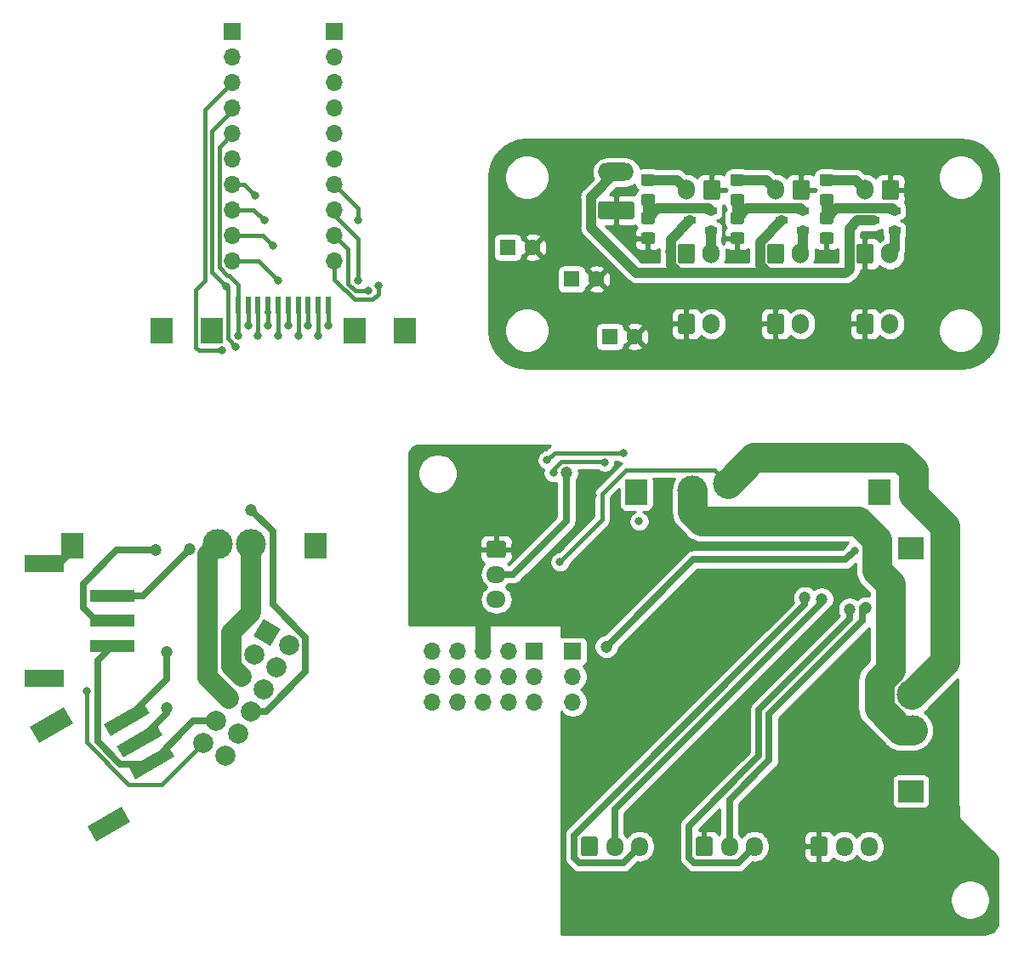
<source format=gbr>
%TF.GenerationSoftware,KiCad,Pcbnew,(5.1.9)-1*%
%TF.CreationDate,2021-02-18T14:59:33+00:00*%
%TF.ProjectId,c-boards_assy_final,632d626f-6172-4647-935f-617373795f66,rev?*%
%TF.SameCoordinates,Original*%
%TF.FileFunction,Copper,L2,Bot*%
%TF.FilePolarity,Positive*%
%FSLAX46Y46*%
G04 Gerber Fmt 4.6, Leading zero omitted, Abs format (unit mm)*
G04 Created by KiCad (PCBNEW (5.1.9)-1) date 2021-02-18 14:59:33*
%MOMM*%
%LPD*%
G01*
G04 APERTURE LIST*
%TA.AperFunction,ComponentPad*%
%ADD10R,2.200000X2.500000*%
%TD*%
%TA.AperFunction,ComponentPad*%
%ADD11R,2.500000X2.200000*%
%TD*%
%TA.AperFunction,SMDPad,CuDef*%
%ADD12C,0.100000*%
%TD*%
%TA.AperFunction,SMDPad,CuDef*%
%ADD13R,4.500000X1.300000*%
%TD*%
%TA.AperFunction,SMDPad,CuDef*%
%ADD14R,3.900000X1.800000*%
%TD*%
%TA.AperFunction,ComponentPad*%
%ADD15C,2.000000*%
%TD*%
%TA.AperFunction,ComponentPad*%
%ADD16C,0.100000*%
%TD*%
%TA.AperFunction,ComponentPad*%
%ADD17O,1.950000X1.700000*%
%TD*%
%TA.AperFunction,ComponentPad*%
%ADD18O,1.700000X1.950000*%
%TD*%
%TA.AperFunction,ComponentPad*%
%ADD19R,1.700000X1.700000*%
%TD*%
%TA.AperFunction,ComponentPad*%
%ADD20O,1.700000X1.700000*%
%TD*%
%TA.AperFunction,ComponentPad*%
%ADD21O,3.600000X1.800000*%
%TD*%
%TA.AperFunction,ComponentPad*%
%ADD22O,1.700000X2.000000*%
%TD*%
%TA.AperFunction,ComponentPad*%
%ADD23C,1.600000*%
%TD*%
%TA.AperFunction,ComponentPad*%
%ADD24R,1.600000X1.600000*%
%TD*%
%TA.AperFunction,SMDPad,CuDef*%
%ADD25R,1.200000X0.650000*%
%TD*%
%TA.AperFunction,SMDPad,CuDef*%
%ADD26R,0.600000X1.800000*%
%TD*%
%TA.AperFunction,ViaPad*%
%ADD27C,0.800000*%
%TD*%
%TA.AperFunction,ViaPad*%
%ADD28C,3.000000*%
%TD*%
%TA.AperFunction,ViaPad*%
%ADD29C,1.200000*%
%TD*%
%TA.AperFunction,Conductor*%
%ADD30C,3.000000*%
%TD*%
%TA.AperFunction,Conductor*%
%ADD31C,0.400000*%
%TD*%
%TA.AperFunction,Conductor*%
%ADD32C,0.700000*%
%TD*%
%TA.AperFunction,Conductor*%
%ADD33C,1.500000*%
%TD*%
%TA.AperFunction,Conductor*%
%ADD34C,2.000000*%
%TD*%
%TA.AperFunction,Conductor*%
%ADD35C,1.000000*%
%TD*%
%TA.AperFunction,Conductor*%
%ADD36C,0.254000*%
%TD*%
%TA.AperFunction,Conductor*%
%ADD37C,0.100000*%
%TD*%
G04 APERTURE END LIST*
D10*
%TO.P,J1,21*%
%TO.N,Net-(J1-Pad21)*%
X174155000Y-71408500D03*
%TO.P,J1,22*%
%TO.N,Net-(J1-Pad22)*%
X149955000Y-71408500D03*
%TD*%
%TO.P,J11,21*%
%TO.N,Net-(J11-Pad21)*%
X117997000Y-76693136D03*
%TO.P,J11,22*%
%TO.N,Net-(J11-Pad22)*%
X93797000Y-76693136D03*
%TD*%
D11*
%TO.P,J0,21*%
%TO.N,Net-(J0-Pad21)*%
X177295000Y-101161500D03*
%TO.P,J0,22*%
%TO.N,Net-(J0-Pad22)*%
X177295000Y-76961500D03*
%TD*%
%TA.AperFunction,SMDPad,CuDef*%
D12*
%TO.P,J13,1*%
%TO.N,/GND_1*%
G36*
X104014053Y-97718567D02*
G01*
X100116939Y-99968567D01*
X99466939Y-98842733D01*
X103364053Y-96592733D01*
X104014053Y-97718567D01*
G37*
%TD.AperFunction*%
%TA.AperFunction,SMDPad,CuDef*%
%TO.P,J13,2*%
%TO.N,/AUX1_1*%
G36*
X102764053Y-95553503D02*
G01*
X98866939Y-97803503D01*
X98216939Y-96677669D01*
X102114053Y-94427669D01*
X102764053Y-95553503D01*
G37*
%TD.AperFunction*%
%TA.AperFunction,SMDPad,CuDef*%
%TO.P,J13,3*%
%TO.N,/V_AUX1_1*%
G36*
X101514053Y-93388439D02*
G01*
X97616939Y-95638439D01*
X96966939Y-94512605D01*
X100864053Y-92262605D01*
X101514053Y-93388439D01*
G37*
%TD.AperFunction*%
%TA.AperFunction,SMDPad,CuDef*%
%TO.P,J13,4*%
%TO.N,N/C*%
G36*
X99590273Y-104256354D02*
G01*
X96212773Y-106206354D01*
X95312773Y-104647508D01*
X98690273Y-102697508D01*
X99590273Y-104256354D01*
G37*
%TD.AperFunction*%
%TA.AperFunction,SMDPad,CuDef*%
%TO.P,J13,5*%
G36*
X93890273Y-94383664D02*
G01*
X90512773Y-96333664D01*
X89612773Y-94774818D01*
X92990273Y-92824818D01*
X93890273Y-94383664D01*
G37*
%TD.AperFunction*%
%TD*%
D13*
%TO.P,J12,1*%
%TO.N,/GND_1*%
X97796999Y-86683136D03*
%TO.P,J12,2*%
%TO.N,/AUX0_1*%
X97796999Y-84183136D03*
%TO.P,J12,3*%
%TO.N,/V_AUX0_1*%
X97796999Y-81683136D03*
D14*
%TO.P,J12,4*%
%TO.N,N/C*%
X90996999Y-89883136D03*
%TO.P,J12,5*%
X90996999Y-78483136D03*
%TD*%
D15*
%TO.P,J14,12*%
%TO.N,/GND1_1*%
X109039058Y-97629771D03*
%TO.P,J14,10*%
%TO.N,/THERM_OUT_1*%
X110309058Y-95430066D03*
%TO.P,J14,8*%
%TO.N,/AUX0_1*%
X111579058Y-93230362D03*
%TO.P,J14,6*%
%TO.N,/V_AUX0_1*%
X112849058Y-91030657D03*
%TO.P,J14,4*%
%TO.N,/1B_1*%
X114119058Y-88830953D03*
%TO.P,J14,11*%
%TO.N,/3V3_1*%
X106839353Y-96359771D03*
%TO.P,J14,9*%
%TO.N,/GND_1*%
X108109353Y-94160066D03*
%TO.P,J14,7*%
%TO.N,/HEATER_OUT_1*%
X109379353Y-91960362D03*
%TO.P,J14,5*%
%TO.N,/24V_1*%
X110649353Y-89760657D03*
%TO.P,J14,3*%
%TO.N,/1A_1*%
X111919353Y-87560953D03*
%TA.AperFunction,ComponentPad*%
D16*
%TO.P,J14,1*%
%TO.N,/2A_1*%
G36*
X112823328Y-83995223D02*
G01*
X114555378Y-84995223D01*
X113555378Y-86727273D01*
X111823328Y-85727273D01*
X112823328Y-83995223D01*
G37*
%TD.AperFunction*%
D15*
%TO.P,J14,2*%
%TO.N,/2B_1*%
X115389058Y-86631248D03*
%TD*%
D17*
%TO.P,J2,3*%
%TO.N,Net-(J2-Pad3)*%
X136020000Y-82060000D03*
%TO.P,J2,2*%
%TO.N,+3V3*%
X136020000Y-79560000D03*
%TO.P,J2,1*%
%TO.N,GND*%
%TA.AperFunction,ComponentPad*%
G36*
G01*
X135295000Y-76210000D02*
X136745000Y-76210000D01*
G75*
G02*
X136995000Y-76460000I0J-250000D01*
G01*
X136995000Y-77660000D01*
G75*
G02*
X136745000Y-77910000I-250000J0D01*
G01*
X135295000Y-77910000D01*
G75*
G02*
X135045000Y-77660000I0J250000D01*
G01*
X135045000Y-76460000D01*
G75*
G02*
X135295000Y-76210000I250000J0D01*
G01*
G37*
%TD.AperFunction*%
%TD*%
D18*
%TO.P,J6,3*%
%TO.N,/V_AUX2*%
X173151000Y-106651000D03*
%TO.P,J6,2*%
%TO.N,/AUX2*%
X170651000Y-106651000D03*
%TO.P,J6,1*%
%TO.N,GND*%
%TA.AperFunction,ComponentPad*%
G36*
G01*
X167301000Y-107376000D02*
X167301000Y-105926000D01*
G75*
G02*
X167551000Y-105676000I250000J0D01*
G01*
X168751000Y-105676000D01*
G75*
G02*
X169001000Y-105926000I0J-250000D01*
G01*
X169001000Y-107376000D01*
G75*
G02*
X168751000Y-107626000I-250000J0D01*
G01*
X167551000Y-107626000D01*
G75*
G02*
X167301000Y-107376000I0J250000D01*
G01*
G37*
%TD.AperFunction*%
%TD*%
%TO.P,J5,3*%
%TO.N,/V_AUX1*%
X161721000Y-106651000D03*
%TO.P,J5,2*%
%TO.N,/AUX1*%
X159221000Y-106651000D03*
%TO.P,J5,1*%
%TO.N,GND*%
%TA.AperFunction,ComponentPad*%
G36*
G01*
X155871000Y-107376000D02*
X155871000Y-105926000D01*
G75*
G02*
X156121000Y-105676000I250000J0D01*
G01*
X157321000Y-105676000D01*
G75*
G02*
X157571000Y-105926000I0J-250000D01*
G01*
X157571000Y-107376000D01*
G75*
G02*
X157321000Y-107626000I-250000J0D01*
G01*
X156121000Y-107626000D01*
G75*
G02*
X155871000Y-107376000I0J250000D01*
G01*
G37*
%TD.AperFunction*%
%TD*%
%TO.P,J4,3*%
%TO.N,/V_AUX0*%
X150291000Y-106651000D03*
%TO.P,J4,2*%
%TO.N,/AUX0*%
X147791000Y-106651000D03*
%TO.P,J4,1*%
%TO.N,GND*%
%TA.AperFunction,ComponentPad*%
G36*
G01*
X144441000Y-107376000D02*
X144441000Y-105926000D01*
G75*
G02*
X144691000Y-105676000I250000J0D01*
G01*
X145891000Y-105676000D01*
G75*
G02*
X146141000Y-105926000I0J-250000D01*
G01*
X146141000Y-107376000D01*
G75*
G02*
X145891000Y-107626000I-250000J0D01*
G01*
X144691000Y-107626000D01*
G75*
G02*
X144441000Y-107376000I0J250000D01*
G01*
G37*
%TD.AperFunction*%
%TD*%
D19*
%TO.P,JP0,1*%
%TO.N,Net-(J2-Pad3)*%
X143640000Y-87220000D03*
D20*
%TO.P,JP0,2*%
%TO.N,/PROBE*%
X143640000Y-89760000D03*
%TO.P,JP0,3*%
%TO.N,Net-(JP0-Pad3)*%
X143640000Y-92300000D03*
%TD*%
%TO.P,PCB0,13*%
%TO.N,GND*%
X134750000Y-92300000D03*
%TO.P,PCB0,14*%
%TO.N,/PZ-*%
X132210000Y-92300000D03*
%TO.P,PCB0,12*%
%TO.N,Net-(JP0-Pad3)*%
X137290000Y-92300000D03*
%TO.P,PCB0,11*%
%TO.N,Net-(PCB0-Pad11)*%
X139830000Y-92300000D03*
%TO.P,PCB0,15*%
%TO.N,/PZ+*%
X129670000Y-92300000D03*
%TO.P,PCB0,10*%
X129670000Y-89760000D03*
%TO.P,PCB0,9*%
%TO.N,/PZ-*%
X132210000Y-89760000D03*
%TO.P,PCB0,8*%
%TO.N,GND*%
X134750000Y-89760000D03*
%TO.P,PCB0,7*%
X137290000Y-89760000D03*
%TO.P,PCB0,6*%
X139830000Y-89760000D03*
%TO.P,PCB0,5*%
%TO.N,/PZ+*%
X129670000Y-87220000D03*
%TO.P,PCB0,4*%
%TO.N,/PZ-*%
X132210000Y-87220000D03*
%TO.P,PCB0,3*%
%TO.N,GND*%
X134750000Y-87220000D03*
%TO.P,PCB0,2*%
%TO.N,+3V3*%
X137290000Y-87220000D03*
D19*
%TO.P,PCB0,1*%
X139830000Y-87220000D03*
%TD*%
D21*
%TO.P,J1,2*%
%TO.N,+12V*%
X147955000Y-39497000D03*
%TO.P,J1,1*%
%TO.N,GND*%
%TA.AperFunction,ComponentPad*%
G36*
G01*
X149505000Y-44207000D02*
X146405000Y-44207000D01*
G75*
G02*
X146155000Y-43957000I0J250000D01*
G01*
X146155000Y-42657000D01*
G75*
G02*
X146405000Y-42407000I250000J0D01*
G01*
X149505000Y-42407000D01*
G75*
G02*
X149755000Y-42657000I0J-250000D01*
G01*
X149755000Y-43957000D01*
G75*
G02*
X149505000Y-44207000I-250000J0D01*
G01*
G37*
%TD.AperFunction*%
%TD*%
%TO.P,R3,1*%
%TO.N,Net-(J5-Pad2)*%
%TA.AperFunction,SMDPad,CuDef*%
G36*
G01*
X159569999Y-39675000D02*
X160470001Y-39675000D01*
G75*
G02*
X160720000Y-39924999I0J-249999D01*
G01*
X160720000Y-40625001D01*
G75*
G02*
X160470001Y-40875000I-249999J0D01*
G01*
X159569999Y-40875000D01*
G75*
G02*
X159320000Y-40625001I0J249999D01*
G01*
X159320000Y-39924999D01*
G75*
G02*
X159569999Y-39675000I249999J0D01*
G01*
G37*
%TD.AperFunction*%
%TO.P,R3,2*%
%TO.N,Net-(Q2-Pad1)*%
%TA.AperFunction,SMDPad,CuDef*%
G36*
G01*
X159569999Y-41675000D02*
X160470001Y-41675000D01*
G75*
G02*
X160720000Y-41924999I0J-249999D01*
G01*
X160720000Y-42625001D01*
G75*
G02*
X160470001Y-42875000I-249999J0D01*
G01*
X159569999Y-42875000D01*
G75*
G02*
X159320000Y-42625001I0J249999D01*
G01*
X159320000Y-41924999D01*
G75*
G02*
X159569999Y-41675000I249999J0D01*
G01*
G37*
%TD.AperFunction*%
%TD*%
D22*
%TO.P,J10,2*%
%TO.N,/FAN2_OUT*%
X175220000Y-47625000D03*
%TO.P,J10,1*%
%TO.N,GND*%
%TA.AperFunction,ComponentPad*%
G36*
G01*
X171870000Y-48375000D02*
X171870000Y-46875000D01*
G75*
G02*
X172120000Y-46625000I250000J0D01*
G01*
X173320000Y-46625000D01*
G75*
G02*
X173570000Y-46875000I0J-250000D01*
G01*
X173570000Y-48375000D01*
G75*
G02*
X173320000Y-48625000I-250000J0D01*
G01*
X172120000Y-48625000D01*
G75*
G02*
X171870000Y-48375000I0J250000D01*
G01*
G37*
%TD.AperFunction*%
%TD*%
%TO.P,J7,2*%
%TO.N,/FAN1_OUT*%
X166330000Y-47625000D03*
%TO.P,J7,1*%
%TO.N,GND*%
%TA.AperFunction,ComponentPad*%
G36*
G01*
X162980000Y-48375000D02*
X162980000Y-46875000D01*
G75*
G02*
X163230000Y-46625000I250000J0D01*
G01*
X164430000Y-46625000D01*
G75*
G02*
X164680000Y-46875000I0J-250000D01*
G01*
X164680000Y-48375000D01*
G75*
G02*
X164430000Y-48625000I-250000J0D01*
G01*
X163230000Y-48625000D01*
G75*
G02*
X162980000Y-48375000I0J250000D01*
G01*
G37*
%TD.AperFunction*%
%TD*%
%TO.P,J4,2*%
%TO.N,/FAN0_OUT*%
X157440000Y-54610000D03*
%TO.P,J4,1*%
%TO.N,GND*%
%TA.AperFunction,ComponentPad*%
G36*
G01*
X154090000Y-55360000D02*
X154090000Y-53860000D01*
G75*
G02*
X154340000Y-53610000I250000J0D01*
G01*
X155540000Y-53610000D01*
G75*
G02*
X155790000Y-53860000I0J-250000D01*
G01*
X155790000Y-55360000D01*
G75*
G02*
X155540000Y-55610000I-250000J0D01*
G01*
X154340000Y-55610000D01*
G75*
G02*
X154090000Y-55360000I0J250000D01*
G01*
G37*
%TD.AperFunction*%
%TD*%
D23*
%TO.P,C3,2*%
%TO.N,GND*%
X149820000Y-55880000D03*
D24*
%TO.P,C3,1*%
%TO.N,/FAN2_OUT*%
X147320000Y-55880000D03*
%TD*%
D23*
%TO.P,C2,2*%
%TO.N,GND*%
X146010000Y-50165000D03*
D24*
%TO.P,C2,1*%
%TO.N,/FAN1_OUT*%
X143510000Y-50165000D03*
%TD*%
D23*
%TO.P,C1,2*%
%TO.N,GND*%
X139660000Y-46990000D03*
D24*
%TO.P,C1,1*%
%TO.N,/FAN0_OUT*%
X137160000Y-46990000D03*
%TD*%
%TO.P,R6,1*%
%TO.N,Net-(Q3-Pad1)*%
%TA.AperFunction,SMDPad,CuDef*%
G36*
G01*
X168459999Y-43485000D02*
X169360001Y-43485000D01*
G75*
G02*
X169610000Y-43734999I0J-249999D01*
G01*
X169610000Y-44435001D01*
G75*
G02*
X169360001Y-44685000I-249999J0D01*
G01*
X168459999Y-44685000D01*
G75*
G02*
X168210000Y-44435001I0J249999D01*
G01*
X168210000Y-43734999D01*
G75*
G02*
X168459999Y-43485000I249999J0D01*
G01*
G37*
%TD.AperFunction*%
%TO.P,R6,2*%
%TO.N,GND*%
%TA.AperFunction,SMDPad,CuDef*%
G36*
G01*
X168459999Y-45485000D02*
X169360001Y-45485000D01*
G75*
G02*
X169610000Y-45734999I0J-249999D01*
G01*
X169610000Y-46435001D01*
G75*
G02*
X169360001Y-46685000I-249999J0D01*
G01*
X168459999Y-46685000D01*
G75*
G02*
X168210000Y-46435001I0J249999D01*
G01*
X168210000Y-45734999D01*
G75*
G02*
X168459999Y-45485000I249999J0D01*
G01*
G37*
%TD.AperFunction*%
%TD*%
%TO.P,R5,1*%
%TO.N,Net-(J8-Pad2)*%
%TA.AperFunction,SMDPad,CuDef*%
G36*
G01*
X168459999Y-39675000D02*
X169360001Y-39675000D01*
G75*
G02*
X169610000Y-39924999I0J-249999D01*
G01*
X169610000Y-40625001D01*
G75*
G02*
X169360001Y-40875000I-249999J0D01*
G01*
X168459999Y-40875000D01*
G75*
G02*
X168210000Y-40625001I0J249999D01*
G01*
X168210000Y-39924999D01*
G75*
G02*
X168459999Y-39675000I249999J0D01*
G01*
G37*
%TD.AperFunction*%
%TO.P,R5,2*%
%TO.N,Net-(Q3-Pad1)*%
%TA.AperFunction,SMDPad,CuDef*%
G36*
G01*
X168459999Y-41675000D02*
X169360001Y-41675000D01*
G75*
G02*
X169610000Y-41924999I0J-249999D01*
G01*
X169610000Y-42625001D01*
G75*
G02*
X169360001Y-42875000I-249999J0D01*
G01*
X168459999Y-42875000D01*
G75*
G02*
X168210000Y-42625001I0J249999D01*
G01*
X168210000Y-41924999D01*
G75*
G02*
X168459999Y-41675000I249999J0D01*
G01*
G37*
%TD.AperFunction*%
%TD*%
%TO.P,R4,1*%
%TO.N,Net-(Q2-Pad1)*%
%TA.AperFunction,SMDPad,CuDef*%
G36*
G01*
X159569999Y-43485000D02*
X160470001Y-43485000D01*
G75*
G02*
X160720000Y-43734999I0J-249999D01*
G01*
X160720000Y-44435001D01*
G75*
G02*
X160470001Y-44685000I-249999J0D01*
G01*
X159569999Y-44685000D01*
G75*
G02*
X159320000Y-44435001I0J249999D01*
G01*
X159320000Y-43734999D01*
G75*
G02*
X159569999Y-43485000I249999J0D01*
G01*
G37*
%TD.AperFunction*%
%TO.P,R4,2*%
%TO.N,GND*%
%TA.AperFunction,SMDPad,CuDef*%
G36*
G01*
X159569999Y-45485000D02*
X160470001Y-45485000D01*
G75*
G02*
X160720000Y-45734999I0J-249999D01*
G01*
X160720000Y-46435001D01*
G75*
G02*
X160470001Y-46685000I-249999J0D01*
G01*
X159569999Y-46685000D01*
G75*
G02*
X159320000Y-46435001I0J249999D01*
G01*
X159320000Y-45734999D01*
G75*
G02*
X159569999Y-45485000I249999J0D01*
G01*
G37*
%TD.AperFunction*%
%TD*%
%TO.P,R2,1*%
%TO.N,Net-(Q1-Pad1)*%
%TA.AperFunction,SMDPad,CuDef*%
G36*
G01*
X150679999Y-43485000D02*
X151580001Y-43485000D01*
G75*
G02*
X151830000Y-43734999I0J-249999D01*
G01*
X151830000Y-44435001D01*
G75*
G02*
X151580001Y-44685000I-249999J0D01*
G01*
X150679999Y-44685000D01*
G75*
G02*
X150430000Y-44435001I0J249999D01*
G01*
X150430000Y-43734999D01*
G75*
G02*
X150679999Y-43485000I249999J0D01*
G01*
G37*
%TD.AperFunction*%
%TO.P,R2,2*%
%TO.N,GND*%
%TA.AperFunction,SMDPad,CuDef*%
G36*
G01*
X150679999Y-45485000D02*
X151580001Y-45485000D01*
G75*
G02*
X151830000Y-45734999I0J-249999D01*
G01*
X151830000Y-46435001D01*
G75*
G02*
X151580001Y-46685000I-249999J0D01*
G01*
X150679999Y-46685000D01*
G75*
G02*
X150430000Y-46435001I0J249999D01*
G01*
X150430000Y-45734999D01*
G75*
G02*
X150679999Y-45485000I249999J0D01*
G01*
G37*
%TD.AperFunction*%
%TD*%
%TO.P,R1,1*%
%TO.N,Net-(J2-Pad2)*%
%TA.AperFunction,SMDPad,CuDef*%
G36*
G01*
X150679999Y-39675000D02*
X151580001Y-39675000D01*
G75*
G02*
X151830000Y-39924999I0J-249999D01*
G01*
X151830000Y-40625001D01*
G75*
G02*
X151580001Y-40875000I-249999J0D01*
G01*
X150679999Y-40875000D01*
G75*
G02*
X150430000Y-40625001I0J249999D01*
G01*
X150430000Y-39924999D01*
G75*
G02*
X150679999Y-39675000I249999J0D01*
G01*
G37*
%TD.AperFunction*%
%TO.P,R1,2*%
%TO.N,Net-(Q1-Pad1)*%
%TA.AperFunction,SMDPad,CuDef*%
G36*
G01*
X150679999Y-41675000D02*
X151580001Y-41675000D01*
G75*
G02*
X151830000Y-41924999I0J-249999D01*
G01*
X151830000Y-42625001D01*
G75*
G02*
X151580001Y-42875000I-249999J0D01*
G01*
X150679999Y-42875000D01*
G75*
G02*
X150430000Y-42625001I0J249999D01*
G01*
X150430000Y-41924999D01*
G75*
G02*
X150679999Y-41675000I249999J0D01*
G01*
G37*
%TD.AperFunction*%
%TD*%
D25*
%TO.P,Q3,3*%
%TO.N,+12V*%
X173575000Y-44323000D03*
%TO.P,Q3,2*%
%TO.N,/FAN2_OUT*%
X175675000Y-45283000D03*
%TO.P,Q3,1*%
%TO.N,Net-(Q3-Pad1)*%
X175675000Y-43363000D03*
%TD*%
%TO.P,Q2,3*%
%TO.N,+12V*%
X164431000Y-44323000D03*
%TO.P,Q2,2*%
%TO.N,/FAN1_OUT*%
X166531000Y-45283000D03*
%TO.P,Q2,1*%
%TO.N,Net-(Q2-Pad1)*%
X166531000Y-43363000D03*
%TD*%
%TO.P,Q1,3*%
%TO.N,+12V*%
X155287000Y-44323000D03*
%TO.P,Q1,2*%
%TO.N,/FAN0_OUT*%
X157387000Y-45283000D03*
%TO.P,Q1,1*%
%TO.N,Net-(Q1-Pad1)*%
X157387000Y-43363000D03*
%TD*%
D22*
%TO.P,J9,2*%
%TO.N,/FAN2_OUT*%
X175220000Y-54610000D03*
%TO.P,J9,1*%
%TO.N,GND*%
%TA.AperFunction,ComponentPad*%
G36*
G01*
X171870000Y-55360000D02*
X171870000Y-53860000D01*
G75*
G02*
X172120000Y-53610000I250000J0D01*
G01*
X173320000Y-53610000D01*
G75*
G02*
X173570000Y-53860000I0J-250000D01*
G01*
X173570000Y-55360000D01*
G75*
G02*
X173320000Y-55610000I-250000J0D01*
G01*
X172120000Y-55610000D01*
G75*
G02*
X171870000Y-55360000I0J250000D01*
G01*
G37*
%TD.AperFunction*%
%TD*%
%TO.P,J8,2*%
%TO.N,Net-(J8-Pad2)*%
X172760000Y-41275000D03*
%TO.P,J8,1*%
%TO.N,GND*%
%TA.AperFunction,ComponentPad*%
G36*
G01*
X176110000Y-40525000D02*
X176110000Y-42025000D01*
G75*
G02*
X175860000Y-42275000I-250000J0D01*
G01*
X174660000Y-42275000D01*
G75*
G02*
X174410000Y-42025000I0J250000D01*
G01*
X174410000Y-40525000D01*
G75*
G02*
X174660000Y-40275000I250000J0D01*
G01*
X175860000Y-40275000D01*
G75*
G02*
X176110000Y-40525000I0J-250000D01*
G01*
G37*
%TD.AperFunction*%
%TD*%
%TO.P,J6,2*%
%TO.N,/FAN1_OUT*%
X166330000Y-54610000D03*
%TO.P,J6,1*%
%TO.N,GND*%
%TA.AperFunction,ComponentPad*%
G36*
G01*
X162980000Y-55360000D02*
X162980000Y-53860000D01*
G75*
G02*
X163230000Y-53610000I250000J0D01*
G01*
X164430000Y-53610000D01*
G75*
G02*
X164680000Y-53860000I0J-250000D01*
G01*
X164680000Y-55360000D01*
G75*
G02*
X164430000Y-55610000I-250000J0D01*
G01*
X163230000Y-55610000D01*
G75*
G02*
X162980000Y-55360000I0J250000D01*
G01*
G37*
%TD.AperFunction*%
%TD*%
%TO.P,J5,2*%
%TO.N,Net-(J5-Pad2)*%
X163870000Y-41275000D03*
%TO.P,J5,1*%
%TO.N,GND*%
%TA.AperFunction,ComponentPad*%
G36*
G01*
X167220000Y-40525000D02*
X167220000Y-42025000D01*
G75*
G02*
X166970000Y-42275000I-250000J0D01*
G01*
X165770000Y-42275000D01*
G75*
G02*
X165520000Y-42025000I0J250000D01*
G01*
X165520000Y-40525000D01*
G75*
G02*
X165770000Y-40275000I250000J0D01*
G01*
X166970000Y-40275000D01*
G75*
G02*
X167220000Y-40525000I0J-250000D01*
G01*
G37*
%TD.AperFunction*%
%TD*%
%TO.P,J3,2*%
%TO.N,/FAN0_OUT*%
X157440000Y-47625000D03*
%TO.P,J3,1*%
%TO.N,GND*%
%TA.AperFunction,ComponentPad*%
G36*
G01*
X154090000Y-48375000D02*
X154090000Y-46875000D01*
G75*
G02*
X154340000Y-46625000I250000J0D01*
G01*
X155540000Y-46625000D01*
G75*
G02*
X155790000Y-46875000I0J-250000D01*
G01*
X155790000Y-48375000D01*
G75*
G02*
X155540000Y-48625000I-250000J0D01*
G01*
X154340000Y-48625000D01*
G75*
G02*
X154090000Y-48375000I0J250000D01*
G01*
G37*
%TD.AperFunction*%
%TD*%
%TO.P,J2,2*%
%TO.N,Net-(J2-Pad2)*%
X154980000Y-41275000D03*
%TO.P,J2,1*%
%TO.N,GND*%
%TA.AperFunction,ComponentPad*%
G36*
G01*
X158330000Y-40525000D02*
X158330000Y-42025000D01*
G75*
G02*
X158080000Y-42275000I-250000J0D01*
G01*
X156880000Y-42275000D01*
G75*
G02*
X156630000Y-42025000I0J250000D01*
G01*
X156630000Y-40525000D01*
G75*
G02*
X156880000Y-40275000I250000J0D01*
G01*
X158080000Y-40275000D01*
G75*
G02*
X158330000Y-40525000I0J-250000D01*
G01*
G37*
%TD.AperFunction*%
%TD*%
D20*
%TO.P,ax17,10*%
%TO.N,Net-(ax15-Pad10)*%
X109773000Y-48317000D03*
%TO.P,ax17,9*%
%TO.N,Net-(ax15-Pad9)*%
X109773000Y-45777000D03*
%TO.P,ax17,8*%
%TO.N,Net-(ax15-Pad8)*%
X109773000Y-43237000D03*
%TO.P,ax17,7*%
%TO.N,Net-(ax15-Pad7)*%
X109773000Y-40697000D03*
%TO.P,ax17,6*%
%TO.N,Net-(ax15-Pad6)*%
X109773000Y-38157000D03*
%TO.P,ax17,5*%
%TO.N,Net-(ax15-Pad5)*%
X109773000Y-35617000D03*
%TO.P,ax17,4*%
%TO.N,Net-(ax15-Pad4)*%
X109773000Y-33077000D03*
%TO.P,ax17,3*%
%TO.N,Net-(ax15-Pad3)*%
X109773000Y-30537000D03*
%TO.P,ax17,2*%
%TO.N,Net-(ax15-Pad2)*%
X109773000Y-27997000D03*
D19*
%TO.P,ax17,1*%
%TO.N,Net-(ax15-Pad1)*%
X109773000Y-25457000D03*
%TD*%
D20*
%TO.P,ax13,10*%
%TO.N,Net-(ax13-Pad10)*%
X119933000Y-48317000D03*
%TO.P,ax13,9*%
%TO.N,Net-(ax13-Pad9)*%
X119933000Y-45777000D03*
%TO.P,ax13,8*%
%TO.N,Net-(ax13-Pad8)*%
X119933000Y-43237000D03*
%TO.P,ax13,7*%
%TO.N,Net-(ax13-Pad7)*%
X119933000Y-40697000D03*
%TO.P,ax13,6*%
%TO.N,Net-(ax13-Pad6)*%
X119933000Y-38157000D03*
%TO.P,ax13,5*%
%TO.N,Net-(ax13-Pad5)*%
X119933000Y-35617000D03*
%TO.P,ax13,4*%
%TO.N,Net-(ax13-Pad4)*%
X119933000Y-33077000D03*
%TO.P,ax13,3*%
%TO.N,Net-(ax13-Pad3)*%
X119933000Y-30537000D03*
%TO.P,ax13,2*%
%TO.N,Net-(ax13-Pad2)*%
X119933000Y-27997000D03*
D19*
%TO.P,ax13,1*%
%TO.N,Net-(ax13-Pad1)*%
X119933000Y-25457000D03*
%TD*%
D26*
%TO.P,ax16,1*%
%TO.N,Net-(ax13-Pad5)*%
X119305000Y-52790000D03*
%TO.P,ax16,2*%
%TO.N,Net-(ax13-Pad4)*%
X118305000Y-52790000D03*
%TO.P,ax16,3*%
%TO.N,Net-(ax13-Pad3)*%
X117305000Y-52790000D03*
%TO.P,ax16,4*%
%TO.N,Net-(ax13-Pad2)*%
X116305000Y-52790000D03*
%TO.P,ax16,5*%
%TO.N,Net-(ax13-Pad1)*%
X115305000Y-52790000D03*
%TO.P,ax16,6*%
%TO.N,Net-(ax15-Pad1)*%
X114305000Y-52790000D03*
%TO.P,ax16,7*%
%TO.N,Net-(ax15-Pad2)*%
X113305000Y-52790000D03*
%TO.P,ax16,8*%
%TO.N,Net-(ax15-Pad3)*%
X112305000Y-52790000D03*
%TO.P,ax16,9*%
%TO.N,Net-(ax15-Pad4)*%
X111305000Y-52790000D03*
%TO.P,ax16,10*%
%TO.N,Net-(ax15-Pad5)*%
X110305000Y-52790000D03*
D10*
%TO.P,ax16,11*%
%TO.N,N/C*%
X121905000Y-55330000D03*
%TO.P,ax16,12*%
X107705000Y-55330000D03*
%TD*%
%TO.P,ax15,21*%
%TO.N,N/C*%
X102705000Y-55330000D03*
%TO.P,ax15,22*%
X126905000Y-55330000D03*
%TD*%
D27*
%TO.N,*%
X150244000Y-74266000D03*
%TO.N,/HEATER_OUT*%
X142370000Y-78330000D03*
D28*
X177421992Y-91538000D03*
X159057800Y-70532199D03*
D29*
%TO.N,/AUX0*%
X168405000Y-82013000D03*
%TO.N,/AUX1*%
X172850000Y-82902000D03*
D28*
%TO.N,+24V*%
X177446969Y-95091634D03*
X155578000Y-71218000D03*
D29*
%TO.N,GND*%
X134115000Y-70710000D03*
D28*
X160717235Y-80734257D03*
D27*
X144910000Y-99285000D03*
X145672000Y-71726000D03*
X149355000Y-91030000D03*
X144910000Y-84045000D03*
X160020000Y-47625000D03*
X168910000Y-47625000D03*
D29*
%TO.N,+3V3*%
X143005000Y-69440000D03*
%TO.N,/PROBE*%
X146980001Y-86750001D03*
D27*
X171707000Y-77187000D03*
D29*
%TO.N,/AUX0_1*%
X111620000Y-73124999D03*
X102095000Y-77160000D03*
D28*
%TO.N,/HEATER_OUT_1*%
X108319997Y-76525000D03*
%TO.N,/24V_1*%
X111620000Y-76525000D03*
D27*
%TO.N,/3V3_1*%
X95253000Y-91162000D03*
D29*
%TO.N,/V_AUX1*%
X171216115Y-83035882D03*
%TO.N,/V_AUX0*%
X166754000Y-81886000D03*
%TO.N,/AUX1_1*%
X103223278Y-92918826D03*
%TO.N,/V_AUX1_1*%
X103223278Y-87320000D03*
%TO.N,/V_AUX0_1*%
X105479823Y-77050078D03*
D27*
%TO.N,/PROBELED-*%
X146815000Y-68390000D03*
X141704997Y-69440000D03*
%TO.N,/HEATLED-*%
X148720000Y-67490000D03*
X141100000Y-68170000D03*
%TO.N,Net-(ax13-Pad10)*%
X124305000Y-50790000D03*
%TO.N,Net-(ax13-Pad9)*%
X123305000Y-51290000D03*
%TO.N,Net-(ax13-Pad8)*%
X122305000Y-50290000D03*
%TO.N,Net-(ax13-Pad7)*%
X122305000Y-44290000D03*
%TO.N,Net-(ax13-Pad5)*%
X119305000Y-54790000D03*
%TO.N,Net-(ax13-Pad4)*%
X118305000Y-55790000D03*
%TO.N,Net-(ax13-Pad3)*%
X117305000Y-54790000D03*
%TO.N,Net-(ax13-Pad2)*%
X116305000Y-55790000D03*
%TO.N,Net-(ax13-Pad1)*%
X115305000Y-54790000D03*
%TO.N,Net-(ax15-Pad9)*%
X113823001Y-46790000D03*
%TO.N,Net-(ax15-Pad7)*%
X112023001Y-41790000D03*
%TO.N,Net-(ax15-Pad5)*%
X110305000Y-55790000D03*
%TO.N,Net-(ax15-Pad3)*%
X112305000Y-55790000D03*
X108705000Y-57280002D03*
%TO.N,Net-(ax15-Pad1)*%
X114305000Y-55790000D03*
%TO.N,Net-(ax15-Pad10)*%
X114305000Y-50290000D03*
%TO.N,Net-(ax15-Pad8)*%
X112923001Y-44290000D03*
%TO.N,Net-(ax15-Pad4)*%
X109130607Y-50870694D03*
X111305000Y-54790000D03*
X110109000Y-56896000D03*
%TO.N,Net-(ax15-Pad2)*%
X113305000Y-54790000D03*
%TD*%
D30*
%TO.N,/HEATER_OUT*%
X161653989Y-67936010D02*
X159057800Y-70532199D01*
X177421992Y-91538000D02*
X180724000Y-88235992D01*
X176272512Y-67936010D02*
X161653989Y-67936010D01*
X176272512Y-67936010D02*
X177549000Y-69212498D01*
X180724000Y-74800498D02*
X180724000Y-88235992D01*
X177549000Y-71625498D02*
X180724000Y-74800498D01*
X177549000Y-69212498D02*
X177549000Y-71625498D01*
D31*
X146572001Y-74127999D02*
X142370000Y-78330000D01*
X148895508Y-69217990D02*
X146572001Y-71541497D01*
X157743591Y-69217990D02*
X148895508Y-69217990D01*
X146572001Y-71541497D02*
X146572001Y-74127999D01*
X159057800Y-70532199D02*
X157743591Y-69217990D01*
D32*
%TO.N,/AUX0*%
X168405000Y-82353416D02*
X168405000Y-82013000D01*
X147791000Y-106651000D02*
X147791000Y-102967416D01*
X147791000Y-102967416D02*
X168405000Y-82353416D01*
%TO.N,/AUX1*%
X163182010Y-98070499D02*
X159221000Y-102031509D01*
X172466116Y-84192110D02*
X163182010Y-93476216D01*
X172469000Y-82902000D02*
X172466116Y-82904884D01*
X159221000Y-102031509D02*
X159221000Y-106651000D01*
X172850000Y-82902000D02*
X172469000Y-82902000D01*
X163182010Y-93476216D02*
X163182010Y-98070499D01*
X172466116Y-82904884D02*
X172466116Y-84192110D01*
D30*
%TO.N,+24V*%
X155578000Y-73339320D02*
X155578000Y-71218000D01*
X156502688Y-74264008D02*
X155578000Y-73339320D01*
X172040010Y-74264008D02*
X156502688Y-74264008D01*
X173907001Y-76130999D02*
X172040010Y-74264008D01*
X173907001Y-79163503D02*
X173907001Y-76130999D01*
X175250001Y-80506503D02*
X173907001Y-79163503D01*
X175250001Y-89043081D02*
X175250001Y-80506503D01*
X174121992Y-90171090D02*
X175250001Y-89043081D01*
X174121992Y-92904910D02*
X174121992Y-90171090D01*
X176308716Y-95091634D02*
X174121992Y-92904910D01*
X177446969Y-95091634D02*
X176308716Y-95091634D01*
D33*
%TO.N,GND*%
X134750000Y-87220000D02*
X134750000Y-84299000D01*
D32*
%TO.N,+3V3*%
X137695000Y-79560000D02*
X143005000Y-74250000D01*
X136020000Y-79560000D02*
X137695000Y-79560000D01*
X143005000Y-69440000D02*
X143005000Y-69440000D01*
X143005000Y-69440000D02*
X143005000Y-74250000D01*
%TO.N,/PROBE*%
X155654002Y-78076000D02*
X146980001Y-86750001D01*
X143970002Y-89760000D02*
X143640000Y-89760000D01*
X170818000Y-78076000D02*
X155654002Y-78076000D01*
X171707000Y-77187000D02*
X170818000Y-78076000D01*
%TO.N,/GND_1*%
X101740496Y-98280650D02*
X105861080Y-94160066D01*
X105861080Y-94160066D02*
X108109353Y-94160066D01*
X96316929Y-96172747D02*
X98597695Y-98453513D01*
X97796999Y-86683136D02*
X96316929Y-88163206D01*
X98597695Y-98453513D02*
X101567633Y-98453513D01*
X101567633Y-98453513D02*
X101740496Y-98280650D01*
X96316929Y-89177929D02*
X96316929Y-96172747D01*
X96316929Y-88163206D02*
X96316929Y-89177929D01*
%TO.N,/AUX0_1*%
X102095000Y-77160000D02*
X98250133Y-77160000D01*
X96226997Y-84183136D02*
X97796999Y-84183136D01*
X98250133Y-77160000D02*
X94896998Y-80513135D01*
X117039059Y-89282658D02*
X113091355Y-93230362D01*
X94896998Y-80513135D02*
X94896998Y-82853137D01*
X94896998Y-82853137D02*
X96226997Y-84183136D01*
X113091355Y-93230362D02*
X111579058Y-93230362D01*
X117039059Y-85839247D02*
X117039059Y-89282658D01*
X113770001Y-82570189D02*
X117039059Y-85839247D01*
X113770001Y-75275000D02*
X113770001Y-82570189D01*
X111620000Y-73124999D02*
X113770001Y-75275000D01*
D34*
%TO.N,/HEATER_OUT_1*%
X107319342Y-89834648D02*
X109379353Y-91894659D01*
X107319342Y-77525655D02*
X107319342Y-89834648D01*
X108319997Y-76525000D02*
X107319342Y-77525655D01*
X109379353Y-91894659D02*
X109379353Y-91960362D01*
%TO.N,/24V_1*%
X111620000Y-76525000D02*
X111620000Y-83360057D01*
X111620000Y-83360057D02*
X109619352Y-85360705D01*
X109619352Y-85360705D02*
X109619352Y-88730656D01*
X109619352Y-88730656D02*
X110649353Y-89760657D01*
D31*
%TO.N,/3V3_1*%
X95253000Y-96310913D02*
X95253000Y-91162000D01*
X99410664Y-100468577D02*
X95253000Y-96310913D01*
X102730547Y-100468577D02*
X99410664Y-100468577D01*
X106839353Y-96359771D02*
X102730547Y-100468577D01*
D32*
%TO.N,/AUX2*%
X170651000Y-106651000D02*
X170651000Y-106526000D01*
%TO.N,/V_AUX1*%
X171216115Y-83035882D02*
X171216115Y-84027885D01*
X162182000Y-97656282D02*
X155220990Y-104617293D01*
X171216115Y-84027885D02*
X162182000Y-93062000D01*
X162182000Y-93062000D02*
X162182000Y-97656282D01*
X155220990Y-104617293D02*
X155220990Y-107748800D01*
X155220990Y-107748800D02*
X155748200Y-108276010D01*
X155748200Y-108276010D02*
X160095990Y-108276010D01*
X160095990Y-108276010D02*
X161721000Y-106651000D01*
%TO.N,/V_AUX0*%
X150291000Y-106651000D02*
X148665990Y-108276010D01*
X148665990Y-108276010D02*
X144318200Y-108276010D01*
X143790990Y-105553200D02*
X166754000Y-82590190D01*
X143790990Y-107748800D02*
X143790990Y-105553200D01*
X144318200Y-108276010D02*
X143790990Y-107748800D01*
X166754000Y-82590190D02*
X166754000Y-81886000D01*
%TO.N,/AUX1_1*%
X103223278Y-92918826D02*
X103223278Y-93382804D01*
X103223278Y-93382804D02*
X100490496Y-96115586D01*
%TO.N,/V_AUX1_1*%
X103223278Y-89967740D02*
X99240496Y-93950522D01*
X103223278Y-87320000D02*
X103223278Y-89967740D01*
%TO.N,/V_AUX0_1*%
X100846765Y-81683136D02*
X97796999Y-81683136D01*
X105479823Y-77050078D02*
X100846765Y-81683136D01*
D31*
%TO.N,/PROBELED-*%
X146764999Y-68339999D02*
X146815000Y-68390000D01*
X142476999Y-68339999D02*
X146764999Y-68339999D01*
X141704997Y-69112001D02*
X142476999Y-68339999D01*
X141704997Y-69440000D02*
X141704997Y-69112001D01*
D35*
%TO.N,Net-(Q1-Pad1)*%
X151130000Y-42275000D02*
X151130000Y-44085000D01*
X152092009Y-43122991D02*
X151130000Y-44085000D01*
X157146991Y-43122991D02*
X152092009Y-43122991D01*
X157387000Y-43363000D02*
X157146991Y-43122991D01*
D32*
%TO.N,Net-(J11-Pad22)*%
X93797000Y-76693136D02*
X93797000Y-77251000D01*
X92564864Y-78483136D02*
X90996999Y-78483136D01*
X93797000Y-77251000D02*
X92564864Y-78483136D01*
D31*
%TO.N,/HEATLED-*%
X148154315Y-67490000D02*
X148720000Y-67490000D01*
X141100000Y-68170000D02*
X141780001Y-67489999D01*
X141780001Y-67489999D02*
X148154315Y-67490000D01*
D35*
%TO.N,+12V*%
X162279990Y-46474010D02*
X164431000Y-44323000D01*
X162279990Y-48768510D02*
X162279990Y-46474010D01*
X163041480Y-49530000D02*
X162279990Y-48768510D01*
X173575000Y-44323000D02*
X173300000Y-44323000D01*
X153389990Y-46220010D02*
X155287000Y-44323000D01*
X154151480Y-49530000D02*
X153389990Y-48768510D01*
X163041480Y-49530000D02*
X154151480Y-49530000D01*
X171975000Y-44323000D02*
X173575000Y-44323000D01*
X171169990Y-45128010D02*
X171975000Y-44323000D01*
X163041480Y-49530000D02*
X168633002Y-49530000D01*
X171169990Y-45128010D02*
X171169990Y-49175010D01*
X170815000Y-49530000D02*
X168633002Y-49530000D01*
X171169990Y-49175010D02*
X170815000Y-49530000D01*
X153349970Y-47385010D02*
X153389990Y-47344990D01*
X153389990Y-47344990D02*
X153389990Y-46220010D01*
X153389990Y-48768510D02*
X153389990Y-47344990D01*
X145454990Y-41997010D02*
X147955000Y-39497000D01*
X145454990Y-45019990D02*
X145454990Y-41997010D01*
X149965000Y-49530000D02*
X145454990Y-45019990D01*
X154151480Y-49530000D02*
X149965000Y-49530000D01*
%TO.N,/FAN0_OUT*%
X157387000Y-47572000D02*
X157440000Y-47625000D01*
X157387000Y-45283000D02*
X157387000Y-47572000D01*
%TO.N,/FAN1_OUT*%
X166531000Y-47424000D02*
X166330000Y-47625000D01*
X166531000Y-45283000D02*
X166531000Y-47424000D01*
%TO.N,/FAN2_OUT*%
X175675000Y-47170000D02*
X175220000Y-47625000D01*
X175675000Y-45283000D02*
X175675000Y-47170000D01*
%TO.N,Net-(Q2-Pad1)*%
X160020000Y-42275000D02*
X160020000Y-44085000D01*
X160982009Y-43122991D02*
X160020000Y-44085000D01*
X166290991Y-43122991D02*
X160982009Y-43122991D01*
X166531000Y-43363000D02*
X166290991Y-43122991D01*
%TO.N,Net-(Q3-Pad1)*%
X168910000Y-42275000D02*
X168910000Y-44085000D01*
X169872010Y-43122990D02*
X168910000Y-44085000D01*
X175434990Y-43122990D02*
X169872010Y-43122990D01*
X175675000Y-43363000D02*
X175434990Y-43122990D01*
%TO.N,Net-(J2-Pad2)*%
X153980000Y-40275000D02*
X151130000Y-40275000D01*
X154980000Y-41275000D02*
X153980000Y-40275000D01*
%TO.N,Net-(J5-Pad2)*%
X162870000Y-40275000D02*
X160020000Y-40275000D01*
X163870000Y-41275000D02*
X162870000Y-40275000D01*
%TO.N,Net-(J8-Pad2)*%
X171760000Y-40275000D02*
X168910000Y-40275000D01*
X172760000Y-41275000D02*
X171760000Y-40275000D01*
D31*
%TO.N,Net-(ax13-Pad10)*%
X119933000Y-50239964D02*
X119933000Y-48317000D01*
X121883037Y-52190001D02*
X119933000Y-50239964D01*
X123737001Y-52190001D02*
X121883037Y-52190001D01*
X124305000Y-51622002D02*
X123737001Y-52190001D01*
X124305000Y-50790000D02*
X124305000Y-51622002D01*
%TO.N,Net-(ax13-Pad9)*%
X121283001Y-47127001D02*
X119933000Y-45777000D01*
X121283001Y-50600003D02*
X121283001Y-47127001D01*
X121972998Y-51290000D02*
X121283001Y-50600003D01*
X123305000Y-51290000D02*
X121972998Y-51290000D01*
%TO.N,Net-(ax13-Pad8)*%
X119933000Y-43778998D02*
X119933000Y-43237000D01*
X122305000Y-46150998D02*
X119933000Y-43778998D01*
X122305000Y-50290000D02*
X122305000Y-46150998D01*
%TO.N,Net-(ax13-Pad7)*%
X122305000Y-43069000D02*
X119933000Y-40697000D01*
X122305000Y-44290000D02*
X122305000Y-43069000D01*
%TO.N,Net-(ax13-Pad5)*%
X119305000Y-54790000D02*
X119305000Y-52790000D01*
%TO.N,Net-(ax13-Pad4)*%
X118305000Y-55790000D02*
X118305000Y-52790000D01*
%TO.N,Net-(ax13-Pad3)*%
X117305000Y-52790000D02*
X117305000Y-54790000D01*
%TO.N,Net-(ax13-Pad2)*%
X116305000Y-52790000D02*
X116305000Y-55790000D01*
%TO.N,Net-(ax13-Pad1)*%
X115305000Y-54790000D02*
X115305000Y-52790000D01*
%TO.N,Net-(ax15-Pad9)*%
X112810001Y-45777000D02*
X109773000Y-45777000D01*
X113823001Y-46790000D02*
X112810001Y-45777000D01*
%TO.N,Net-(ax15-Pad7)*%
X110930001Y-40697000D02*
X112023001Y-41790000D01*
X109773000Y-40697000D02*
X110930001Y-40697000D01*
%TO.N,Net-(ax15-Pad5)*%
X108422999Y-48965001D02*
X108422999Y-36967001D01*
X108422999Y-36967001D02*
X109773000Y-35617000D01*
X109247998Y-49790000D02*
X108422999Y-48965001D01*
X109381915Y-49790000D02*
X109247998Y-49790000D01*
X110305000Y-50713085D02*
X109381915Y-49790000D01*
X110305000Y-52790000D02*
X110305000Y-50713085D01*
X110305000Y-52790000D02*
X110305000Y-55790000D01*
%TO.N,Net-(ax15-Pad3)*%
X112305000Y-52790000D02*
X112305000Y-55790000D01*
X107022979Y-33287021D02*
X109773000Y-30537000D01*
X107022979Y-50292021D02*
X107022979Y-33287021D01*
X106104999Y-51210001D02*
X107022979Y-50292021D01*
X106104999Y-56980001D02*
X106104999Y-51210001D01*
X108705000Y-57280002D02*
X106405000Y-57280002D01*
X106405000Y-57280002D02*
X106104999Y-56980001D01*
%TO.N,Net-(ax15-Pad1)*%
X114305000Y-52790000D02*
X114305000Y-55790000D01*
%TO.N,Net-(ax15-Pad10)*%
X112332000Y-48317000D02*
X109773000Y-48317000D01*
X114305000Y-50290000D02*
X112332000Y-48317000D01*
%TO.N,Net-(ax15-Pad8)*%
X111870001Y-43237000D02*
X112923001Y-44290000D01*
X109773000Y-43237000D02*
X111870001Y-43237000D01*
%TO.N,Net-(ax15-Pad4)*%
X109773000Y-33322000D02*
X109773000Y-33077000D01*
X107722989Y-35372011D02*
X109773000Y-33322000D01*
X107722989Y-49463076D02*
X107722989Y-35372011D01*
X109130607Y-50870694D02*
X107722989Y-49463076D01*
X111305000Y-52790000D02*
X111305000Y-54790000D01*
X109305001Y-51045088D02*
X109130607Y-50870694D01*
X109305001Y-56092001D02*
X109305001Y-51045088D01*
X110109000Y-56896000D02*
X109305001Y-56092001D01*
%TO.N,Net-(ax15-Pad2)*%
X113353000Y-53397000D02*
X113153001Y-53397000D01*
X113305000Y-52790000D02*
X113305000Y-54790000D01*
%TD*%
D36*
%TO.N,GND*%
X141313855Y-66792363D02*
X141218571Y-66870560D01*
X141218564Y-66870567D01*
X141186711Y-66896708D01*
X141160569Y-66928562D01*
X140943224Y-67145908D01*
X140798102Y-67174774D01*
X140609744Y-67252795D01*
X140440226Y-67366063D01*
X140296063Y-67510226D01*
X140182795Y-67679744D01*
X140104774Y-67868102D01*
X140065000Y-68068061D01*
X140065000Y-68271939D01*
X140104774Y-68471898D01*
X140182795Y-68660256D01*
X140296063Y-68829774D01*
X140440226Y-68973937D01*
X140609744Y-69087205D01*
X140713117Y-69130024D01*
X140709771Y-69138102D01*
X140669997Y-69338061D01*
X140669997Y-69541939D01*
X140709771Y-69741898D01*
X140787792Y-69930256D01*
X140901060Y-70099774D01*
X141045223Y-70243937D01*
X141214741Y-70357205D01*
X141403099Y-70435226D01*
X141603058Y-70475000D01*
X141806936Y-70475000D01*
X142006895Y-70435226D01*
X142020000Y-70429798D01*
X142020001Y-73841999D01*
X137287000Y-78575000D01*
X137257692Y-78575000D01*
X137204392Y-78510055D01*
X137239180Y-78499502D01*
X137349494Y-78440537D01*
X137446185Y-78361185D01*
X137525537Y-78264494D01*
X137584502Y-78154180D01*
X137620812Y-78034482D01*
X137633072Y-77910000D01*
X137630000Y-77345750D01*
X137471250Y-77187000D01*
X136147000Y-77187000D01*
X136147000Y-77207000D01*
X135893000Y-77207000D01*
X135893000Y-77187000D01*
X134568750Y-77187000D01*
X134410000Y-77345750D01*
X134406928Y-77910000D01*
X134419188Y-78034482D01*
X134455498Y-78154180D01*
X134514463Y-78264494D01*
X134593815Y-78361185D01*
X134690506Y-78440537D01*
X134800820Y-78499502D01*
X134835608Y-78510055D01*
X134654294Y-78730986D01*
X134516401Y-78988966D01*
X134431487Y-79268889D01*
X134402815Y-79560000D01*
X134431487Y-79851111D01*
X134516401Y-80131034D01*
X134654294Y-80389014D01*
X134839866Y-80615134D01*
X135065986Y-80800706D01*
X135083374Y-80810000D01*
X135065986Y-80819294D01*
X134839866Y-81004866D01*
X134654294Y-81230986D01*
X134516401Y-81488966D01*
X134431487Y-81768889D01*
X134402815Y-82060000D01*
X134431487Y-82351111D01*
X134516401Y-82631034D01*
X134654294Y-82889014D01*
X134839866Y-83115134D01*
X135065986Y-83300706D01*
X135323966Y-83438599D01*
X135603889Y-83523513D01*
X135822050Y-83545000D01*
X136217950Y-83545000D01*
X136436111Y-83523513D01*
X136716034Y-83438599D01*
X136974014Y-83300706D01*
X137200134Y-83115134D01*
X137385706Y-82889014D01*
X137523599Y-82631034D01*
X137608513Y-82351111D01*
X137637185Y-82060000D01*
X137608513Y-81768889D01*
X137523599Y-81488966D01*
X137385706Y-81230986D01*
X137200134Y-81004866D01*
X136974014Y-80819294D01*
X136956626Y-80810000D01*
X136974014Y-80800706D01*
X137200134Y-80615134D01*
X137257692Y-80545000D01*
X137646620Y-80545000D01*
X137695000Y-80549765D01*
X137743380Y-80545000D01*
X137888094Y-80530747D01*
X138073767Y-80474424D01*
X138244884Y-80382960D01*
X138394870Y-80259870D01*
X138425716Y-80222284D01*
X143667284Y-74980716D01*
X143704870Y-74949870D01*
X143827960Y-74799884D01*
X143919424Y-74628767D01*
X143975747Y-74443094D01*
X143990000Y-74298380D01*
X143994765Y-74250001D01*
X143990000Y-74201621D01*
X143990000Y-70188785D01*
X144099443Y-70024992D01*
X144192540Y-69800236D01*
X144240000Y-69561637D01*
X144240000Y-69318363D01*
X144211483Y-69174999D01*
X146136288Y-69174999D01*
X146155226Y-69193937D01*
X146324744Y-69307205D01*
X146513102Y-69385226D01*
X146713061Y-69425000D01*
X146916939Y-69425000D01*
X147116898Y-69385226D01*
X147305256Y-69307205D01*
X147474774Y-69193937D01*
X147618937Y-69049774D01*
X147732205Y-68880256D01*
X147810226Y-68691898D01*
X147850000Y-68491939D01*
X147850000Y-68325000D01*
X148106715Y-68325000D01*
X148229744Y-68407205D01*
X148418102Y-68485226D01*
X148474204Y-68496385D01*
X148429362Y-68520354D01*
X148302217Y-68624699D01*
X148276067Y-68656563D01*
X146010580Y-70922051D01*
X145978710Y-70948206D01*
X145899212Y-71045076D01*
X145874365Y-71075352D01*
X145796829Y-71220411D01*
X145749083Y-71377809D01*
X145732961Y-71541497D01*
X145737001Y-71582516D01*
X145737002Y-73782129D01*
X142213225Y-77305907D01*
X142068102Y-77334774D01*
X141879744Y-77412795D01*
X141710226Y-77526063D01*
X141566063Y-77670226D01*
X141452795Y-77839744D01*
X141374774Y-78028102D01*
X141335000Y-78228061D01*
X141335000Y-78431939D01*
X141374774Y-78631898D01*
X141452795Y-78820256D01*
X141566063Y-78989774D01*
X141710226Y-79133937D01*
X141879744Y-79247205D01*
X142068102Y-79325226D01*
X142268061Y-79365000D01*
X142471939Y-79365000D01*
X142671898Y-79325226D01*
X142860256Y-79247205D01*
X143029774Y-79133937D01*
X143173937Y-78989774D01*
X143287205Y-78820256D01*
X143365226Y-78631898D01*
X143394093Y-78486775D01*
X147133433Y-74747436D01*
X147165292Y-74721290D01*
X147197093Y-74682541D01*
X147269637Y-74594145D01*
X147347173Y-74449086D01*
X147394919Y-74291688D01*
X147411041Y-74127999D01*
X147407001Y-74086981D01*
X147407001Y-71887364D01*
X148216928Y-71077437D01*
X148216928Y-72658500D01*
X148229188Y-72782982D01*
X148265498Y-72902680D01*
X148324463Y-73012994D01*
X148403815Y-73109685D01*
X148500506Y-73189037D01*
X148610820Y-73248002D01*
X148730518Y-73284312D01*
X148855000Y-73296572D01*
X149879821Y-73296572D01*
X149753744Y-73348795D01*
X149584226Y-73462063D01*
X149440063Y-73606226D01*
X149326795Y-73775744D01*
X149248774Y-73964102D01*
X149209000Y-74164061D01*
X149209000Y-74367939D01*
X149248774Y-74567898D01*
X149326795Y-74756256D01*
X149440063Y-74925774D01*
X149584226Y-75069937D01*
X149753744Y-75183205D01*
X149942102Y-75261226D01*
X150142061Y-75301000D01*
X150345939Y-75301000D01*
X150545898Y-75261226D01*
X150734256Y-75183205D01*
X150903774Y-75069937D01*
X151047937Y-74925774D01*
X151161205Y-74756256D01*
X151239226Y-74567898D01*
X151279000Y-74367939D01*
X151279000Y-74164061D01*
X151239226Y-73964102D01*
X151161205Y-73775744D01*
X151047937Y-73606226D01*
X150903774Y-73462063D01*
X150734256Y-73348795D01*
X150608179Y-73296572D01*
X151055000Y-73296572D01*
X151179482Y-73284312D01*
X151299180Y-73248002D01*
X151409494Y-73189037D01*
X151506185Y-73109685D01*
X151585537Y-73012994D01*
X151644502Y-72902680D01*
X151680812Y-72782982D01*
X151693072Y-72658500D01*
X151693072Y-70158500D01*
X151682681Y-70052990D01*
X153779861Y-70052990D01*
X153744548Y-70119057D01*
X153685988Y-70206698D01*
X153645650Y-70304081D01*
X153595975Y-70397018D01*
X153565384Y-70497862D01*
X153525047Y-70595244D01*
X153504485Y-70698618D01*
X153473892Y-70799467D01*
X153463562Y-70904349D01*
X153443000Y-71007721D01*
X153443000Y-73234448D01*
X153432671Y-73339320D01*
X153443000Y-73444192D01*
X153443000Y-73444201D01*
X153473892Y-73757852D01*
X153595974Y-74160301D01*
X153794223Y-74531201D01*
X154061023Y-74856297D01*
X154142492Y-74923157D01*
X154918851Y-75699516D01*
X154985711Y-75780985D01*
X155310807Y-76047785D01*
X155681706Y-76246034D01*
X156084155Y-76368116D01*
X156397806Y-76399008D01*
X156397815Y-76399008D01*
X156502687Y-76409337D01*
X156607559Y-76399008D01*
X171031281Y-76399008D01*
X170903063Y-76527226D01*
X170789795Y-76696744D01*
X170779570Y-76721429D01*
X170410000Y-77091000D01*
X155702382Y-77091000D01*
X155654002Y-77086235D01*
X155605622Y-77091000D01*
X155460908Y-77105253D01*
X155275235Y-77161576D01*
X155104118Y-77253040D01*
X154954132Y-77376130D01*
X154923291Y-77413710D01*
X146812972Y-85524030D01*
X146619765Y-85562461D01*
X146395009Y-85655558D01*
X146192734Y-85790714D01*
X146020714Y-85962734D01*
X145885558Y-86165009D01*
X145792461Y-86389765D01*
X145745001Y-86628364D01*
X145745001Y-86871638D01*
X145792461Y-87110237D01*
X145885558Y-87334993D01*
X146020714Y-87537268D01*
X146192734Y-87709288D01*
X146395009Y-87844444D01*
X146619765Y-87937541D01*
X146858364Y-87985001D01*
X147101638Y-87985001D01*
X147340237Y-87937541D01*
X147564993Y-87844444D01*
X147767268Y-87709288D01*
X147939288Y-87537268D01*
X148074444Y-87334993D01*
X148167541Y-87110237D01*
X148205972Y-86917030D01*
X156062003Y-79061000D01*
X170769620Y-79061000D01*
X170818000Y-79065765D01*
X170866380Y-79061000D01*
X171011094Y-79046747D01*
X171196767Y-78990424D01*
X171367884Y-78898960D01*
X171517870Y-78775870D01*
X171548715Y-78738285D01*
X171772001Y-78514999D01*
X171772001Y-79058631D01*
X171761672Y-79163503D01*
X171772001Y-79268375D01*
X171772001Y-79268384D01*
X171802893Y-79582035D01*
X171924975Y-79984484D01*
X172123224Y-80355384D01*
X172390024Y-80680480D01*
X172471493Y-80747340D01*
X173115002Y-81390849D01*
X173115002Y-81695517D01*
X172971637Y-81667000D01*
X172728363Y-81667000D01*
X172489764Y-81714460D01*
X172265008Y-81807557D01*
X172062733Y-81942713D01*
X171958704Y-82046742D01*
X171801107Y-81941439D01*
X171576351Y-81848342D01*
X171337752Y-81800882D01*
X171094478Y-81800882D01*
X170855879Y-81848342D01*
X170631123Y-81941439D01*
X170428848Y-82076595D01*
X170256828Y-82248615D01*
X170121672Y-82450890D01*
X170028575Y-82675646D01*
X169981115Y-82914245D01*
X169981115Y-83157519D01*
X170028575Y-83396118D01*
X170121672Y-83620874D01*
X170165112Y-83685887D01*
X161519716Y-92331284D01*
X161482130Y-92362130D01*
X161359040Y-92512116D01*
X161281657Y-92656891D01*
X161267576Y-92683234D01*
X161211253Y-92868907D01*
X161192235Y-93062000D01*
X161197000Y-93110380D01*
X161197001Y-97248281D01*
X154558706Y-103886577D01*
X154521120Y-103917423D01*
X154398030Y-104067409D01*
X154306567Y-104238526D01*
X154306566Y-104238527D01*
X154250243Y-104424200D01*
X154231225Y-104617293D01*
X154235990Y-104665673D01*
X154235991Y-107700410D01*
X154231225Y-107748800D01*
X154250243Y-107941893D01*
X154306566Y-108127566D01*
X154306567Y-108127567D01*
X154398031Y-108298684D01*
X154521121Y-108448670D01*
X154558701Y-108479511D01*
X155017484Y-108938294D01*
X155048330Y-108975880D01*
X155198316Y-109098970D01*
X155369433Y-109190434D01*
X155555106Y-109246757D01*
X155748200Y-109265775D01*
X155796580Y-109261010D01*
X160047610Y-109261010D01*
X160095990Y-109265775D01*
X160144370Y-109261010D01*
X160289084Y-109246757D01*
X160474757Y-109190434D01*
X160645874Y-109098970D01*
X160795860Y-108975880D01*
X160826706Y-108938294D01*
X161516916Y-108248084D01*
X161721000Y-108268185D01*
X162012111Y-108239513D01*
X162292034Y-108154599D01*
X162550014Y-108016706D01*
X162776134Y-107831134D01*
X162944483Y-107626000D01*
X166662928Y-107626000D01*
X166675188Y-107750482D01*
X166711498Y-107870180D01*
X166770463Y-107980494D01*
X166849815Y-108077185D01*
X166946506Y-108156537D01*
X167056820Y-108215502D01*
X167176518Y-108251812D01*
X167301000Y-108264072D01*
X167865250Y-108261000D01*
X168024000Y-108102250D01*
X168024000Y-106778000D01*
X166824750Y-106778000D01*
X166666000Y-106936750D01*
X166662928Y-107626000D01*
X162944483Y-107626000D01*
X162961706Y-107605014D01*
X163099599Y-107347033D01*
X163184513Y-107067110D01*
X163206000Y-106848949D01*
X163206000Y-106453050D01*
X163184513Y-106234889D01*
X163099599Y-105954966D01*
X162961706Y-105696986D01*
X162944484Y-105676000D01*
X166662928Y-105676000D01*
X166666000Y-106365250D01*
X166824750Y-106524000D01*
X168024000Y-106524000D01*
X168024000Y-105199750D01*
X168278000Y-105199750D01*
X168278000Y-106524000D01*
X168298000Y-106524000D01*
X168298000Y-106778000D01*
X168278000Y-106778000D01*
X168278000Y-108102250D01*
X168436750Y-108261000D01*
X169001000Y-108264072D01*
X169125482Y-108251812D01*
X169245180Y-108215502D01*
X169355494Y-108156537D01*
X169452185Y-108077185D01*
X169531537Y-107980494D01*
X169590502Y-107870180D01*
X169601055Y-107835392D01*
X169821987Y-108016706D01*
X170079967Y-108154599D01*
X170359890Y-108239513D01*
X170651000Y-108268185D01*
X170942111Y-108239513D01*
X171222034Y-108154599D01*
X171480014Y-108016706D01*
X171706134Y-107831134D01*
X171891706Y-107605014D01*
X171901000Y-107587626D01*
X171910294Y-107605014D01*
X172095866Y-107831134D01*
X172321987Y-108016706D01*
X172579967Y-108154599D01*
X172859890Y-108239513D01*
X173151000Y-108268185D01*
X173442111Y-108239513D01*
X173722034Y-108154599D01*
X173980014Y-108016706D01*
X174206134Y-107831134D01*
X174391706Y-107605014D01*
X174529599Y-107347033D01*
X174614513Y-107067110D01*
X174636000Y-106848949D01*
X174636000Y-106453050D01*
X174614513Y-106234889D01*
X174529599Y-105954966D01*
X174391706Y-105696986D01*
X174206134Y-105470866D01*
X173980013Y-105285294D01*
X173722033Y-105147401D01*
X173442110Y-105062487D01*
X173151000Y-105033815D01*
X172859889Y-105062487D01*
X172579966Y-105147401D01*
X172321986Y-105285294D01*
X172095866Y-105470866D01*
X171910294Y-105696987D01*
X171901000Y-105714374D01*
X171891706Y-105696986D01*
X171706134Y-105470866D01*
X171480013Y-105285294D01*
X171222033Y-105147401D01*
X170942110Y-105062487D01*
X170651000Y-105033815D01*
X170359889Y-105062487D01*
X170079966Y-105147401D01*
X169821986Y-105285294D01*
X169601055Y-105466608D01*
X169590502Y-105431820D01*
X169531537Y-105321506D01*
X169452185Y-105224815D01*
X169355494Y-105145463D01*
X169245180Y-105086498D01*
X169125482Y-105050188D01*
X169001000Y-105037928D01*
X168436750Y-105041000D01*
X168278000Y-105199750D01*
X168024000Y-105199750D01*
X167865250Y-105041000D01*
X167301000Y-105037928D01*
X167176518Y-105050188D01*
X167056820Y-105086498D01*
X166946506Y-105145463D01*
X166849815Y-105224815D01*
X166770463Y-105321506D01*
X166711498Y-105431820D01*
X166675188Y-105551518D01*
X166662928Y-105676000D01*
X162944484Y-105676000D01*
X162776134Y-105470866D01*
X162550013Y-105285294D01*
X162292033Y-105147401D01*
X162012110Y-105062487D01*
X161721000Y-105033815D01*
X161429889Y-105062487D01*
X161149966Y-105147401D01*
X160891986Y-105285294D01*
X160665866Y-105470866D01*
X160480294Y-105696987D01*
X160471000Y-105714374D01*
X160461706Y-105696986D01*
X160276134Y-105470866D01*
X160206000Y-105413309D01*
X160206000Y-102439509D01*
X162584009Y-100061500D01*
X175406928Y-100061500D01*
X175406928Y-102261500D01*
X175419188Y-102385982D01*
X175455498Y-102505680D01*
X175514463Y-102615994D01*
X175593815Y-102712685D01*
X175690506Y-102792037D01*
X175800820Y-102851002D01*
X175920518Y-102887312D01*
X176045000Y-102899572D01*
X178545000Y-102899572D01*
X178669482Y-102887312D01*
X178789180Y-102851002D01*
X178899494Y-102792037D01*
X178996185Y-102712685D01*
X179075537Y-102615994D01*
X179134502Y-102505680D01*
X179170812Y-102385982D01*
X179183072Y-102261500D01*
X179183072Y-100061500D01*
X179170812Y-99937018D01*
X179134502Y-99817320D01*
X179075537Y-99707006D01*
X178996185Y-99610315D01*
X178899494Y-99530963D01*
X178789180Y-99471998D01*
X178669482Y-99435688D01*
X178545000Y-99423428D01*
X176045000Y-99423428D01*
X175920518Y-99435688D01*
X175800820Y-99471998D01*
X175690506Y-99530963D01*
X175593815Y-99610315D01*
X175514463Y-99707006D01*
X175455498Y-99817320D01*
X175419188Y-99937018D01*
X175406928Y-100061500D01*
X162584009Y-100061500D01*
X163844294Y-98801215D01*
X163881880Y-98770369D01*
X164004970Y-98620383D01*
X164096434Y-98449266D01*
X164152757Y-98263593D01*
X164167010Y-98118879D01*
X164171775Y-98070500D01*
X164167010Y-98022120D01*
X164167010Y-93884216D01*
X173115001Y-84936226D01*
X173115001Y-88158736D01*
X172686480Y-88587257D01*
X172605016Y-88654113D01*
X172538160Y-88735577D01*
X172538157Y-88735580D01*
X172447886Y-88845576D01*
X172338216Y-88979209D01*
X172139967Y-89350108D01*
X172017884Y-89752557D01*
X171986992Y-90066208D01*
X171986992Y-90066218D01*
X171976663Y-90171090D01*
X171986992Y-90275962D01*
X171986992Y-92800038D01*
X171976663Y-92904910D01*
X171986992Y-93009782D01*
X171986992Y-93009791D01*
X172017884Y-93323442D01*
X172139966Y-93725891D01*
X172338215Y-94096791D01*
X172605015Y-94421887D01*
X172686484Y-94488747D01*
X174724883Y-96527147D01*
X174791739Y-96608611D01*
X174873203Y-96675467D01*
X174873205Y-96675469D01*
X174885472Y-96685536D01*
X175116835Y-96875411D01*
X175210682Y-96925573D01*
X175487734Y-97073660D01*
X175890182Y-97195742D01*
X175927717Y-97199439D01*
X176203834Y-97226634D01*
X176203841Y-97226634D01*
X176308716Y-97236963D01*
X176413590Y-97226634D01*
X177657248Y-97226634D01*
X177760620Y-97206072D01*
X177865502Y-97195742D01*
X177966353Y-97165149D01*
X178069725Y-97144587D01*
X178167100Y-97104253D01*
X178267951Y-97073660D01*
X178360896Y-97023980D01*
X178458271Y-96983646D01*
X178545905Y-96925091D01*
X178638850Y-96875411D01*
X178720316Y-96808553D01*
X178807952Y-96749997D01*
X178882482Y-96675467D01*
X178963946Y-96608611D01*
X179030802Y-96527147D01*
X179105332Y-96452617D01*
X179163888Y-96364981D01*
X179230746Y-96283515D01*
X179280426Y-96190570D01*
X179338981Y-96102936D01*
X179379315Y-96005561D01*
X179428995Y-95912616D01*
X179459588Y-95811765D01*
X179499922Y-95714390D01*
X179520484Y-95611018D01*
X179551077Y-95510167D01*
X179561407Y-95405285D01*
X179581969Y-95301913D01*
X179581969Y-95196516D01*
X179592299Y-95091634D01*
X179581969Y-94986752D01*
X179581969Y-94881355D01*
X179561407Y-94777983D01*
X179551077Y-94673101D01*
X179520484Y-94572250D01*
X179499922Y-94468878D01*
X179459588Y-94371503D01*
X179428995Y-94270652D01*
X179379315Y-94177707D01*
X179338981Y-94080332D01*
X179280426Y-93992698D01*
X179230746Y-93899753D01*
X179163888Y-93818287D01*
X179105332Y-93730651D01*
X179030802Y-93656121D01*
X178963946Y-93574657D01*
X178882482Y-93507801D01*
X178807952Y-93433271D01*
X178720316Y-93374715D01*
X178638850Y-93307857D01*
X178633995Y-93305262D01*
X178695334Y-93254923D01*
X178782975Y-93196363D01*
X179080355Y-92898983D01*
X179080357Y-92898980D01*
X181994000Y-89985337D01*
X181994000Y-102587000D01*
X181996440Y-102611776D01*
X182003667Y-102635601D01*
X182015403Y-102657557D01*
X182023652Y-102668562D01*
X182026000Y-102671364D01*
X182026000Y-103503591D01*
X182022808Y-103536000D01*
X182026000Y-103568409D01*
X182026000Y-103568418D01*
X182035550Y-103665382D01*
X182046922Y-103702869D01*
X182073290Y-103789792D01*
X182134575Y-103904450D01*
X182145222Y-103917423D01*
X182217052Y-104004948D01*
X182242236Y-104025616D01*
X185696797Y-107480178D01*
X185846411Y-107662321D01*
X185931000Y-107820080D01*
X185931000Y-114459896D01*
X185917135Y-114505819D01*
X185788786Y-114747209D01*
X185615991Y-114959077D01*
X185405338Y-115133345D01*
X185164845Y-115263379D01*
X184903676Y-115344224D01*
X184601347Y-115376000D01*
X142497000Y-115376000D01*
X142497000Y-111789495D01*
X181201000Y-111789495D01*
X181201000Y-112180505D01*
X181277282Y-112564003D01*
X181426915Y-112925250D01*
X181644149Y-113250364D01*
X181920636Y-113526851D01*
X182245750Y-113744085D01*
X182606997Y-113893718D01*
X182990495Y-113970000D01*
X183381505Y-113970000D01*
X183765003Y-113893718D01*
X184126250Y-113744085D01*
X184451364Y-113526851D01*
X184727851Y-113250364D01*
X184945085Y-112925250D01*
X185094718Y-112564003D01*
X185171000Y-112180505D01*
X185171000Y-111789495D01*
X185094718Y-111405997D01*
X184945085Y-111044750D01*
X184727851Y-110719636D01*
X184451364Y-110443149D01*
X184126250Y-110225915D01*
X183765003Y-110076282D01*
X183381505Y-110000000D01*
X182990495Y-110000000D01*
X182606997Y-110076282D01*
X182245750Y-110225915D01*
X181920636Y-110443149D01*
X181644149Y-110719636D01*
X181426915Y-111044750D01*
X181277282Y-111405997D01*
X181201000Y-111789495D01*
X142497000Y-111789495D01*
X142497000Y-105553200D01*
X142801225Y-105553200D01*
X142805991Y-105601590D01*
X142805990Y-107700420D01*
X142801225Y-107748800D01*
X142805990Y-107797179D01*
X142820243Y-107941893D01*
X142876566Y-108127566D01*
X142968030Y-108298684D01*
X143091120Y-108448670D01*
X143128706Y-108479516D01*
X143587484Y-108938294D01*
X143618330Y-108975880D01*
X143768316Y-109098970D01*
X143939433Y-109190434D01*
X144125106Y-109246757D01*
X144318200Y-109265775D01*
X144366580Y-109261010D01*
X148617610Y-109261010D01*
X148665990Y-109265775D01*
X148714370Y-109261010D01*
X148859084Y-109246757D01*
X149044757Y-109190434D01*
X149215874Y-109098970D01*
X149365860Y-108975880D01*
X149396706Y-108938294D01*
X150086916Y-108248084D01*
X150291000Y-108268185D01*
X150582111Y-108239513D01*
X150862034Y-108154599D01*
X151120014Y-108016706D01*
X151346134Y-107831134D01*
X151531706Y-107605014D01*
X151669599Y-107347033D01*
X151754513Y-107067110D01*
X151776000Y-106848949D01*
X151776000Y-106453050D01*
X151754513Y-106234889D01*
X151669599Y-105954966D01*
X151531706Y-105696986D01*
X151346134Y-105470866D01*
X151120013Y-105285294D01*
X150862033Y-105147401D01*
X150582110Y-105062487D01*
X150291000Y-105033815D01*
X149999889Y-105062487D01*
X149719966Y-105147401D01*
X149461986Y-105285294D01*
X149235866Y-105470866D01*
X149050294Y-105696987D01*
X149041000Y-105714374D01*
X149031706Y-105696986D01*
X148846134Y-105470866D01*
X148776000Y-105413309D01*
X148776000Y-103375416D01*
X169067284Y-83084132D01*
X169104870Y-83053286D01*
X169145940Y-83003242D01*
X169192267Y-82972287D01*
X169364287Y-82800267D01*
X169499443Y-82597992D01*
X169592540Y-82373236D01*
X169640000Y-82134637D01*
X169640000Y-81891363D01*
X169592540Y-81652764D01*
X169499443Y-81428008D01*
X169364287Y-81225733D01*
X169192267Y-81053713D01*
X168989992Y-80918557D01*
X168765236Y-80825460D01*
X168526637Y-80778000D01*
X168283363Y-80778000D01*
X168044764Y-80825460D01*
X167820008Y-80918557D01*
X167648026Y-81033472D01*
X167541267Y-80926713D01*
X167338992Y-80791557D01*
X167114236Y-80698460D01*
X166875637Y-80651000D01*
X166632363Y-80651000D01*
X166393764Y-80698460D01*
X166169008Y-80791557D01*
X165966733Y-80926713D01*
X165794713Y-81098733D01*
X165659557Y-81301008D01*
X165566460Y-81525764D01*
X165519000Y-81764363D01*
X165519000Y-82007637D01*
X165566460Y-82246236D01*
X165607024Y-82344166D01*
X143128701Y-104822489D01*
X143091121Y-104853330D01*
X142968031Y-105003316D01*
X142923569Y-105086498D01*
X142876566Y-105174434D01*
X142820243Y-105360107D01*
X142801225Y-105553200D01*
X142497000Y-105553200D01*
X142497001Y-93257108D01*
X142693368Y-93453475D01*
X142936589Y-93615990D01*
X143206842Y-93727932D01*
X143493740Y-93785000D01*
X143786260Y-93785000D01*
X144073158Y-93727932D01*
X144343411Y-93615990D01*
X144586632Y-93453475D01*
X144793475Y-93246632D01*
X144955990Y-93003411D01*
X145067932Y-92733158D01*
X145125000Y-92446260D01*
X145125000Y-92153740D01*
X145067932Y-91866842D01*
X144955990Y-91596589D01*
X144793475Y-91353368D01*
X144586632Y-91146525D01*
X144412240Y-91030000D01*
X144586632Y-90913475D01*
X144793475Y-90706632D01*
X144955990Y-90463411D01*
X145067932Y-90193158D01*
X145125000Y-89906260D01*
X145125000Y-89613740D01*
X145067932Y-89326842D01*
X144955990Y-89056589D01*
X144793475Y-88813368D01*
X144661620Y-88681513D01*
X144734180Y-88659502D01*
X144844494Y-88600537D01*
X144941185Y-88521185D01*
X145020537Y-88424494D01*
X145079502Y-88314180D01*
X145115812Y-88194482D01*
X145128072Y-88070000D01*
X145128072Y-86370000D01*
X145115812Y-86245518D01*
X145079502Y-86125820D01*
X145020537Y-86015506D01*
X144941185Y-85918815D01*
X144844494Y-85839463D01*
X144734180Y-85780498D01*
X144614482Y-85744188D01*
X144490000Y-85731928D01*
X142790000Y-85731928D01*
X142665518Y-85744188D01*
X142545820Y-85780498D01*
X142497001Y-85806593D01*
X142497001Y-84679988D01*
X142494561Y-84655212D01*
X142487334Y-84631387D01*
X142475598Y-84609431D01*
X142459804Y-84590185D01*
X142440558Y-84574391D01*
X142418602Y-84562655D01*
X142394777Y-84555428D01*
X142370001Y-84552988D01*
X127346000Y-84553009D01*
X127346000Y-76210000D01*
X134406928Y-76210000D01*
X134410000Y-76774250D01*
X134568750Y-76933000D01*
X135893000Y-76933000D01*
X135893000Y-75733750D01*
X136147000Y-75733750D01*
X136147000Y-76933000D01*
X137471250Y-76933000D01*
X137630000Y-76774250D01*
X137633072Y-76210000D01*
X137620812Y-76085518D01*
X137584502Y-75965820D01*
X137525537Y-75855506D01*
X137446185Y-75758815D01*
X137349494Y-75679463D01*
X137239180Y-75620498D01*
X137119482Y-75584188D01*
X136995000Y-75571928D01*
X136305750Y-75575000D01*
X136147000Y-75733750D01*
X135893000Y-75733750D01*
X135734250Y-75575000D01*
X135045000Y-75571928D01*
X134920518Y-75584188D01*
X134800820Y-75620498D01*
X134690506Y-75679463D01*
X134593815Y-75758815D01*
X134514463Y-75855506D01*
X134455498Y-75965820D01*
X134419188Y-76085518D01*
X134406928Y-76210000D01*
X127346000Y-76210000D01*
X127346000Y-69340495D01*
X128201002Y-69340495D01*
X128201002Y-69731505D01*
X128277284Y-70115003D01*
X128426917Y-70476250D01*
X128644151Y-70801364D01*
X128920638Y-71077851D01*
X129245752Y-71295085D01*
X129606999Y-71444718D01*
X129990497Y-71521000D01*
X130381507Y-71521000D01*
X130765005Y-71444718D01*
X131126252Y-71295085D01*
X131451366Y-71077851D01*
X131727853Y-70801364D01*
X131945087Y-70476250D01*
X132094720Y-70115003D01*
X132171002Y-69731505D01*
X132171002Y-69340495D01*
X132094720Y-68956997D01*
X131945087Y-68595750D01*
X131727853Y-68270636D01*
X131451366Y-67994149D01*
X131126252Y-67776915D01*
X130765005Y-67627282D01*
X130381507Y-67551000D01*
X129990497Y-67551000D01*
X129606999Y-67627282D01*
X129245752Y-67776915D01*
X128920638Y-67994149D01*
X128644151Y-68270636D01*
X128426917Y-68595750D01*
X128277284Y-68956997D01*
X128201002Y-69340495D01*
X127346000Y-69340495D01*
X127346000Y-67755279D01*
X127368664Y-67524136D01*
X127426417Y-67332848D01*
X127520229Y-67156415D01*
X127646515Y-67001573D01*
X127800479Y-66874203D01*
X127976251Y-66779164D01*
X128083258Y-66746040D01*
X141410763Y-66740564D01*
X141313855Y-66792363D01*
%TA.AperFunction,Conductor*%
D37*
G36*
X141313855Y-66792363D02*
G01*
X141218571Y-66870560D01*
X141218564Y-66870567D01*
X141186711Y-66896708D01*
X141160569Y-66928562D01*
X140943224Y-67145908D01*
X140798102Y-67174774D01*
X140609744Y-67252795D01*
X140440226Y-67366063D01*
X140296063Y-67510226D01*
X140182795Y-67679744D01*
X140104774Y-67868102D01*
X140065000Y-68068061D01*
X140065000Y-68271939D01*
X140104774Y-68471898D01*
X140182795Y-68660256D01*
X140296063Y-68829774D01*
X140440226Y-68973937D01*
X140609744Y-69087205D01*
X140713117Y-69130024D01*
X140709771Y-69138102D01*
X140669997Y-69338061D01*
X140669997Y-69541939D01*
X140709771Y-69741898D01*
X140787792Y-69930256D01*
X140901060Y-70099774D01*
X141045223Y-70243937D01*
X141214741Y-70357205D01*
X141403099Y-70435226D01*
X141603058Y-70475000D01*
X141806936Y-70475000D01*
X142006895Y-70435226D01*
X142020000Y-70429798D01*
X142020001Y-73841999D01*
X137287000Y-78575000D01*
X137257692Y-78575000D01*
X137204392Y-78510055D01*
X137239180Y-78499502D01*
X137349494Y-78440537D01*
X137446185Y-78361185D01*
X137525537Y-78264494D01*
X137584502Y-78154180D01*
X137620812Y-78034482D01*
X137633072Y-77910000D01*
X137630000Y-77345750D01*
X137471250Y-77187000D01*
X136147000Y-77187000D01*
X136147000Y-77207000D01*
X135893000Y-77207000D01*
X135893000Y-77187000D01*
X134568750Y-77187000D01*
X134410000Y-77345750D01*
X134406928Y-77910000D01*
X134419188Y-78034482D01*
X134455498Y-78154180D01*
X134514463Y-78264494D01*
X134593815Y-78361185D01*
X134690506Y-78440537D01*
X134800820Y-78499502D01*
X134835608Y-78510055D01*
X134654294Y-78730986D01*
X134516401Y-78988966D01*
X134431487Y-79268889D01*
X134402815Y-79560000D01*
X134431487Y-79851111D01*
X134516401Y-80131034D01*
X134654294Y-80389014D01*
X134839866Y-80615134D01*
X135065986Y-80800706D01*
X135083374Y-80810000D01*
X135065986Y-80819294D01*
X134839866Y-81004866D01*
X134654294Y-81230986D01*
X134516401Y-81488966D01*
X134431487Y-81768889D01*
X134402815Y-82060000D01*
X134431487Y-82351111D01*
X134516401Y-82631034D01*
X134654294Y-82889014D01*
X134839866Y-83115134D01*
X135065986Y-83300706D01*
X135323966Y-83438599D01*
X135603889Y-83523513D01*
X135822050Y-83545000D01*
X136217950Y-83545000D01*
X136436111Y-83523513D01*
X136716034Y-83438599D01*
X136974014Y-83300706D01*
X137200134Y-83115134D01*
X137385706Y-82889014D01*
X137523599Y-82631034D01*
X137608513Y-82351111D01*
X137637185Y-82060000D01*
X137608513Y-81768889D01*
X137523599Y-81488966D01*
X137385706Y-81230986D01*
X137200134Y-81004866D01*
X136974014Y-80819294D01*
X136956626Y-80810000D01*
X136974014Y-80800706D01*
X137200134Y-80615134D01*
X137257692Y-80545000D01*
X137646620Y-80545000D01*
X137695000Y-80549765D01*
X137743380Y-80545000D01*
X137888094Y-80530747D01*
X138073767Y-80474424D01*
X138244884Y-80382960D01*
X138394870Y-80259870D01*
X138425716Y-80222284D01*
X143667284Y-74980716D01*
X143704870Y-74949870D01*
X143827960Y-74799884D01*
X143919424Y-74628767D01*
X143975747Y-74443094D01*
X143990000Y-74298380D01*
X143994765Y-74250001D01*
X143990000Y-74201621D01*
X143990000Y-70188785D01*
X144099443Y-70024992D01*
X144192540Y-69800236D01*
X144240000Y-69561637D01*
X144240000Y-69318363D01*
X144211483Y-69174999D01*
X146136288Y-69174999D01*
X146155226Y-69193937D01*
X146324744Y-69307205D01*
X146513102Y-69385226D01*
X146713061Y-69425000D01*
X146916939Y-69425000D01*
X147116898Y-69385226D01*
X147305256Y-69307205D01*
X147474774Y-69193937D01*
X147618937Y-69049774D01*
X147732205Y-68880256D01*
X147810226Y-68691898D01*
X147850000Y-68491939D01*
X147850000Y-68325000D01*
X148106715Y-68325000D01*
X148229744Y-68407205D01*
X148418102Y-68485226D01*
X148474204Y-68496385D01*
X148429362Y-68520354D01*
X148302217Y-68624699D01*
X148276067Y-68656563D01*
X146010580Y-70922051D01*
X145978710Y-70948206D01*
X145899212Y-71045076D01*
X145874365Y-71075352D01*
X145796829Y-71220411D01*
X145749083Y-71377809D01*
X145732961Y-71541497D01*
X145737001Y-71582516D01*
X145737002Y-73782129D01*
X142213225Y-77305907D01*
X142068102Y-77334774D01*
X141879744Y-77412795D01*
X141710226Y-77526063D01*
X141566063Y-77670226D01*
X141452795Y-77839744D01*
X141374774Y-78028102D01*
X141335000Y-78228061D01*
X141335000Y-78431939D01*
X141374774Y-78631898D01*
X141452795Y-78820256D01*
X141566063Y-78989774D01*
X141710226Y-79133937D01*
X141879744Y-79247205D01*
X142068102Y-79325226D01*
X142268061Y-79365000D01*
X142471939Y-79365000D01*
X142671898Y-79325226D01*
X142860256Y-79247205D01*
X143029774Y-79133937D01*
X143173937Y-78989774D01*
X143287205Y-78820256D01*
X143365226Y-78631898D01*
X143394093Y-78486775D01*
X147133433Y-74747436D01*
X147165292Y-74721290D01*
X147197093Y-74682541D01*
X147269637Y-74594145D01*
X147347173Y-74449086D01*
X147394919Y-74291688D01*
X147411041Y-74127999D01*
X147407001Y-74086981D01*
X147407001Y-71887364D01*
X148216928Y-71077437D01*
X148216928Y-72658500D01*
X148229188Y-72782982D01*
X148265498Y-72902680D01*
X148324463Y-73012994D01*
X148403815Y-73109685D01*
X148500506Y-73189037D01*
X148610820Y-73248002D01*
X148730518Y-73284312D01*
X148855000Y-73296572D01*
X149879821Y-73296572D01*
X149753744Y-73348795D01*
X149584226Y-73462063D01*
X149440063Y-73606226D01*
X149326795Y-73775744D01*
X149248774Y-73964102D01*
X149209000Y-74164061D01*
X149209000Y-74367939D01*
X149248774Y-74567898D01*
X149326795Y-74756256D01*
X149440063Y-74925774D01*
X149584226Y-75069937D01*
X149753744Y-75183205D01*
X149942102Y-75261226D01*
X150142061Y-75301000D01*
X150345939Y-75301000D01*
X150545898Y-75261226D01*
X150734256Y-75183205D01*
X150903774Y-75069937D01*
X151047937Y-74925774D01*
X151161205Y-74756256D01*
X151239226Y-74567898D01*
X151279000Y-74367939D01*
X151279000Y-74164061D01*
X151239226Y-73964102D01*
X151161205Y-73775744D01*
X151047937Y-73606226D01*
X150903774Y-73462063D01*
X150734256Y-73348795D01*
X150608179Y-73296572D01*
X151055000Y-73296572D01*
X151179482Y-73284312D01*
X151299180Y-73248002D01*
X151409494Y-73189037D01*
X151506185Y-73109685D01*
X151585537Y-73012994D01*
X151644502Y-72902680D01*
X151680812Y-72782982D01*
X151693072Y-72658500D01*
X151693072Y-70158500D01*
X151682681Y-70052990D01*
X153779861Y-70052990D01*
X153744548Y-70119057D01*
X153685988Y-70206698D01*
X153645650Y-70304081D01*
X153595975Y-70397018D01*
X153565384Y-70497862D01*
X153525047Y-70595244D01*
X153504485Y-70698618D01*
X153473892Y-70799467D01*
X153463562Y-70904349D01*
X153443000Y-71007721D01*
X153443000Y-73234448D01*
X153432671Y-73339320D01*
X153443000Y-73444192D01*
X153443000Y-73444201D01*
X153473892Y-73757852D01*
X153595974Y-74160301D01*
X153794223Y-74531201D01*
X154061023Y-74856297D01*
X154142492Y-74923157D01*
X154918851Y-75699516D01*
X154985711Y-75780985D01*
X155310807Y-76047785D01*
X155681706Y-76246034D01*
X156084155Y-76368116D01*
X156397806Y-76399008D01*
X156397815Y-76399008D01*
X156502687Y-76409337D01*
X156607559Y-76399008D01*
X171031281Y-76399008D01*
X170903063Y-76527226D01*
X170789795Y-76696744D01*
X170779570Y-76721429D01*
X170410000Y-77091000D01*
X155702382Y-77091000D01*
X155654002Y-77086235D01*
X155605622Y-77091000D01*
X155460908Y-77105253D01*
X155275235Y-77161576D01*
X155104118Y-77253040D01*
X154954132Y-77376130D01*
X154923291Y-77413710D01*
X146812972Y-85524030D01*
X146619765Y-85562461D01*
X146395009Y-85655558D01*
X146192734Y-85790714D01*
X146020714Y-85962734D01*
X145885558Y-86165009D01*
X145792461Y-86389765D01*
X145745001Y-86628364D01*
X145745001Y-86871638D01*
X145792461Y-87110237D01*
X145885558Y-87334993D01*
X146020714Y-87537268D01*
X146192734Y-87709288D01*
X146395009Y-87844444D01*
X146619765Y-87937541D01*
X146858364Y-87985001D01*
X147101638Y-87985001D01*
X147340237Y-87937541D01*
X147564993Y-87844444D01*
X147767268Y-87709288D01*
X147939288Y-87537268D01*
X148074444Y-87334993D01*
X148167541Y-87110237D01*
X148205972Y-86917030D01*
X156062003Y-79061000D01*
X170769620Y-79061000D01*
X170818000Y-79065765D01*
X170866380Y-79061000D01*
X171011094Y-79046747D01*
X171196767Y-78990424D01*
X171367884Y-78898960D01*
X171517870Y-78775870D01*
X171548715Y-78738285D01*
X171772001Y-78514999D01*
X171772001Y-79058631D01*
X171761672Y-79163503D01*
X171772001Y-79268375D01*
X171772001Y-79268384D01*
X171802893Y-79582035D01*
X171924975Y-79984484D01*
X172123224Y-80355384D01*
X172390024Y-80680480D01*
X172471493Y-80747340D01*
X173115002Y-81390849D01*
X173115002Y-81695517D01*
X172971637Y-81667000D01*
X172728363Y-81667000D01*
X172489764Y-81714460D01*
X172265008Y-81807557D01*
X172062733Y-81942713D01*
X171958704Y-82046742D01*
X171801107Y-81941439D01*
X171576351Y-81848342D01*
X171337752Y-81800882D01*
X171094478Y-81800882D01*
X170855879Y-81848342D01*
X170631123Y-81941439D01*
X170428848Y-82076595D01*
X170256828Y-82248615D01*
X170121672Y-82450890D01*
X170028575Y-82675646D01*
X169981115Y-82914245D01*
X169981115Y-83157519D01*
X170028575Y-83396118D01*
X170121672Y-83620874D01*
X170165112Y-83685887D01*
X161519716Y-92331284D01*
X161482130Y-92362130D01*
X161359040Y-92512116D01*
X161281657Y-92656891D01*
X161267576Y-92683234D01*
X161211253Y-92868907D01*
X161192235Y-93062000D01*
X161197000Y-93110380D01*
X161197001Y-97248281D01*
X154558706Y-103886577D01*
X154521120Y-103917423D01*
X154398030Y-104067409D01*
X154306567Y-104238526D01*
X154306566Y-104238527D01*
X154250243Y-104424200D01*
X154231225Y-104617293D01*
X154235990Y-104665673D01*
X154235991Y-107700410D01*
X154231225Y-107748800D01*
X154250243Y-107941893D01*
X154306566Y-108127566D01*
X154306567Y-108127567D01*
X154398031Y-108298684D01*
X154521121Y-108448670D01*
X154558701Y-108479511D01*
X155017484Y-108938294D01*
X155048330Y-108975880D01*
X155198316Y-109098970D01*
X155369433Y-109190434D01*
X155555106Y-109246757D01*
X155748200Y-109265775D01*
X155796580Y-109261010D01*
X160047610Y-109261010D01*
X160095990Y-109265775D01*
X160144370Y-109261010D01*
X160289084Y-109246757D01*
X160474757Y-109190434D01*
X160645874Y-109098970D01*
X160795860Y-108975880D01*
X160826706Y-108938294D01*
X161516916Y-108248084D01*
X161721000Y-108268185D01*
X162012111Y-108239513D01*
X162292034Y-108154599D01*
X162550014Y-108016706D01*
X162776134Y-107831134D01*
X162944483Y-107626000D01*
X166662928Y-107626000D01*
X166675188Y-107750482D01*
X166711498Y-107870180D01*
X166770463Y-107980494D01*
X166849815Y-108077185D01*
X166946506Y-108156537D01*
X167056820Y-108215502D01*
X167176518Y-108251812D01*
X167301000Y-108264072D01*
X167865250Y-108261000D01*
X168024000Y-108102250D01*
X168024000Y-106778000D01*
X166824750Y-106778000D01*
X166666000Y-106936750D01*
X166662928Y-107626000D01*
X162944483Y-107626000D01*
X162961706Y-107605014D01*
X163099599Y-107347033D01*
X163184513Y-107067110D01*
X163206000Y-106848949D01*
X163206000Y-106453050D01*
X163184513Y-106234889D01*
X163099599Y-105954966D01*
X162961706Y-105696986D01*
X162944484Y-105676000D01*
X166662928Y-105676000D01*
X166666000Y-106365250D01*
X166824750Y-106524000D01*
X168024000Y-106524000D01*
X168024000Y-105199750D01*
X168278000Y-105199750D01*
X168278000Y-106524000D01*
X168298000Y-106524000D01*
X168298000Y-106778000D01*
X168278000Y-106778000D01*
X168278000Y-108102250D01*
X168436750Y-108261000D01*
X169001000Y-108264072D01*
X169125482Y-108251812D01*
X169245180Y-108215502D01*
X169355494Y-108156537D01*
X169452185Y-108077185D01*
X169531537Y-107980494D01*
X169590502Y-107870180D01*
X169601055Y-107835392D01*
X169821987Y-108016706D01*
X170079967Y-108154599D01*
X170359890Y-108239513D01*
X170651000Y-108268185D01*
X170942111Y-108239513D01*
X171222034Y-108154599D01*
X171480014Y-108016706D01*
X171706134Y-107831134D01*
X171891706Y-107605014D01*
X171901000Y-107587626D01*
X171910294Y-107605014D01*
X172095866Y-107831134D01*
X172321987Y-108016706D01*
X172579967Y-108154599D01*
X172859890Y-108239513D01*
X173151000Y-108268185D01*
X173442111Y-108239513D01*
X173722034Y-108154599D01*
X173980014Y-108016706D01*
X174206134Y-107831134D01*
X174391706Y-107605014D01*
X174529599Y-107347033D01*
X174614513Y-107067110D01*
X174636000Y-106848949D01*
X174636000Y-106453050D01*
X174614513Y-106234889D01*
X174529599Y-105954966D01*
X174391706Y-105696986D01*
X174206134Y-105470866D01*
X173980013Y-105285294D01*
X173722033Y-105147401D01*
X173442110Y-105062487D01*
X173151000Y-105033815D01*
X172859889Y-105062487D01*
X172579966Y-105147401D01*
X172321986Y-105285294D01*
X172095866Y-105470866D01*
X171910294Y-105696987D01*
X171901000Y-105714374D01*
X171891706Y-105696986D01*
X171706134Y-105470866D01*
X171480013Y-105285294D01*
X171222033Y-105147401D01*
X170942110Y-105062487D01*
X170651000Y-105033815D01*
X170359889Y-105062487D01*
X170079966Y-105147401D01*
X169821986Y-105285294D01*
X169601055Y-105466608D01*
X169590502Y-105431820D01*
X169531537Y-105321506D01*
X169452185Y-105224815D01*
X169355494Y-105145463D01*
X169245180Y-105086498D01*
X169125482Y-105050188D01*
X169001000Y-105037928D01*
X168436750Y-105041000D01*
X168278000Y-105199750D01*
X168024000Y-105199750D01*
X167865250Y-105041000D01*
X167301000Y-105037928D01*
X167176518Y-105050188D01*
X167056820Y-105086498D01*
X166946506Y-105145463D01*
X166849815Y-105224815D01*
X166770463Y-105321506D01*
X166711498Y-105431820D01*
X166675188Y-105551518D01*
X166662928Y-105676000D01*
X162944484Y-105676000D01*
X162776134Y-105470866D01*
X162550013Y-105285294D01*
X162292033Y-105147401D01*
X162012110Y-105062487D01*
X161721000Y-105033815D01*
X161429889Y-105062487D01*
X161149966Y-105147401D01*
X160891986Y-105285294D01*
X160665866Y-105470866D01*
X160480294Y-105696987D01*
X160471000Y-105714374D01*
X160461706Y-105696986D01*
X160276134Y-105470866D01*
X160206000Y-105413309D01*
X160206000Y-102439509D01*
X162584009Y-100061500D01*
X175406928Y-100061500D01*
X175406928Y-102261500D01*
X175419188Y-102385982D01*
X175455498Y-102505680D01*
X175514463Y-102615994D01*
X175593815Y-102712685D01*
X175690506Y-102792037D01*
X175800820Y-102851002D01*
X175920518Y-102887312D01*
X176045000Y-102899572D01*
X178545000Y-102899572D01*
X178669482Y-102887312D01*
X178789180Y-102851002D01*
X178899494Y-102792037D01*
X178996185Y-102712685D01*
X179075537Y-102615994D01*
X179134502Y-102505680D01*
X179170812Y-102385982D01*
X179183072Y-102261500D01*
X179183072Y-100061500D01*
X179170812Y-99937018D01*
X179134502Y-99817320D01*
X179075537Y-99707006D01*
X178996185Y-99610315D01*
X178899494Y-99530963D01*
X178789180Y-99471998D01*
X178669482Y-99435688D01*
X178545000Y-99423428D01*
X176045000Y-99423428D01*
X175920518Y-99435688D01*
X175800820Y-99471998D01*
X175690506Y-99530963D01*
X175593815Y-99610315D01*
X175514463Y-99707006D01*
X175455498Y-99817320D01*
X175419188Y-99937018D01*
X175406928Y-100061500D01*
X162584009Y-100061500D01*
X163844294Y-98801215D01*
X163881880Y-98770369D01*
X164004970Y-98620383D01*
X164096434Y-98449266D01*
X164152757Y-98263593D01*
X164167010Y-98118879D01*
X164171775Y-98070500D01*
X164167010Y-98022120D01*
X164167010Y-93884216D01*
X173115001Y-84936226D01*
X173115001Y-88158736D01*
X172686480Y-88587257D01*
X172605016Y-88654113D01*
X172538160Y-88735577D01*
X172538157Y-88735580D01*
X172447886Y-88845576D01*
X172338216Y-88979209D01*
X172139967Y-89350108D01*
X172017884Y-89752557D01*
X171986992Y-90066208D01*
X171986992Y-90066218D01*
X171976663Y-90171090D01*
X171986992Y-90275962D01*
X171986992Y-92800038D01*
X171976663Y-92904910D01*
X171986992Y-93009782D01*
X171986992Y-93009791D01*
X172017884Y-93323442D01*
X172139966Y-93725891D01*
X172338215Y-94096791D01*
X172605015Y-94421887D01*
X172686484Y-94488747D01*
X174724883Y-96527147D01*
X174791739Y-96608611D01*
X174873203Y-96675467D01*
X174873205Y-96675469D01*
X174885472Y-96685536D01*
X175116835Y-96875411D01*
X175210682Y-96925573D01*
X175487734Y-97073660D01*
X175890182Y-97195742D01*
X175927717Y-97199439D01*
X176203834Y-97226634D01*
X176203841Y-97226634D01*
X176308716Y-97236963D01*
X176413590Y-97226634D01*
X177657248Y-97226634D01*
X177760620Y-97206072D01*
X177865502Y-97195742D01*
X177966353Y-97165149D01*
X178069725Y-97144587D01*
X178167100Y-97104253D01*
X178267951Y-97073660D01*
X178360896Y-97023980D01*
X178458271Y-96983646D01*
X178545905Y-96925091D01*
X178638850Y-96875411D01*
X178720316Y-96808553D01*
X178807952Y-96749997D01*
X178882482Y-96675467D01*
X178963946Y-96608611D01*
X179030802Y-96527147D01*
X179105332Y-96452617D01*
X179163888Y-96364981D01*
X179230746Y-96283515D01*
X179280426Y-96190570D01*
X179338981Y-96102936D01*
X179379315Y-96005561D01*
X179428995Y-95912616D01*
X179459588Y-95811765D01*
X179499922Y-95714390D01*
X179520484Y-95611018D01*
X179551077Y-95510167D01*
X179561407Y-95405285D01*
X179581969Y-95301913D01*
X179581969Y-95196516D01*
X179592299Y-95091634D01*
X179581969Y-94986752D01*
X179581969Y-94881355D01*
X179561407Y-94777983D01*
X179551077Y-94673101D01*
X179520484Y-94572250D01*
X179499922Y-94468878D01*
X179459588Y-94371503D01*
X179428995Y-94270652D01*
X179379315Y-94177707D01*
X179338981Y-94080332D01*
X179280426Y-93992698D01*
X179230746Y-93899753D01*
X179163888Y-93818287D01*
X179105332Y-93730651D01*
X179030802Y-93656121D01*
X178963946Y-93574657D01*
X178882482Y-93507801D01*
X178807952Y-93433271D01*
X178720316Y-93374715D01*
X178638850Y-93307857D01*
X178633995Y-93305262D01*
X178695334Y-93254923D01*
X178782975Y-93196363D01*
X179080355Y-92898983D01*
X179080357Y-92898980D01*
X181994000Y-89985337D01*
X181994000Y-102587000D01*
X181996440Y-102611776D01*
X182003667Y-102635601D01*
X182015403Y-102657557D01*
X182023652Y-102668562D01*
X182026000Y-102671364D01*
X182026000Y-103503591D01*
X182022808Y-103536000D01*
X182026000Y-103568409D01*
X182026000Y-103568418D01*
X182035550Y-103665382D01*
X182046922Y-103702869D01*
X182073290Y-103789792D01*
X182134575Y-103904450D01*
X182145222Y-103917423D01*
X182217052Y-104004948D01*
X182242236Y-104025616D01*
X185696797Y-107480178D01*
X185846411Y-107662321D01*
X185931000Y-107820080D01*
X185931000Y-114459896D01*
X185917135Y-114505819D01*
X185788786Y-114747209D01*
X185615991Y-114959077D01*
X185405338Y-115133345D01*
X185164845Y-115263379D01*
X184903676Y-115344224D01*
X184601347Y-115376000D01*
X142497000Y-115376000D01*
X142497000Y-111789495D01*
X181201000Y-111789495D01*
X181201000Y-112180505D01*
X181277282Y-112564003D01*
X181426915Y-112925250D01*
X181644149Y-113250364D01*
X181920636Y-113526851D01*
X182245750Y-113744085D01*
X182606997Y-113893718D01*
X182990495Y-113970000D01*
X183381505Y-113970000D01*
X183765003Y-113893718D01*
X184126250Y-113744085D01*
X184451364Y-113526851D01*
X184727851Y-113250364D01*
X184945085Y-112925250D01*
X185094718Y-112564003D01*
X185171000Y-112180505D01*
X185171000Y-111789495D01*
X185094718Y-111405997D01*
X184945085Y-111044750D01*
X184727851Y-110719636D01*
X184451364Y-110443149D01*
X184126250Y-110225915D01*
X183765003Y-110076282D01*
X183381505Y-110000000D01*
X182990495Y-110000000D01*
X182606997Y-110076282D01*
X182245750Y-110225915D01*
X181920636Y-110443149D01*
X181644149Y-110719636D01*
X181426915Y-111044750D01*
X181277282Y-111405997D01*
X181201000Y-111789495D01*
X142497000Y-111789495D01*
X142497000Y-105553200D01*
X142801225Y-105553200D01*
X142805991Y-105601590D01*
X142805990Y-107700420D01*
X142801225Y-107748800D01*
X142805990Y-107797179D01*
X142820243Y-107941893D01*
X142876566Y-108127566D01*
X142968030Y-108298684D01*
X143091120Y-108448670D01*
X143128706Y-108479516D01*
X143587484Y-108938294D01*
X143618330Y-108975880D01*
X143768316Y-109098970D01*
X143939433Y-109190434D01*
X144125106Y-109246757D01*
X144318200Y-109265775D01*
X144366580Y-109261010D01*
X148617610Y-109261010D01*
X148665990Y-109265775D01*
X148714370Y-109261010D01*
X148859084Y-109246757D01*
X149044757Y-109190434D01*
X149215874Y-109098970D01*
X149365860Y-108975880D01*
X149396706Y-108938294D01*
X150086916Y-108248084D01*
X150291000Y-108268185D01*
X150582111Y-108239513D01*
X150862034Y-108154599D01*
X151120014Y-108016706D01*
X151346134Y-107831134D01*
X151531706Y-107605014D01*
X151669599Y-107347033D01*
X151754513Y-107067110D01*
X151776000Y-106848949D01*
X151776000Y-106453050D01*
X151754513Y-106234889D01*
X151669599Y-105954966D01*
X151531706Y-105696986D01*
X151346134Y-105470866D01*
X151120013Y-105285294D01*
X150862033Y-105147401D01*
X150582110Y-105062487D01*
X150291000Y-105033815D01*
X149999889Y-105062487D01*
X149719966Y-105147401D01*
X149461986Y-105285294D01*
X149235866Y-105470866D01*
X149050294Y-105696987D01*
X149041000Y-105714374D01*
X149031706Y-105696986D01*
X148846134Y-105470866D01*
X148776000Y-105413309D01*
X148776000Y-103375416D01*
X169067284Y-83084132D01*
X169104870Y-83053286D01*
X169145940Y-83003242D01*
X169192267Y-82972287D01*
X169364287Y-82800267D01*
X169499443Y-82597992D01*
X169592540Y-82373236D01*
X169640000Y-82134637D01*
X169640000Y-81891363D01*
X169592540Y-81652764D01*
X169499443Y-81428008D01*
X169364287Y-81225733D01*
X169192267Y-81053713D01*
X168989992Y-80918557D01*
X168765236Y-80825460D01*
X168526637Y-80778000D01*
X168283363Y-80778000D01*
X168044764Y-80825460D01*
X167820008Y-80918557D01*
X167648026Y-81033472D01*
X167541267Y-80926713D01*
X167338992Y-80791557D01*
X167114236Y-80698460D01*
X166875637Y-80651000D01*
X166632363Y-80651000D01*
X166393764Y-80698460D01*
X166169008Y-80791557D01*
X165966733Y-80926713D01*
X165794713Y-81098733D01*
X165659557Y-81301008D01*
X165566460Y-81525764D01*
X165519000Y-81764363D01*
X165519000Y-82007637D01*
X165566460Y-82246236D01*
X165607024Y-82344166D01*
X143128701Y-104822489D01*
X143091121Y-104853330D01*
X142968031Y-105003316D01*
X142923569Y-105086498D01*
X142876566Y-105174434D01*
X142820243Y-105360107D01*
X142801225Y-105553200D01*
X142497000Y-105553200D01*
X142497001Y-93257108D01*
X142693368Y-93453475D01*
X142936589Y-93615990D01*
X143206842Y-93727932D01*
X143493740Y-93785000D01*
X143786260Y-93785000D01*
X144073158Y-93727932D01*
X144343411Y-93615990D01*
X144586632Y-93453475D01*
X144793475Y-93246632D01*
X144955990Y-93003411D01*
X145067932Y-92733158D01*
X145125000Y-92446260D01*
X145125000Y-92153740D01*
X145067932Y-91866842D01*
X144955990Y-91596589D01*
X144793475Y-91353368D01*
X144586632Y-91146525D01*
X144412240Y-91030000D01*
X144586632Y-90913475D01*
X144793475Y-90706632D01*
X144955990Y-90463411D01*
X145067932Y-90193158D01*
X145125000Y-89906260D01*
X145125000Y-89613740D01*
X145067932Y-89326842D01*
X144955990Y-89056589D01*
X144793475Y-88813368D01*
X144661620Y-88681513D01*
X144734180Y-88659502D01*
X144844494Y-88600537D01*
X144941185Y-88521185D01*
X145020537Y-88424494D01*
X145079502Y-88314180D01*
X145115812Y-88194482D01*
X145128072Y-88070000D01*
X145128072Y-86370000D01*
X145115812Y-86245518D01*
X145079502Y-86125820D01*
X145020537Y-86015506D01*
X144941185Y-85918815D01*
X144844494Y-85839463D01*
X144734180Y-85780498D01*
X144614482Y-85744188D01*
X144490000Y-85731928D01*
X142790000Y-85731928D01*
X142665518Y-85744188D01*
X142545820Y-85780498D01*
X142497001Y-85806593D01*
X142497001Y-84679988D01*
X142494561Y-84655212D01*
X142487334Y-84631387D01*
X142475598Y-84609431D01*
X142459804Y-84590185D01*
X142440558Y-84574391D01*
X142418602Y-84562655D01*
X142394777Y-84555428D01*
X142370001Y-84552988D01*
X127346000Y-84553009D01*
X127346000Y-76210000D01*
X134406928Y-76210000D01*
X134410000Y-76774250D01*
X134568750Y-76933000D01*
X135893000Y-76933000D01*
X135893000Y-75733750D01*
X136147000Y-75733750D01*
X136147000Y-76933000D01*
X137471250Y-76933000D01*
X137630000Y-76774250D01*
X137633072Y-76210000D01*
X137620812Y-76085518D01*
X137584502Y-75965820D01*
X137525537Y-75855506D01*
X137446185Y-75758815D01*
X137349494Y-75679463D01*
X137239180Y-75620498D01*
X137119482Y-75584188D01*
X136995000Y-75571928D01*
X136305750Y-75575000D01*
X136147000Y-75733750D01*
X135893000Y-75733750D01*
X135734250Y-75575000D01*
X135045000Y-75571928D01*
X134920518Y-75584188D01*
X134800820Y-75620498D01*
X134690506Y-75679463D01*
X134593815Y-75758815D01*
X134514463Y-75855506D01*
X134455498Y-75965820D01*
X134419188Y-76085518D01*
X134406928Y-76210000D01*
X127346000Y-76210000D01*
X127346000Y-69340495D01*
X128201002Y-69340495D01*
X128201002Y-69731505D01*
X128277284Y-70115003D01*
X128426917Y-70476250D01*
X128644151Y-70801364D01*
X128920638Y-71077851D01*
X129245752Y-71295085D01*
X129606999Y-71444718D01*
X129990497Y-71521000D01*
X130381507Y-71521000D01*
X130765005Y-71444718D01*
X131126252Y-71295085D01*
X131451366Y-71077851D01*
X131727853Y-70801364D01*
X131945087Y-70476250D01*
X132094720Y-70115003D01*
X132171002Y-69731505D01*
X132171002Y-69340495D01*
X132094720Y-68956997D01*
X131945087Y-68595750D01*
X131727853Y-68270636D01*
X131451366Y-67994149D01*
X131126252Y-67776915D01*
X130765005Y-67627282D01*
X130381507Y-67551000D01*
X129990497Y-67551000D01*
X129606999Y-67627282D01*
X129245752Y-67776915D01*
X128920638Y-67994149D01*
X128644151Y-68270636D01*
X128426917Y-68595750D01*
X128277284Y-68956997D01*
X128201002Y-69340495D01*
X127346000Y-69340495D01*
X127346000Y-67755279D01*
X127368664Y-67524136D01*
X127426417Y-67332848D01*
X127520229Y-67156415D01*
X127646515Y-67001573D01*
X127800479Y-66874203D01*
X127976251Y-66779164D01*
X128083258Y-66746040D01*
X141410763Y-66740564D01*
X141313855Y-66792363D01*
G37*
%TD.AperFunction*%
D36*
X145418000Y-106524000D02*
X145438000Y-106524000D01*
X145438000Y-106778000D01*
X145418000Y-106778000D01*
X145418000Y-106798000D01*
X145164000Y-106798000D01*
X145164000Y-106778000D01*
X145144000Y-106778000D01*
X145144000Y-106524000D01*
X145164000Y-106524000D01*
X145164000Y-106504000D01*
X145418000Y-106504000D01*
X145418000Y-106524000D01*
%TA.AperFunction,Conductor*%
D37*
G36*
X145418000Y-106524000D02*
G01*
X145438000Y-106524000D01*
X145438000Y-106778000D01*
X145418000Y-106778000D01*
X145418000Y-106798000D01*
X145164000Y-106798000D01*
X145164000Y-106778000D01*
X145144000Y-106778000D01*
X145144000Y-106524000D01*
X145164000Y-106524000D01*
X145164000Y-106504000D01*
X145418000Y-106504000D01*
X145418000Y-106524000D01*
G37*
%TD.AperFunction*%
D36*
X158236001Y-105413308D02*
X158171055Y-105466608D01*
X158160502Y-105431820D01*
X158101537Y-105321506D01*
X158022185Y-105224815D01*
X157925494Y-105145463D01*
X157815180Y-105086498D01*
X157695482Y-105050188D01*
X157571000Y-105037928D01*
X157006750Y-105041000D01*
X156848000Y-105199750D01*
X156848000Y-106524000D01*
X156868000Y-106524000D01*
X156868000Y-106778000D01*
X156848000Y-106778000D01*
X156848000Y-106798000D01*
X156594000Y-106798000D01*
X156594000Y-106778000D01*
X156574000Y-106778000D01*
X156574000Y-106524000D01*
X156594000Y-106524000D01*
X156594000Y-105199750D01*
X156435250Y-105041000D01*
X156205990Y-105039752D01*
X156205990Y-105025292D01*
X158236000Y-102995282D01*
X158236001Y-105413308D01*
%TA.AperFunction,Conductor*%
D37*
G36*
X158236001Y-105413308D02*
G01*
X158171055Y-105466608D01*
X158160502Y-105431820D01*
X158101537Y-105321506D01*
X158022185Y-105224815D01*
X157925494Y-105145463D01*
X157815180Y-105086498D01*
X157695482Y-105050188D01*
X157571000Y-105037928D01*
X157006750Y-105041000D01*
X156848000Y-105199750D01*
X156848000Y-106524000D01*
X156868000Y-106524000D01*
X156868000Y-106778000D01*
X156848000Y-106778000D01*
X156848000Y-106798000D01*
X156594000Y-106798000D01*
X156594000Y-106778000D01*
X156574000Y-106778000D01*
X156574000Y-106524000D01*
X156594000Y-106524000D01*
X156594000Y-105199750D01*
X156435250Y-105041000D01*
X156205990Y-105039752D01*
X156205990Y-105025292D01*
X158236000Y-102995282D01*
X158236001Y-105413308D01*
G37*
%TD.AperFunction*%
%TD*%
D36*
%TO.N,GND*%
X182960156Y-36291229D02*
X183649516Y-36493464D01*
X184288192Y-36822405D01*
X184853143Y-37266180D01*
X185323988Y-37808780D01*
X185683733Y-38430622D01*
X185919401Y-39109274D01*
X186025855Y-39843477D01*
X186030001Y-40013107D01*
X186030000Y-55213591D01*
X185958771Y-55960156D01*
X185756536Y-56649516D01*
X185427596Y-57288190D01*
X184983820Y-57853143D01*
X184441220Y-58323988D01*
X183819377Y-58683733D01*
X183140721Y-58919402D01*
X182406523Y-59025855D01*
X182236934Y-59030000D01*
X139096409Y-59030000D01*
X138349844Y-58958771D01*
X137660484Y-58756536D01*
X137021810Y-58427596D01*
X136456857Y-57983820D01*
X135986012Y-57441220D01*
X135626267Y-56819377D01*
X135390598Y-56140721D01*
X135284145Y-55406523D01*
X135280000Y-55236934D01*
X135280000Y-55024872D01*
X136830000Y-55024872D01*
X136830000Y-55465128D01*
X136915890Y-55896925D01*
X137084369Y-56303669D01*
X137328962Y-56669729D01*
X137640271Y-56981038D01*
X138006331Y-57225631D01*
X138413075Y-57394110D01*
X138844872Y-57480000D01*
X139285128Y-57480000D01*
X139716925Y-57394110D01*
X140123669Y-57225631D01*
X140489729Y-56981038D01*
X140801038Y-56669729D01*
X141045631Y-56303669D01*
X141214110Y-55896925D01*
X141300000Y-55465128D01*
X141300000Y-55080000D01*
X145881928Y-55080000D01*
X145881928Y-56680000D01*
X145894188Y-56804482D01*
X145930498Y-56924180D01*
X145989463Y-57034494D01*
X146068815Y-57131185D01*
X146165506Y-57210537D01*
X146275820Y-57269502D01*
X146395518Y-57305812D01*
X146520000Y-57318072D01*
X148120000Y-57318072D01*
X148244482Y-57305812D01*
X148364180Y-57269502D01*
X148474494Y-57210537D01*
X148571185Y-57131185D01*
X148650537Y-57034494D01*
X148709502Y-56924180D01*
X148725117Y-56872702D01*
X149006903Y-56872702D01*
X149078486Y-57116671D01*
X149333996Y-57237571D01*
X149608184Y-57306300D01*
X149890512Y-57320217D01*
X150170130Y-57278787D01*
X150436292Y-57183603D01*
X150561514Y-57116671D01*
X150633097Y-56872702D01*
X149820000Y-56059605D01*
X149006903Y-56872702D01*
X148725117Y-56872702D01*
X148745812Y-56804482D01*
X148758072Y-56680000D01*
X148758072Y-56672785D01*
X148827298Y-56693097D01*
X149640395Y-55880000D01*
X149999605Y-55880000D01*
X150812702Y-56693097D01*
X151056671Y-56621514D01*
X151177571Y-56366004D01*
X151246300Y-56091816D01*
X151260217Y-55809488D01*
X151230660Y-55610000D01*
X153451928Y-55610000D01*
X153464188Y-55734482D01*
X153500498Y-55854180D01*
X153559463Y-55964494D01*
X153638815Y-56061185D01*
X153735506Y-56140537D01*
X153845820Y-56199502D01*
X153965518Y-56235812D01*
X154090000Y-56248072D01*
X154654250Y-56245000D01*
X154813000Y-56086250D01*
X154813000Y-54737000D01*
X153613750Y-54737000D01*
X153455000Y-54895750D01*
X153451928Y-55610000D01*
X151230660Y-55610000D01*
X151218787Y-55529870D01*
X151123603Y-55263708D01*
X151056671Y-55138486D01*
X150812702Y-55066903D01*
X149999605Y-55880000D01*
X149640395Y-55880000D01*
X148827298Y-55066903D01*
X148758072Y-55087215D01*
X148758072Y-55080000D01*
X148745812Y-54955518D01*
X148725118Y-54887298D01*
X149006903Y-54887298D01*
X149820000Y-55700395D01*
X150633097Y-54887298D01*
X150561514Y-54643329D01*
X150306004Y-54522429D01*
X150031816Y-54453700D01*
X149749488Y-54439783D01*
X149469870Y-54481213D01*
X149203708Y-54576397D01*
X149078486Y-54643329D01*
X149006903Y-54887298D01*
X148725118Y-54887298D01*
X148709502Y-54835820D01*
X148650537Y-54725506D01*
X148571185Y-54628815D01*
X148474494Y-54549463D01*
X148364180Y-54490498D01*
X148244482Y-54454188D01*
X148120000Y-54441928D01*
X146520000Y-54441928D01*
X146395518Y-54454188D01*
X146275820Y-54490498D01*
X146165506Y-54549463D01*
X146068815Y-54628815D01*
X145989463Y-54725506D01*
X145930498Y-54835820D01*
X145894188Y-54955518D01*
X145881928Y-55080000D01*
X141300000Y-55080000D01*
X141300000Y-55024872D01*
X141214110Y-54593075D01*
X141045631Y-54186331D01*
X140801038Y-53820271D01*
X140590767Y-53610000D01*
X153451928Y-53610000D01*
X153455000Y-54324250D01*
X153613750Y-54483000D01*
X154813000Y-54483000D01*
X154813000Y-53133750D01*
X155067000Y-53133750D01*
X155067000Y-54483000D01*
X155087000Y-54483000D01*
X155087000Y-54737000D01*
X155067000Y-54737000D01*
X155067000Y-56086250D01*
X155225750Y-56245000D01*
X155790000Y-56248072D01*
X155914482Y-56235812D01*
X156034180Y-56199502D01*
X156144494Y-56140537D01*
X156241185Y-56061185D01*
X156320537Y-55964494D01*
X156379502Y-55854180D01*
X156390055Y-55819392D01*
X156610987Y-56000706D01*
X156868967Y-56138599D01*
X157148890Y-56223513D01*
X157440000Y-56252185D01*
X157731111Y-56223513D01*
X158011034Y-56138599D01*
X158269014Y-56000706D01*
X158495134Y-55815134D01*
X158663483Y-55610000D01*
X162341928Y-55610000D01*
X162354188Y-55734482D01*
X162390498Y-55854180D01*
X162449463Y-55964494D01*
X162528815Y-56061185D01*
X162625506Y-56140537D01*
X162735820Y-56199502D01*
X162855518Y-56235812D01*
X162980000Y-56248072D01*
X163544250Y-56245000D01*
X163703000Y-56086250D01*
X163703000Y-54737000D01*
X162503750Y-54737000D01*
X162345000Y-54895750D01*
X162341928Y-55610000D01*
X158663483Y-55610000D01*
X158680706Y-55589014D01*
X158818599Y-55331033D01*
X158903513Y-55051110D01*
X158925000Y-54832949D01*
X158925000Y-54387050D01*
X158903513Y-54168889D01*
X158818599Y-53888966D01*
X158680706Y-53630986D01*
X158663484Y-53610000D01*
X162341928Y-53610000D01*
X162345000Y-54324250D01*
X162503750Y-54483000D01*
X163703000Y-54483000D01*
X163703000Y-53133750D01*
X163957000Y-53133750D01*
X163957000Y-54483000D01*
X163977000Y-54483000D01*
X163977000Y-54737000D01*
X163957000Y-54737000D01*
X163957000Y-56086250D01*
X164115750Y-56245000D01*
X164680000Y-56248072D01*
X164804482Y-56235812D01*
X164924180Y-56199502D01*
X165034494Y-56140537D01*
X165131185Y-56061185D01*
X165210537Y-55964494D01*
X165269502Y-55854180D01*
X165280055Y-55819392D01*
X165500987Y-56000706D01*
X165758967Y-56138599D01*
X166038890Y-56223513D01*
X166330000Y-56252185D01*
X166621111Y-56223513D01*
X166901034Y-56138599D01*
X167159014Y-56000706D01*
X167385134Y-55815134D01*
X167553483Y-55610000D01*
X171231928Y-55610000D01*
X171244188Y-55734482D01*
X171280498Y-55854180D01*
X171339463Y-55964494D01*
X171418815Y-56061185D01*
X171515506Y-56140537D01*
X171625820Y-56199502D01*
X171745518Y-56235812D01*
X171870000Y-56248072D01*
X172434250Y-56245000D01*
X172593000Y-56086250D01*
X172593000Y-54737000D01*
X171393750Y-54737000D01*
X171235000Y-54895750D01*
X171231928Y-55610000D01*
X167553483Y-55610000D01*
X167570706Y-55589014D01*
X167708599Y-55331033D01*
X167793513Y-55051110D01*
X167815000Y-54832949D01*
X167815000Y-54387050D01*
X167793513Y-54168889D01*
X167708599Y-53888966D01*
X167570706Y-53630986D01*
X167553484Y-53610000D01*
X171231928Y-53610000D01*
X171235000Y-54324250D01*
X171393750Y-54483000D01*
X172593000Y-54483000D01*
X172593000Y-53133750D01*
X172847000Y-53133750D01*
X172847000Y-54483000D01*
X172867000Y-54483000D01*
X172867000Y-54737000D01*
X172847000Y-54737000D01*
X172847000Y-56086250D01*
X173005750Y-56245000D01*
X173570000Y-56248072D01*
X173694482Y-56235812D01*
X173814180Y-56199502D01*
X173924494Y-56140537D01*
X174021185Y-56061185D01*
X174100537Y-55964494D01*
X174159502Y-55854180D01*
X174170055Y-55819392D01*
X174390987Y-56000706D01*
X174648967Y-56138599D01*
X174928890Y-56223513D01*
X175220000Y-56252185D01*
X175511111Y-56223513D01*
X175791034Y-56138599D01*
X176049014Y-56000706D01*
X176275134Y-55815134D01*
X176460706Y-55589014D01*
X176598599Y-55331033D01*
X176683513Y-55051110D01*
X176686097Y-55024872D01*
X180010000Y-55024872D01*
X180010000Y-55465128D01*
X180095890Y-55896925D01*
X180264369Y-56303669D01*
X180508962Y-56669729D01*
X180820271Y-56981038D01*
X181186331Y-57225631D01*
X181593075Y-57394110D01*
X182024872Y-57480000D01*
X182465128Y-57480000D01*
X182896925Y-57394110D01*
X183303669Y-57225631D01*
X183669729Y-56981038D01*
X183981038Y-56669729D01*
X184225631Y-56303669D01*
X184394110Y-55896925D01*
X184480000Y-55465128D01*
X184480000Y-55024872D01*
X184394110Y-54593075D01*
X184225631Y-54186331D01*
X183981038Y-53820271D01*
X183669729Y-53508962D01*
X183303669Y-53264369D01*
X182896925Y-53095890D01*
X182465128Y-53010000D01*
X182024872Y-53010000D01*
X181593075Y-53095890D01*
X181186331Y-53264369D01*
X180820271Y-53508962D01*
X180508962Y-53820271D01*
X180264369Y-54186331D01*
X180095890Y-54593075D01*
X180010000Y-55024872D01*
X176686097Y-55024872D01*
X176705000Y-54832949D01*
X176705000Y-54387050D01*
X176683513Y-54168889D01*
X176598599Y-53888966D01*
X176460706Y-53630986D01*
X176275134Y-53404866D01*
X176049013Y-53219294D01*
X175791033Y-53081401D01*
X175511110Y-52996487D01*
X175220000Y-52967815D01*
X174928889Y-52996487D01*
X174648966Y-53081401D01*
X174390986Y-53219294D01*
X174170055Y-53400608D01*
X174159502Y-53365820D01*
X174100537Y-53255506D01*
X174021185Y-53158815D01*
X173924494Y-53079463D01*
X173814180Y-53020498D01*
X173694482Y-52984188D01*
X173570000Y-52971928D01*
X173005750Y-52975000D01*
X172847000Y-53133750D01*
X172593000Y-53133750D01*
X172434250Y-52975000D01*
X171870000Y-52971928D01*
X171745518Y-52984188D01*
X171625820Y-53020498D01*
X171515506Y-53079463D01*
X171418815Y-53158815D01*
X171339463Y-53255506D01*
X171280498Y-53365820D01*
X171244188Y-53485518D01*
X171231928Y-53610000D01*
X167553484Y-53610000D01*
X167385134Y-53404866D01*
X167159013Y-53219294D01*
X166901033Y-53081401D01*
X166621110Y-52996487D01*
X166330000Y-52967815D01*
X166038889Y-52996487D01*
X165758966Y-53081401D01*
X165500986Y-53219294D01*
X165280055Y-53400608D01*
X165269502Y-53365820D01*
X165210537Y-53255506D01*
X165131185Y-53158815D01*
X165034494Y-53079463D01*
X164924180Y-53020498D01*
X164804482Y-52984188D01*
X164680000Y-52971928D01*
X164115750Y-52975000D01*
X163957000Y-53133750D01*
X163703000Y-53133750D01*
X163544250Y-52975000D01*
X162980000Y-52971928D01*
X162855518Y-52984188D01*
X162735820Y-53020498D01*
X162625506Y-53079463D01*
X162528815Y-53158815D01*
X162449463Y-53255506D01*
X162390498Y-53365820D01*
X162354188Y-53485518D01*
X162341928Y-53610000D01*
X158663484Y-53610000D01*
X158495134Y-53404866D01*
X158269013Y-53219294D01*
X158011033Y-53081401D01*
X157731110Y-52996487D01*
X157440000Y-52967815D01*
X157148889Y-52996487D01*
X156868966Y-53081401D01*
X156610986Y-53219294D01*
X156390055Y-53400608D01*
X156379502Y-53365820D01*
X156320537Y-53255506D01*
X156241185Y-53158815D01*
X156144494Y-53079463D01*
X156034180Y-53020498D01*
X155914482Y-52984188D01*
X155790000Y-52971928D01*
X155225750Y-52975000D01*
X155067000Y-53133750D01*
X154813000Y-53133750D01*
X154654250Y-52975000D01*
X154090000Y-52971928D01*
X153965518Y-52984188D01*
X153845820Y-53020498D01*
X153735506Y-53079463D01*
X153638815Y-53158815D01*
X153559463Y-53255506D01*
X153500498Y-53365820D01*
X153464188Y-53485518D01*
X153451928Y-53610000D01*
X140590767Y-53610000D01*
X140489729Y-53508962D01*
X140123669Y-53264369D01*
X139716925Y-53095890D01*
X139285128Y-53010000D01*
X138844872Y-53010000D01*
X138413075Y-53095890D01*
X138006331Y-53264369D01*
X137640271Y-53508962D01*
X137328962Y-53820271D01*
X137084369Y-54186331D01*
X136915890Y-54593075D01*
X136830000Y-55024872D01*
X135280000Y-55024872D01*
X135280000Y-49365000D01*
X142071928Y-49365000D01*
X142071928Y-50965000D01*
X142084188Y-51089482D01*
X142120498Y-51209180D01*
X142179463Y-51319494D01*
X142258815Y-51416185D01*
X142355506Y-51495537D01*
X142465820Y-51554502D01*
X142585518Y-51590812D01*
X142710000Y-51603072D01*
X144310000Y-51603072D01*
X144434482Y-51590812D01*
X144554180Y-51554502D01*
X144664494Y-51495537D01*
X144761185Y-51416185D01*
X144840537Y-51319494D01*
X144899502Y-51209180D01*
X144915117Y-51157702D01*
X145196903Y-51157702D01*
X145268486Y-51401671D01*
X145523996Y-51522571D01*
X145798184Y-51591300D01*
X146080512Y-51605217D01*
X146360130Y-51563787D01*
X146626292Y-51468603D01*
X146751514Y-51401671D01*
X146823097Y-51157702D01*
X146010000Y-50344605D01*
X145196903Y-51157702D01*
X144915117Y-51157702D01*
X144935812Y-51089482D01*
X144948072Y-50965000D01*
X144948072Y-50957785D01*
X145017298Y-50978097D01*
X145830395Y-50165000D01*
X146189605Y-50165000D01*
X147002702Y-50978097D01*
X147246671Y-50906514D01*
X147367571Y-50651004D01*
X147436300Y-50376816D01*
X147450217Y-50094488D01*
X147408787Y-49814870D01*
X147313603Y-49548708D01*
X147246671Y-49423486D01*
X147002702Y-49351903D01*
X146189605Y-50165000D01*
X145830395Y-50165000D01*
X145017298Y-49351903D01*
X144948072Y-49372215D01*
X144948072Y-49365000D01*
X144935812Y-49240518D01*
X144915118Y-49172298D01*
X145196903Y-49172298D01*
X146010000Y-49985395D01*
X146823097Y-49172298D01*
X146751514Y-48928329D01*
X146496004Y-48807429D01*
X146221816Y-48738700D01*
X145939488Y-48724783D01*
X145659870Y-48766213D01*
X145393708Y-48861397D01*
X145268486Y-48928329D01*
X145196903Y-49172298D01*
X144915118Y-49172298D01*
X144899502Y-49120820D01*
X144840537Y-49010506D01*
X144761185Y-48913815D01*
X144664494Y-48834463D01*
X144554180Y-48775498D01*
X144434482Y-48739188D01*
X144310000Y-48726928D01*
X142710000Y-48726928D01*
X142585518Y-48739188D01*
X142465820Y-48775498D01*
X142355506Y-48834463D01*
X142258815Y-48913815D01*
X142179463Y-49010506D01*
X142120498Y-49120820D01*
X142084188Y-49240518D01*
X142071928Y-49365000D01*
X135280000Y-49365000D01*
X135280000Y-46190000D01*
X135721928Y-46190000D01*
X135721928Y-47790000D01*
X135734188Y-47914482D01*
X135770498Y-48034180D01*
X135829463Y-48144494D01*
X135908815Y-48241185D01*
X136005506Y-48320537D01*
X136115820Y-48379502D01*
X136235518Y-48415812D01*
X136360000Y-48428072D01*
X137960000Y-48428072D01*
X138084482Y-48415812D01*
X138204180Y-48379502D01*
X138314494Y-48320537D01*
X138411185Y-48241185D01*
X138490537Y-48144494D01*
X138549502Y-48034180D01*
X138565117Y-47982702D01*
X138846903Y-47982702D01*
X138918486Y-48226671D01*
X139173996Y-48347571D01*
X139448184Y-48416300D01*
X139730512Y-48430217D01*
X140010130Y-48388787D01*
X140276292Y-48293603D01*
X140401514Y-48226671D01*
X140473097Y-47982702D01*
X139660000Y-47169605D01*
X138846903Y-47982702D01*
X138565117Y-47982702D01*
X138585812Y-47914482D01*
X138598072Y-47790000D01*
X138598072Y-47782785D01*
X138667298Y-47803097D01*
X139480395Y-46990000D01*
X139839605Y-46990000D01*
X140652702Y-47803097D01*
X140896671Y-47731514D01*
X141017571Y-47476004D01*
X141086300Y-47201816D01*
X141100217Y-46919488D01*
X141058787Y-46639870D01*
X140963603Y-46373708D01*
X140896671Y-46248486D01*
X140652702Y-46176903D01*
X139839605Y-46990000D01*
X139480395Y-46990000D01*
X138667298Y-46176903D01*
X138598072Y-46197215D01*
X138598072Y-46190000D01*
X138585812Y-46065518D01*
X138565118Y-45997298D01*
X138846903Y-45997298D01*
X139660000Y-46810395D01*
X140473097Y-45997298D01*
X140401514Y-45753329D01*
X140146004Y-45632429D01*
X139871816Y-45563700D01*
X139589488Y-45549783D01*
X139309870Y-45591213D01*
X139043708Y-45686397D01*
X138918486Y-45753329D01*
X138846903Y-45997298D01*
X138565118Y-45997298D01*
X138549502Y-45945820D01*
X138490537Y-45835506D01*
X138411185Y-45738815D01*
X138314494Y-45659463D01*
X138204180Y-45600498D01*
X138084482Y-45564188D01*
X137960000Y-45551928D01*
X136360000Y-45551928D01*
X136235518Y-45564188D01*
X136115820Y-45600498D01*
X136005506Y-45659463D01*
X135908815Y-45738815D01*
X135829463Y-45835506D01*
X135770498Y-45945820D01*
X135734188Y-46065518D01*
X135721928Y-46190000D01*
X135280000Y-46190000D01*
X135280000Y-40036409D01*
X135303998Y-39784872D01*
X136830000Y-39784872D01*
X136830000Y-40225128D01*
X136915890Y-40656925D01*
X137084369Y-41063669D01*
X137328962Y-41429729D01*
X137640271Y-41741038D01*
X138006331Y-41985631D01*
X138413075Y-42154110D01*
X138844872Y-42240000D01*
X139285128Y-42240000D01*
X139716925Y-42154110D01*
X140096197Y-41997010D01*
X144314499Y-41997010D01*
X144319991Y-42052771D01*
X144319990Y-44964238D01*
X144314499Y-45019990D01*
X144328913Y-45166334D01*
X144336413Y-45242488D01*
X144401314Y-45456436D01*
X144506706Y-45653613D01*
X144648541Y-45826439D01*
X144691855Y-45861986D01*
X149123009Y-50293141D01*
X149158551Y-50336449D01*
X149331377Y-50478284D01*
X149528553Y-50583676D01*
X149742501Y-50648577D01*
X149909248Y-50665000D01*
X149909257Y-50665000D01*
X149964999Y-50670490D01*
X150020741Y-50665000D01*
X154095737Y-50665000D01*
X154151479Y-50670490D01*
X154207221Y-50665000D01*
X162985737Y-50665000D01*
X163041479Y-50670490D01*
X163097221Y-50665000D01*
X170759249Y-50665000D01*
X170815000Y-50670491D01*
X170870751Y-50665000D01*
X170870752Y-50665000D01*
X171037499Y-50648577D01*
X171251447Y-50583676D01*
X171448623Y-50478284D01*
X171621449Y-50336449D01*
X171656995Y-50293136D01*
X171933130Y-50017002D01*
X171976439Y-49981459D01*
X172118274Y-49808633D01*
X172223666Y-49611457D01*
X172288567Y-49397509D01*
X172302039Y-49260720D01*
X172434250Y-49260000D01*
X172593000Y-49101250D01*
X172593000Y-47752000D01*
X172573000Y-47752000D01*
X172573000Y-47498000D01*
X172593000Y-47498000D01*
X172593000Y-46148750D01*
X172434250Y-45990000D01*
X172304990Y-45989296D01*
X172304990Y-45598141D01*
X172445132Y-45458000D01*
X173630752Y-45458000D01*
X173797499Y-45441577D01*
X174011447Y-45376676D01*
X174182302Y-45285353D01*
X174299482Y-45273812D01*
X174419180Y-45237502D01*
X174436928Y-45228015D01*
X174436928Y-45608000D01*
X174449188Y-45732482D01*
X174485498Y-45852180D01*
X174540000Y-45954145D01*
X174540000Y-46154644D01*
X174390986Y-46234294D01*
X174170055Y-46415608D01*
X174159502Y-46380820D01*
X174100537Y-46270506D01*
X174021185Y-46173815D01*
X173924494Y-46094463D01*
X173814180Y-46035498D01*
X173694482Y-45999188D01*
X173570000Y-45986928D01*
X173005750Y-45990000D01*
X172847000Y-46148750D01*
X172847000Y-47498000D01*
X172867000Y-47498000D01*
X172867000Y-47752000D01*
X172847000Y-47752000D01*
X172847000Y-49101250D01*
X173005750Y-49260000D01*
X173570000Y-49263072D01*
X173694482Y-49250812D01*
X173814180Y-49214502D01*
X173924494Y-49155537D01*
X174021185Y-49076185D01*
X174100537Y-48979494D01*
X174159502Y-48869180D01*
X174170055Y-48834392D01*
X174390987Y-49015706D01*
X174648967Y-49153599D01*
X174928890Y-49238513D01*
X175220000Y-49267185D01*
X175511111Y-49238513D01*
X175791034Y-49153599D01*
X176049014Y-49015706D01*
X176275134Y-48830134D01*
X176460706Y-48604014D01*
X176598599Y-48346033D01*
X176683513Y-48066110D01*
X176705000Y-47847949D01*
X176705000Y-47650742D01*
X176728676Y-47606447D01*
X176790543Y-47402501D01*
X176793577Y-47392500D01*
X176798735Y-47340130D01*
X176810000Y-47225752D01*
X176810000Y-47225745D01*
X176815490Y-47170001D01*
X176810000Y-47114257D01*
X176810000Y-45954144D01*
X176864502Y-45852180D01*
X176900812Y-45732482D01*
X176913072Y-45608000D01*
X176913072Y-44958000D01*
X176900812Y-44833518D01*
X176864502Y-44713820D01*
X176805537Y-44603506D01*
X176726185Y-44506815D01*
X176629494Y-44427463D01*
X176519180Y-44368498D01*
X176399482Y-44332188D01*
X176306192Y-44323000D01*
X176399482Y-44313812D01*
X176519180Y-44277502D01*
X176629494Y-44218537D01*
X176726185Y-44139185D01*
X176805537Y-44042494D01*
X176864502Y-43932180D01*
X176900812Y-43812482D01*
X176913072Y-43688000D01*
X176913072Y-43038000D01*
X176900812Y-42913518D01*
X176864502Y-42793820D01*
X176805537Y-42683506D01*
X176726185Y-42586815D01*
X176682509Y-42550971D01*
X176699502Y-42519180D01*
X176735812Y-42399482D01*
X176748072Y-42275000D01*
X176745000Y-41560750D01*
X176586250Y-41402000D01*
X175387000Y-41402000D01*
X175387000Y-41422000D01*
X175133000Y-41422000D01*
X175133000Y-41402000D01*
X175113000Y-41402000D01*
X175113000Y-41148000D01*
X175133000Y-41148000D01*
X175133000Y-39798750D01*
X175387000Y-39798750D01*
X175387000Y-41148000D01*
X176586250Y-41148000D01*
X176745000Y-40989250D01*
X176748072Y-40275000D01*
X176735812Y-40150518D01*
X176699502Y-40030820D01*
X176640537Y-39920506D01*
X176561185Y-39823815D01*
X176513733Y-39784872D01*
X180010000Y-39784872D01*
X180010000Y-40225128D01*
X180095890Y-40656925D01*
X180264369Y-41063669D01*
X180508962Y-41429729D01*
X180820271Y-41741038D01*
X181186331Y-41985631D01*
X181593075Y-42154110D01*
X182024872Y-42240000D01*
X182465128Y-42240000D01*
X182896925Y-42154110D01*
X183303669Y-41985631D01*
X183669729Y-41741038D01*
X183981038Y-41429729D01*
X184225631Y-41063669D01*
X184394110Y-40656925D01*
X184480000Y-40225128D01*
X184480000Y-39784872D01*
X184394110Y-39353075D01*
X184225631Y-38946331D01*
X183981038Y-38580271D01*
X183669729Y-38268962D01*
X183303669Y-38024369D01*
X182896925Y-37855890D01*
X182465128Y-37770000D01*
X182024872Y-37770000D01*
X181593075Y-37855890D01*
X181186331Y-38024369D01*
X180820271Y-38268962D01*
X180508962Y-38580271D01*
X180264369Y-38946331D01*
X180095890Y-39353075D01*
X180010000Y-39784872D01*
X176513733Y-39784872D01*
X176464494Y-39744463D01*
X176354180Y-39685498D01*
X176234482Y-39649188D01*
X176110000Y-39636928D01*
X175545750Y-39640000D01*
X175387000Y-39798750D01*
X175133000Y-39798750D01*
X174974250Y-39640000D01*
X174410000Y-39636928D01*
X174285518Y-39649188D01*
X174165820Y-39685498D01*
X174055506Y-39744463D01*
X173958815Y-39823815D01*
X173879463Y-39920506D01*
X173820498Y-40030820D01*
X173809945Y-40065608D01*
X173589014Y-39884294D01*
X173331034Y-39746401D01*
X173051111Y-39661487D01*
X172760000Y-39632815D01*
X172726269Y-39636137D01*
X172601995Y-39511864D01*
X172566449Y-39468551D01*
X172393623Y-39326716D01*
X172196447Y-39221324D01*
X171982499Y-39156423D01*
X171815752Y-39140000D01*
X171815751Y-39140000D01*
X171760000Y-39134509D01*
X171704249Y-39140000D01*
X169766214Y-39140000D01*
X169699851Y-39104528D01*
X169533255Y-39053992D01*
X169360001Y-39036928D01*
X168459999Y-39036928D01*
X168286745Y-39053992D01*
X168120149Y-39104528D01*
X167966613Y-39186595D01*
X167832038Y-39297038D01*
X167721595Y-39431613D01*
X167639528Y-39585149D01*
X167588992Y-39751745D01*
X167588571Y-39756016D01*
X167574494Y-39744463D01*
X167464180Y-39685498D01*
X167344482Y-39649188D01*
X167220000Y-39636928D01*
X166655750Y-39640000D01*
X166497000Y-39798750D01*
X166497000Y-41148000D01*
X167696250Y-41148000D01*
X167723519Y-41120731D01*
X167832038Y-41252962D01*
X167858891Y-41275000D01*
X167832038Y-41297038D01*
X167723519Y-41429269D01*
X167696250Y-41402000D01*
X166497000Y-41402000D01*
X166497000Y-41422000D01*
X166243000Y-41422000D01*
X166243000Y-41402000D01*
X166223000Y-41402000D01*
X166223000Y-41148000D01*
X166243000Y-41148000D01*
X166243000Y-39798750D01*
X166084250Y-39640000D01*
X165520000Y-39636928D01*
X165395518Y-39649188D01*
X165275820Y-39685498D01*
X165165506Y-39744463D01*
X165068815Y-39823815D01*
X164989463Y-39920506D01*
X164930498Y-40030820D01*
X164919945Y-40065608D01*
X164699014Y-39884294D01*
X164441034Y-39746401D01*
X164161111Y-39661487D01*
X163870000Y-39632815D01*
X163836269Y-39636137D01*
X163711995Y-39511864D01*
X163676449Y-39468551D01*
X163503623Y-39326716D01*
X163306447Y-39221324D01*
X163092499Y-39156423D01*
X162925752Y-39140000D01*
X162925751Y-39140000D01*
X162870000Y-39134509D01*
X162814249Y-39140000D01*
X160876214Y-39140000D01*
X160809851Y-39104528D01*
X160643255Y-39053992D01*
X160470001Y-39036928D01*
X159569999Y-39036928D01*
X159396745Y-39053992D01*
X159230149Y-39104528D01*
X159076613Y-39186595D01*
X158942038Y-39297038D01*
X158831595Y-39431613D01*
X158749528Y-39585149D01*
X158698992Y-39751745D01*
X158698571Y-39756016D01*
X158684494Y-39744463D01*
X158574180Y-39685498D01*
X158454482Y-39649188D01*
X158330000Y-39636928D01*
X157765750Y-39640000D01*
X157607000Y-39798750D01*
X157607000Y-41148000D01*
X158806250Y-41148000D01*
X158833519Y-41120731D01*
X158942038Y-41252962D01*
X158968891Y-41275000D01*
X158942038Y-41297038D01*
X158833519Y-41429269D01*
X158806250Y-41402000D01*
X157607000Y-41402000D01*
X157607000Y-41422000D01*
X157353000Y-41422000D01*
X157353000Y-41402000D01*
X157333000Y-41402000D01*
X157333000Y-41148000D01*
X157353000Y-41148000D01*
X157353000Y-39798750D01*
X157194250Y-39640000D01*
X156630000Y-39636928D01*
X156505518Y-39649188D01*
X156385820Y-39685498D01*
X156275506Y-39744463D01*
X156178815Y-39823815D01*
X156099463Y-39920506D01*
X156040498Y-40030820D01*
X156029945Y-40065608D01*
X155809014Y-39884294D01*
X155551034Y-39746401D01*
X155271111Y-39661487D01*
X154980000Y-39632815D01*
X154946269Y-39636137D01*
X154821995Y-39511864D01*
X154786449Y-39468551D01*
X154613623Y-39326716D01*
X154416447Y-39221324D01*
X154202499Y-39156423D01*
X154035752Y-39140000D01*
X154035751Y-39140000D01*
X153980000Y-39134509D01*
X153924249Y-39140000D01*
X151986214Y-39140000D01*
X151919851Y-39104528D01*
X151753255Y-39053992D01*
X151580001Y-39036928D01*
X150679999Y-39036928D01*
X150506745Y-39053992D01*
X150340149Y-39104528D01*
X150340034Y-39104589D01*
X150280017Y-38906739D01*
X150137481Y-38640073D01*
X149945661Y-38406339D01*
X149711927Y-38214519D01*
X149445261Y-38071983D01*
X149155913Y-37984210D01*
X148930408Y-37962000D01*
X146979592Y-37962000D01*
X146754087Y-37984210D01*
X146464739Y-38071983D01*
X146198073Y-38214519D01*
X145964339Y-38406339D01*
X145772519Y-38640073D01*
X145629983Y-38906739D01*
X145542210Y-39196087D01*
X145512573Y-39497000D01*
X145542210Y-39797913D01*
X145629983Y-40087261D01*
X145675135Y-40171734D01*
X144691850Y-41155019D01*
X144648542Y-41190561D01*
X144506707Y-41363387D01*
X144486068Y-41402000D01*
X144401314Y-41560564D01*
X144336413Y-41774512D01*
X144314499Y-41997010D01*
X140096197Y-41997010D01*
X140123669Y-41985631D01*
X140489729Y-41741038D01*
X140801038Y-41429729D01*
X141045631Y-41063669D01*
X141214110Y-40656925D01*
X141300000Y-40225128D01*
X141300000Y-39784872D01*
X141214110Y-39353075D01*
X141045631Y-38946331D01*
X140801038Y-38580271D01*
X140489729Y-38268962D01*
X140123669Y-38024369D01*
X139716925Y-37855890D01*
X139285128Y-37770000D01*
X138844872Y-37770000D01*
X138413075Y-37855890D01*
X138006331Y-38024369D01*
X137640271Y-38268962D01*
X137328962Y-38580271D01*
X137084369Y-38946331D01*
X136915890Y-39353075D01*
X136830000Y-39784872D01*
X135303998Y-39784872D01*
X135351229Y-39289844D01*
X135553464Y-38600484D01*
X135882405Y-37961808D01*
X136326180Y-37396857D01*
X136868780Y-36926012D01*
X137490622Y-36566267D01*
X138169274Y-36330599D01*
X138903477Y-36224145D01*
X139073066Y-36220000D01*
X182213591Y-36220000D01*
X182960156Y-36291229D01*
%TA.AperFunction,Conductor*%
D37*
G36*
X182960156Y-36291229D02*
G01*
X183649516Y-36493464D01*
X184288192Y-36822405D01*
X184853143Y-37266180D01*
X185323988Y-37808780D01*
X185683733Y-38430622D01*
X185919401Y-39109274D01*
X186025855Y-39843477D01*
X186030001Y-40013107D01*
X186030000Y-55213591D01*
X185958771Y-55960156D01*
X185756536Y-56649516D01*
X185427596Y-57288190D01*
X184983820Y-57853143D01*
X184441220Y-58323988D01*
X183819377Y-58683733D01*
X183140721Y-58919402D01*
X182406523Y-59025855D01*
X182236934Y-59030000D01*
X139096409Y-59030000D01*
X138349844Y-58958771D01*
X137660484Y-58756536D01*
X137021810Y-58427596D01*
X136456857Y-57983820D01*
X135986012Y-57441220D01*
X135626267Y-56819377D01*
X135390598Y-56140721D01*
X135284145Y-55406523D01*
X135280000Y-55236934D01*
X135280000Y-55024872D01*
X136830000Y-55024872D01*
X136830000Y-55465128D01*
X136915890Y-55896925D01*
X137084369Y-56303669D01*
X137328962Y-56669729D01*
X137640271Y-56981038D01*
X138006331Y-57225631D01*
X138413075Y-57394110D01*
X138844872Y-57480000D01*
X139285128Y-57480000D01*
X139716925Y-57394110D01*
X140123669Y-57225631D01*
X140489729Y-56981038D01*
X140801038Y-56669729D01*
X141045631Y-56303669D01*
X141214110Y-55896925D01*
X141300000Y-55465128D01*
X141300000Y-55080000D01*
X145881928Y-55080000D01*
X145881928Y-56680000D01*
X145894188Y-56804482D01*
X145930498Y-56924180D01*
X145989463Y-57034494D01*
X146068815Y-57131185D01*
X146165506Y-57210537D01*
X146275820Y-57269502D01*
X146395518Y-57305812D01*
X146520000Y-57318072D01*
X148120000Y-57318072D01*
X148244482Y-57305812D01*
X148364180Y-57269502D01*
X148474494Y-57210537D01*
X148571185Y-57131185D01*
X148650537Y-57034494D01*
X148709502Y-56924180D01*
X148725117Y-56872702D01*
X149006903Y-56872702D01*
X149078486Y-57116671D01*
X149333996Y-57237571D01*
X149608184Y-57306300D01*
X149890512Y-57320217D01*
X150170130Y-57278787D01*
X150436292Y-57183603D01*
X150561514Y-57116671D01*
X150633097Y-56872702D01*
X149820000Y-56059605D01*
X149006903Y-56872702D01*
X148725117Y-56872702D01*
X148745812Y-56804482D01*
X148758072Y-56680000D01*
X148758072Y-56672785D01*
X148827298Y-56693097D01*
X149640395Y-55880000D01*
X149999605Y-55880000D01*
X150812702Y-56693097D01*
X151056671Y-56621514D01*
X151177571Y-56366004D01*
X151246300Y-56091816D01*
X151260217Y-55809488D01*
X151230660Y-55610000D01*
X153451928Y-55610000D01*
X153464188Y-55734482D01*
X153500498Y-55854180D01*
X153559463Y-55964494D01*
X153638815Y-56061185D01*
X153735506Y-56140537D01*
X153845820Y-56199502D01*
X153965518Y-56235812D01*
X154090000Y-56248072D01*
X154654250Y-56245000D01*
X154813000Y-56086250D01*
X154813000Y-54737000D01*
X153613750Y-54737000D01*
X153455000Y-54895750D01*
X153451928Y-55610000D01*
X151230660Y-55610000D01*
X151218787Y-55529870D01*
X151123603Y-55263708D01*
X151056671Y-55138486D01*
X150812702Y-55066903D01*
X149999605Y-55880000D01*
X149640395Y-55880000D01*
X148827298Y-55066903D01*
X148758072Y-55087215D01*
X148758072Y-55080000D01*
X148745812Y-54955518D01*
X148725118Y-54887298D01*
X149006903Y-54887298D01*
X149820000Y-55700395D01*
X150633097Y-54887298D01*
X150561514Y-54643329D01*
X150306004Y-54522429D01*
X150031816Y-54453700D01*
X149749488Y-54439783D01*
X149469870Y-54481213D01*
X149203708Y-54576397D01*
X149078486Y-54643329D01*
X149006903Y-54887298D01*
X148725118Y-54887298D01*
X148709502Y-54835820D01*
X148650537Y-54725506D01*
X148571185Y-54628815D01*
X148474494Y-54549463D01*
X148364180Y-54490498D01*
X148244482Y-54454188D01*
X148120000Y-54441928D01*
X146520000Y-54441928D01*
X146395518Y-54454188D01*
X146275820Y-54490498D01*
X146165506Y-54549463D01*
X146068815Y-54628815D01*
X145989463Y-54725506D01*
X145930498Y-54835820D01*
X145894188Y-54955518D01*
X145881928Y-55080000D01*
X141300000Y-55080000D01*
X141300000Y-55024872D01*
X141214110Y-54593075D01*
X141045631Y-54186331D01*
X140801038Y-53820271D01*
X140590767Y-53610000D01*
X153451928Y-53610000D01*
X153455000Y-54324250D01*
X153613750Y-54483000D01*
X154813000Y-54483000D01*
X154813000Y-53133750D01*
X155067000Y-53133750D01*
X155067000Y-54483000D01*
X155087000Y-54483000D01*
X155087000Y-54737000D01*
X155067000Y-54737000D01*
X155067000Y-56086250D01*
X155225750Y-56245000D01*
X155790000Y-56248072D01*
X155914482Y-56235812D01*
X156034180Y-56199502D01*
X156144494Y-56140537D01*
X156241185Y-56061185D01*
X156320537Y-55964494D01*
X156379502Y-55854180D01*
X156390055Y-55819392D01*
X156610987Y-56000706D01*
X156868967Y-56138599D01*
X157148890Y-56223513D01*
X157440000Y-56252185D01*
X157731111Y-56223513D01*
X158011034Y-56138599D01*
X158269014Y-56000706D01*
X158495134Y-55815134D01*
X158663483Y-55610000D01*
X162341928Y-55610000D01*
X162354188Y-55734482D01*
X162390498Y-55854180D01*
X162449463Y-55964494D01*
X162528815Y-56061185D01*
X162625506Y-56140537D01*
X162735820Y-56199502D01*
X162855518Y-56235812D01*
X162980000Y-56248072D01*
X163544250Y-56245000D01*
X163703000Y-56086250D01*
X163703000Y-54737000D01*
X162503750Y-54737000D01*
X162345000Y-54895750D01*
X162341928Y-55610000D01*
X158663483Y-55610000D01*
X158680706Y-55589014D01*
X158818599Y-55331033D01*
X158903513Y-55051110D01*
X158925000Y-54832949D01*
X158925000Y-54387050D01*
X158903513Y-54168889D01*
X158818599Y-53888966D01*
X158680706Y-53630986D01*
X158663484Y-53610000D01*
X162341928Y-53610000D01*
X162345000Y-54324250D01*
X162503750Y-54483000D01*
X163703000Y-54483000D01*
X163703000Y-53133750D01*
X163957000Y-53133750D01*
X163957000Y-54483000D01*
X163977000Y-54483000D01*
X163977000Y-54737000D01*
X163957000Y-54737000D01*
X163957000Y-56086250D01*
X164115750Y-56245000D01*
X164680000Y-56248072D01*
X164804482Y-56235812D01*
X164924180Y-56199502D01*
X165034494Y-56140537D01*
X165131185Y-56061185D01*
X165210537Y-55964494D01*
X165269502Y-55854180D01*
X165280055Y-55819392D01*
X165500987Y-56000706D01*
X165758967Y-56138599D01*
X166038890Y-56223513D01*
X166330000Y-56252185D01*
X166621111Y-56223513D01*
X166901034Y-56138599D01*
X167159014Y-56000706D01*
X167385134Y-55815134D01*
X167553483Y-55610000D01*
X171231928Y-55610000D01*
X171244188Y-55734482D01*
X171280498Y-55854180D01*
X171339463Y-55964494D01*
X171418815Y-56061185D01*
X171515506Y-56140537D01*
X171625820Y-56199502D01*
X171745518Y-56235812D01*
X171870000Y-56248072D01*
X172434250Y-56245000D01*
X172593000Y-56086250D01*
X172593000Y-54737000D01*
X171393750Y-54737000D01*
X171235000Y-54895750D01*
X171231928Y-55610000D01*
X167553483Y-55610000D01*
X167570706Y-55589014D01*
X167708599Y-55331033D01*
X167793513Y-55051110D01*
X167815000Y-54832949D01*
X167815000Y-54387050D01*
X167793513Y-54168889D01*
X167708599Y-53888966D01*
X167570706Y-53630986D01*
X167553484Y-53610000D01*
X171231928Y-53610000D01*
X171235000Y-54324250D01*
X171393750Y-54483000D01*
X172593000Y-54483000D01*
X172593000Y-53133750D01*
X172847000Y-53133750D01*
X172847000Y-54483000D01*
X172867000Y-54483000D01*
X172867000Y-54737000D01*
X172847000Y-54737000D01*
X172847000Y-56086250D01*
X173005750Y-56245000D01*
X173570000Y-56248072D01*
X173694482Y-56235812D01*
X173814180Y-56199502D01*
X173924494Y-56140537D01*
X174021185Y-56061185D01*
X174100537Y-55964494D01*
X174159502Y-55854180D01*
X174170055Y-55819392D01*
X174390987Y-56000706D01*
X174648967Y-56138599D01*
X174928890Y-56223513D01*
X175220000Y-56252185D01*
X175511111Y-56223513D01*
X175791034Y-56138599D01*
X176049014Y-56000706D01*
X176275134Y-55815134D01*
X176460706Y-55589014D01*
X176598599Y-55331033D01*
X176683513Y-55051110D01*
X176686097Y-55024872D01*
X180010000Y-55024872D01*
X180010000Y-55465128D01*
X180095890Y-55896925D01*
X180264369Y-56303669D01*
X180508962Y-56669729D01*
X180820271Y-56981038D01*
X181186331Y-57225631D01*
X181593075Y-57394110D01*
X182024872Y-57480000D01*
X182465128Y-57480000D01*
X182896925Y-57394110D01*
X183303669Y-57225631D01*
X183669729Y-56981038D01*
X183981038Y-56669729D01*
X184225631Y-56303669D01*
X184394110Y-55896925D01*
X184480000Y-55465128D01*
X184480000Y-55024872D01*
X184394110Y-54593075D01*
X184225631Y-54186331D01*
X183981038Y-53820271D01*
X183669729Y-53508962D01*
X183303669Y-53264369D01*
X182896925Y-53095890D01*
X182465128Y-53010000D01*
X182024872Y-53010000D01*
X181593075Y-53095890D01*
X181186331Y-53264369D01*
X180820271Y-53508962D01*
X180508962Y-53820271D01*
X180264369Y-54186331D01*
X180095890Y-54593075D01*
X180010000Y-55024872D01*
X176686097Y-55024872D01*
X176705000Y-54832949D01*
X176705000Y-54387050D01*
X176683513Y-54168889D01*
X176598599Y-53888966D01*
X176460706Y-53630986D01*
X176275134Y-53404866D01*
X176049013Y-53219294D01*
X175791033Y-53081401D01*
X175511110Y-52996487D01*
X175220000Y-52967815D01*
X174928889Y-52996487D01*
X174648966Y-53081401D01*
X174390986Y-53219294D01*
X174170055Y-53400608D01*
X174159502Y-53365820D01*
X174100537Y-53255506D01*
X174021185Y-53158815D01*
X173924494Y-53079463D01*
X173814180Y-53020498D01*
X173694482Y-52984188D01*
X173570000Y-52971928D01*
X173005750Y-52975000D01*
X172847000Y-53133750D01*
X172593000Y-53133750D01*
X172434250Y-52975000D01*
X171870000Y-52971928D01*
X171745518Y-52984188D01*
X171625820Y-53020498D01*
X171515506Y-53079463D01*
X171418815Y-53158815D01*
X171339463Y-53255506D01*
X171280498Y-53365820D01*
X171244188Y-53485518D01*
X171231928Y-53610000D01*
X167553484Y-53610000D01*
X167385134Y-53404866D01*
X167159013Y-53219294D01*
X166901033Y-53081401D01*
X166621110Y-52996487D01*
X166330000Y-52967815D01*
X166038889Y-52996487D01*
X165758966Y-53081401D01*
X165500986Y-53219294D01*
X165280055Y-53400608D01*
X165269502Y-53365820D01*
X165210537Y-53255506D01*
X165131185Y-53158815D01*
X165034494Y-53079463D01*
X164924180Y-53020498D01*
X164804482Y-52984188D01*
X164680000Y-52971928D01*
X164115750Y-52975000D01*
X163957000Y-53133750D01*
X163703000Y-53133750D01*
X163544250Y-52975000D01*
X162980000Y-52971928D01*
X162855518Y-52984188D01*
X162735820Y-53020498D01*
X162625506Y-53079463D01*
X162528815Y-53158815D01*
X162449463Y-53255506D01*
X162390498Y-53365820D01*
X162354188Y-53485518D01*
X162341928Y-53610000D01*
X158663484Y-53610000D01*
X158495134Y-53404866D01*
X158269013Y-53219294D01*
X158011033Y-53081401D01*
X157731110Y-52996487D01*
X157440000Y-52967815D01*
X157148889Y-52996487D01*
X156868966Y-53081401D01*
X156610986Y-53219294D01*
X156390055Y-53400608D01*
X156379502Y-53365820D01*
X156320537Y-53255506D01*
X156241185Y-53158815D01*
X156144494Y-53079463D01*
X156034180Y-53020498D01*
X155914482Y-52984188D01*
X155790000Y-52971928D01*
X155225750Y-52975000D01*
X155067000Y-53133750D01*
X154813000Y-53133750D01*
X154654250Y-52975000D01*
X154090000Y-52971928D01*
X153965518Y-52984188D01*
X153845820Y-53020498D01*
X153735506Y-53079463D01*
X153638815Y-53158815D01*
X153559463Y-53255506D01*
X153500498Y-53365820D01*
X153464188Y-53485518D01*
X153451928Y-53610000D01*
X140590767Y-53610000D01*
X140489729Y-53508962D01*
X140123669Y-53264369D01*
X139716925Y-53095890D01*
X139285128Y-53010000D01*
X138844872Y-53010000D01*
X138413075Y-53095890D01*
X138006331Y-53264369D01*
X137640271Y-53508962D01*
X137328962Y-53820271D01*
X137084369Y-54186331D01*
X136915890Y-54593075D01*
X136830000Y-55024872D01*
X135280000Y-55024872D01*
X135280000Y-49365000D01*
X142071928Y-49365000D01*
X142071928Y-50965000D01*
X142084188Y-51089482D01*
X142120498Y-51209180D01*
X142179463Y-51319494D01*
X142258815Y-51416185D01*
X142355506Y-51495537D01*
X142465820Y-51554502D01*
X142585518Y-51590812D01*
X142710000Y-51603072D01*
X144310000Y-51603072D01*
X144434482Y-51590812D01*
X144554180Y-51554502D01*
X144664494Y-51495537D01*
X144761185Y-51416185D01*
X144840537Y-51319494D01*
X144899502Y-51209180D01*
X144915117Y-51157702D01*
X145196903Y-51157702D01*
X145268486Y-51401671D01*
X145523996Y-51522571D01*
X145798184Y-51591300D01*
X146080512Y-51605217D01*
X146360130Y-51563787D01*
X146626292Y-51468603D01*
X146751514Y-51401671D01*
X146823097Y-51157702D01*
X146010000Y-50344605D01*
X145196903Y-51157702D01*
X144915117Y-51157702D01*
X144935812Y-51089482D01*
X144948072Y-50965000D01*
X144948072Y-50957785D01*
X145017298Y-50978097D01*
X145830395Y-50165000D01*
X146189605Y-50165000D01*
X147002702Y-50978097D01*
X147246671Y-50906514D01*
X147367571Y-50651004D01*
X147436300Y-50376816D01*
X147450217Y-50094488D01*
X147408787Y-49814870D01*
X147313603Y-49548708D01*
X147246671Y-49423486D01*
X147002702Y-49351903D01*
X146189605Y-50165000D01*
X145830395Y-50165000D01*
X145017298Y-49351903D01*
X144948072Y-49372215D01*
X144948072Y-49365000D01*
X144935812Y-49240518D01*
X144915118Y-49172298D01*
X145196903Y-49172298D01*
X146010000Y-49985395D01*
X146823097Y-49172298D01*
X146751514Y-48928329D01*
X146496004Y-48807429D01*
X146221816Y-48738700D01*
X145939488Y-48724783D01*
X145659870Y-48766213D01*
X145393708Y-48861397D01*
X145268486Y-48928329D01*
X145196903Y-49172298D01*
X144915118Y-49172298D01*
X144899502Y-49120820D01*
X144840537Y-49010506D01*
X144761185Y-48913815D01*
X144664494Y-48834463D01*
X144554180Y-48775498D01*
X144434482Y-48739188D01*
X144310000Y-48726928D01*
X142710000Y-48726928D01*
X142585518Y-48739188D01*
X142465820Y-48775498D01*
X142355506Y-48834463D01*
X142258815Y-48913815D01*
X142179463Y-49010506D01*
X142120498Y-49120820D01*
X142084188Y-49240518D01*
X142071928Y-49365000D01*
X135280000Y-49365000D01*
X135280000Y-46190000D01*
X135721928Y-46190000D01*
X135721928Y-47790000D01*
X135734188Y-47914482D01*
X135770498Y-48034180D01*
X135829463Y-48144494D01*
X135908815Y-48241185D01*
X136005506Y-48320537D01*
X136115820Y-48379502D01*
X136235518Y-48415812D01*
X136360000Y-48428072D01*
X137960000Y-48428072D01*
X138084482Y-48415812D01*
X138204180Y-48379502D01*
X138314494Y-48320537D01*
X138411185Y-48241185D01*
X138490537Y-48144494D01*
X138549502Y-48034180D01*
X138565117Y-47982702D01*
X138846903Y-47982702D01*
X138918486Y-48226671D01*
X139173996Y-48347571D01*
X139448184Y-48416300D01*
X139730512Y-48430217D01*
X140010130Y-48388787D01*
X140276292Y-48293603D01*
X140401514Y-48226671D01*
X140473097Y-47982702D01*
X139660000Y-47169605D01*
X138846903Y-47982702D01*
X138565117Y-47982702D01*
X138585812Y-47914482D01*
X138598072Y-47790000D01*
X138598072Y-47782785D01*
X138667298Y-47803097D01*
X139480395Y-46990000D01*
X139839605Y-46990000D01*
X140652702Y-47803097D01*
X140896671Y-47731514D01*
X141017571Y-47476004D01*
X141086300Y-47201816D01*
X141100217Y-46919488D01*
X141058787Y-46639870D01*
X140963603Y-46373708D01*
X140896671Y-46248486D01*
X140652702Y-46176903D01*
X139839605Y-46990000D01*
X139480395Y-46990000D01*
X138667298Y-46176903D01*
X138598072Y-46197215D01*
X138598072Y-46190000D01*
X138585812Y-46065518D01*
X138565118Y-45997298D01*
X138846903Y-45997298D01*
X139660000Y-46810395D01*
X140473097Y-45997298D01*
X140401514Y-45753329D01*
X140146004Y-45632429D01*
X139871816Y-45563700D01*
X139589488Y-45549783D01*
X139309870Y-45591213D01*
X139043708Y-45686397D01*
X138918486Y-45753329D01*
X138846903Y-45997298D01*
X138565118Y-45997298D01*
X138549502Y-45945820D01*
X138490537Y-45835506D01*
X138411185Y-45738815D01*
X138314494Y-45659463D01*
X138204180Y-45600498D01*
X138084482Y-45564188D01*
X137960000Y-45551928D01*
X136360000Y-45551928D01*
X136235518Y-45564188D01*
X136115820Y-45600498D01*
X136005506Y-45659463D01*
X135908815Y-45738815D01*
X135829463Y-45835506D01*
X135770498Y-45945820D01*
X135734188Y-46065518D01*
X135721928Y-46190000D01*
X135280000Y-46190000D01*
X135280000Y-40036409D01*
X135303998Y-39784872D01*
X136830000Y-39784872D01*
X136830000Y-40225128D01*
X136915890Y-40656925D01*
X137084369Y-41063669D01*
X137328962Y-41429729D01*
X137640271Y-41741038D01*
X138006331Y-41985631D01*
X138413075Y-42154110D01*
X138844872Y-42240000D01*
X139285128Y-42240000D01*
X139716925Y-42154110D01*
X140096197Y-41997010D01*
X144314499Y-41997010D01*
X144319991Y-42052771D01*
X144319990Y-44964238D01*
X144314499Y-45019990D01*
X144328913Y-45166334D01*
X144336413Y-45242488D01*
X144401314Y-45456436D01*
X144506706Y-45653613D01*
X144648541Y-45826439D01*
X144691855Y-45861986D01*
X149123009Y-50293141D01*
X149158551Y-50336449D01*
X149331377Y-50478284D01*
X149528553Y-50583676D01*
X149742501Y-50648577D01*
X149909248Y-50665000D01*
X149909257Y-50665000D01*
X149964999Y-50670490D01*
X150020741Y-50665000D01*
X154095737Y-50665000D01*
X154151479Y-50670490D01*
X154207221Y-50665000D01*
X162985737Y-50665000D01*
X163041479Y-50670490D01*
X163097221Y-50665000D01*
X170759249Y-50665000D01*
X170815000Y-50670491D01*
X170870751Y-50665000D01*
X170870752Y-50665000D01*
X171037499Y-50648577D01*
X171251447Y-50583676D01*
X171448623Y-50478284D01*
X171621449Y-50336449D01*
X171656995Y-50293136D01*
X171933130Y-50017002D01*
X171976439Y-49981459D01*
X172118274Y-49808633D01*
X172223666Y-49611457D01*
X172288567Y-49397509D01*
X172302039Y-49260720D01*
X172434250Y-49260000D01*
X172593000Y-49101250D01*
X172593000Y-47752000D01*
X172573000Y-47752000D01*
X172573000Y-47498000D01*
X172593000Y-47498000D01*
X172593000Y-46148750D01*
X172434250Y-45990000D01*
X172304990Y-45989296D01*
X172304990Y-45598141D01*
X172445132Y-45458000D01*
X173630752Y-45458000D01*
X173797499Y-45441577D01*
X174011447Y-45376676D01*
X174182302Y-45285353D01*
X174299482Y-45273812D01*
X174419180Y-45237502D01*
X174436928Y-45228015D01*
X174436928Y-45608000D01*
X174449188Y-45732482D01*
X174485498Y-45852180D01*
X174540000Y-45954145D01*
X174540000Y-46154644D01*
X174390986Y-46234294D01*
X174170055Y-46415608D01*
X174159502Y-46380820D01*
X174100537Y-46270506D01*
X174021185Y-46173815D01*
X173924494Y-46094463D01*
X173814180Y-46035498D01*
X173694482Y-45999188D01*
X173570000Y-45986928D01*
X173005750Y-45990000D01*
X172847000Y-46148750D01*
X172847000Y-47498000D01*
X172867000Y-47498000D01*
X172867000Y-47752000D01*
X172847000Y-47752000D01*
X172847000Y-49101250D01*
X173005750Y-49260000D01*
X173570000Y-49263072D01*
X173694482Y-49250812D01*
X173814180Y-49214502D01*
X173924494Y-49155537D01*
X174021185Y-49076185D01*
X174100537Y-48979494D01*
X174159502Y-48869180D01*
X174170055Y-48834392D01*
X174390987Y-49015706D01*
X174648967Y-49153599D01*
X174928890Y-49238513D01*
X175220000Y-49267185D01*
X175511111Y-49238513D01*
X175791034Y-49153599D01*
X176049014Y-49015706D01*
X176275134Y-48830134D01*
X176460706Y-48604014D01*
X176598599Y-48346033D01*
X176683513Y-48066110D01*
X176705000Y-47847949D01*
X176705000Y-47650742D01*
X176728676Y-47606447D01*
X176790543Y-47402501D01*
X176793577Y-47392500D01*
X176798735Y-47340130D01*
X176810000Y-47225752D01*
X176810000Y-47225745D01*
X176815490Y-47170001D01*
X176810000Y-47114257D01*
X176810000Y-45954144D01*
X176864502Y-45852180D01*
X176900812Y-45732482D01*
X176913072Y-45608000D01*
X176913072Y-44958000D01*
X176900812Y-44833518D01*
X176864502Y-44713820D01*
X176805537Y-44603506D01*
X176726185Y-44506815D01*
X176629494Y-44427463D01*
X176519180Y-44368498D01*
X176399482Y-44332188D01*
X176306192Y-44323000D01*
X176399482Y-44313812D01*
X176519180Y-44277502D01*
X176629494Y-44218537D01*
X176726185Y-44139185D01*
X176805537Y-44042494D01*
X176864502Y-43932180D01*
X176900812Y-43812482D01*
X176913072Y-43688000D01*
X176913072Y-43038000D01*
X176900812Y-42913518D01*
X176864502Y-42793820D01*
X176805537Y-42683506D01*
X176726185Y-42586815D01*
X176682509Y-42550971D01*
X176699502Y-42519180D01*
X176735812Y-42399482D01*
X176748072Y-42275000D01*
X176745000Y-41560750D01*
X176586250Y-41402000D01*
X175387000Y-41402000D01*
X175387000Y-41422000D01*
X175133000Y-41422000D01*
X175133000Y-41402000D01*
X175113000Y-41402000D01*
X175113000Y-41148000D01*
X175133000Y-41148000D01*
X175133000Y-39798750D01*
X175387000Y-39798750D01*
X175387000Y-41148000D01*
X176586250Y-41148000D01*
X176745000Y-40989250D01*
X176748072Y-40275000D01*
X176735812Y-40150518D01*
X176699502Y-40030820D01*
X176640537Y-39920506D01*
X176561185Y-39823815D01*
X176513733Y-39784872D01*
X180010000Y-39784872D01*
X180010000Y-40225128D01*
X180095890Y-40656925D01*
X180264369Y-41063669D01*
X180508962Y-41429729D01*
X180820271Y-41741038D01*
X181186331Y-41985631D01*
X181593075Y-42154110D01*
X182024872Y-42240000D01*
X182465128Y-42240000D01*
X182896925Y-42154110D01*
X183303669Y-41985631D01*
X183669729Y-41741038D01*
X183981038Y-41429729D01*
X184225631Y-41063669D01*
X184394110Y-40656925D01*
X184480000Y-40225128D01*
X184480000Y-39784872D01*
X184394110Y-39353075D01*
X184225631Y-38946331D01*
X183981038Y-38580271D01*
X183669729Y-38268962D01*
X183303669Y-38024369D01*
X182896925Y-37855890D01*
X182465128Y-37770000D01*
X182024872Y-37770000D01*
X181593075Y-37855890D01*
X181186331Y-38024369D01*
X180820271Y-38268962D01*
X180508962Y-38580271D01*
X180264369Y-38946331D01*
X180095890Y-39353075D01*
X180010000Y-39784872D01*
X176513733Y-39784872D01*
X176464494Y-39744463D01*
X176354180Y-39685498D01*
X176234482Y-39649188D01*
X176110000Y-39636928D01*
X175545750Y-39640000D01*
X175387000Y-39798750D01*
X175133000Y-39798750D01*
X174974250Y-39640000D01*
X174410000Y-39636928D01*
X174285518Y-39649188D01*
X174165820Y-39685498D01*
X174055506Y-39744463D01*
X173958815Y-39823815D01*
X173879463Y-39920506D01*
X173820498Y-40030820D01*
X173809945Y-40065608D01*
X173589014Y-39884294D01*
X173331034Y-39746401D01*
X173051111Y-39661487D01*
X172760000Y-39632815D01*
X172726269Y-39636137D01*
X172601995Y-39511864D01*
X172566449Y-39468551D01*
X172393623Y-39326716D01*
X172196447Y-39221324D01*
X171982499Y-39156423D01*
X171815752Y-39140000D01*
X171815751Y-39140000D01*
X171760000Y-39134509D01*
X171704249Y-39140000D01*
X169766214Y-39140000D01*
X169699851Y-39104528D01*
X169533255Y-39053992D01*
X169360001Y-39036928D01*
X168459999Y-39036928D01*
X168286745Y-39053992D01*
X168120149Y-39104528D01*
X167966613Y-39186595D01*
X167832038Y-39297038D01*
X167721595Y-39431613D01*
X167639528Y-39585149D01*
X167588992Y-39751745D01*
X167588571Y-39756016D01*
X167574494Y-39744463D01*
X167464180Y-39685498D01*
X167344482Y-39649188D01*
X167220000Y-39636928D01*
X166655750Y-39640000D01*
X166497000Y-39798750D01*
X166497000Y-41148000D01*
X167696250Y-41148000D01*
X167723519Y-41120731D01*
X167832038Y-41252962D01*
X167858891Y-41275000D01*
X167832038Y-41297038D01*
X167723519Y-41429269D01*
X167696250Y-41402000D01*
X166497000Y-41402000D01*
X166497000Y-41422000D01*
X166243000Y-41422000D01*
X166243000Y-41402000D01*
X166223000Y-41402000D01*
X166223000Y-41148000D01*
X166243000Y-41148000D01*
X166243000Y-39798750D01*
X166084250Y-39640000D01*
X165520000Y-39636928D01*
X165395518Y-39649188D01*
X165275820Y-39685498D01*
X165165506Y-39744463D01*
X165068815Y-39823815D01*
X164989463Y-39920506D01*
X164930498Y-40030820D01*
X164919945Y-40065608D01*
X164699014Y-39884294D01*
X164441034Y-39746401D01*
X164161111Y-39661487D01*
X163870000Y-39632815D01*
X163836269Y-39636137D01*
X163711995Y-39511864D01*
X163676449Y-39468551D01*
X163503623Y-39326716D01*
X163306447Y-39221324D01*
X163092499Y-39156423D01*
X162925752Y-39140000D01*
X162925751Y-39140000D01*
X162870000Y-39134509D01*
X162814249Y-39140000D01*
X160876214Y-39140000D01*
X160809851Y-39104528D01*
X160643255Y-39053992D01*
X160470001Y-39036928D01*
X159569999Y-39036928D01*
X159396745Y-39053992D01*
X159230149Y-39104528D01*
X159076613Y-39186595D01*
X158942038Y-39297038D01*
X158831595Y-39431613D01*
X158749528Y-39585149D01*
X158698992Y-39751745D01*
X158698571Y-39756016D01*
X158684494Y-39744463D01*
X158574180Y-39685498D01*
X158454482Y-39649188D01*
X158330000Y-39636928D01*
X157765750Y-39640000D01*
X157607000Y-39798750D01*
X157607000Y-41148000D01*
X158806250Y-41148000D01*
X158833519Y-41120731D01*
X158942038Y-41252962D01*
X158968891Y-41275000D01*
X158942038Y-41297038D01*
X158833519Y-41429269D01*
X158806250Y-41402000D01*
X157607000Y-41402000D01*
X157607000Y-41422000D01*
X157353000Y-41422000D01*
X157353000Y-41402000D01*
X157333000Y-41402000D01*
X157333000Y-41148000D01*
X157353000Y-41148000D01*
X157353000Y-39798750D01*
X157194250Y-39640000D01*
X156630000Y-39636928D01*
X156505518Y-39649188D01*
X156385820Y-39685498D01*
X156275506Y-39744463D01*
X156178815Y-39823815D01*
X156099463Y-39920506D01*
X156040498Y-40030820D01*
X156029945Y-40065608D01*
X155809014Y-39884294D01*
X155551034Y-39746401D01*
X155271111Y-39661487D01*
X154980000Y-39632815D01*
X154946269Y-39636137D01*
X154821995Y-39511864D01*
X154786449Y-39468551D01*
X154613623Y-39326716D01*
X154416447Y-39221324D01*
X154202499Y-39156423D01*
X154035752Y-39140000D01*
X154035751Y-39140000D01*
X153980000Y-39134509D01*
X153924249Y-39140000D01*
X151986214Y-39140000D01*
X151919851Y-39104528D01*
X151753255Y-39053992D01*
X151580001Y-39036928D01*
X150679999Y-39036928D01*
X150506745Y-39053992D01*
X150340149Y-39104528D01*
X150340034Y-39104589D01*
X150280017Y-38906739D01*
X150137481Y-38640073D01*
X149945661Y-38406339D01*
X149711927Y-38214519D01*
X149445261Y-38071983D01*
X149155913Y-37984210D01*
X148930408Y-37962000D01*
X146979592Y-37962000D01*
X146754087Y-37984210D01*
X146464739Y-38071983D01*
X146198073Y-38214519D01*
X145964339Y-38406339D01*
X145772519Y-38640073D01*
X145629983Y-38906739D01*
X145542210Y-39196087D01*
X145512573Y-39497000D01*
X145542210Y-39797913D01*
X145629983Y-40087261D01*
X145675135Y-40171734D01*
X144691850Y-41155019D01*
X144648542Y-41190561D01*
X144506707Y-41363387D01*
X144486068Y-41402000D01*
X144401314Y-41560564D01*
X144336413Y-41774512D01*
X144314499Y-41997010D01*
X140096197Y-41997010D01*
X140123669Y-41985631D01*
X140489729Y-41741038D01*
X140801038Y-41429729D01*
X141045631Y-41063669D01*
X141214110Y-40656925D01*
X141300000Y-40225128D01*
X141300000Y-39784872D01*
X141214110Y-39353075D01*
X141045631Y-38946331D01*
X140801038Y-38580271D01*
X140489729Y-38268962D01*
X140123669Y-38024369D01*
X139716925Y-37855890D01*
X139285128Y-37770000D01*
X138844872Y-37770000D01*
X138413075Y-37855890D01*
X138006331Y-38024369D01*
X137640271Y-38268962D01*
X137328962Y-38580271D01*
X137084369Y-38946331D01*
X136915890Y-39353075D01*
X136830000Y-39784872D01*
X135303998Y-39784872D01*
X135351229Y-39289844D01*
X135553464Y-38600484D01*
X135882405Y-37961808D01*
X136326180Y-37396857D01*
X136868780Y-36926012D01*
X137490622Y-36566267D01*
X138169274Y-36330599D01*
X138903477Y-36224145D01*
X139073066Y-36220000D01*
X182213591Y-36220000D01*
X182960156Y-36291229D01*
G37*
%TD.AperFunction*%
D36*
X149808992Y-40798255D02*
X149859528Y-40964851D01*
X149941595Y-41118387D01*
X150052038Y-41252962D01*
X150078891Y-41275000D01*
X150052038Y-41297038D01*
X149941595Y-41431613D01*
X149859528Y-41585149D01*
X149808992Y-41751745D01*
X149806797Y-41774029D01*
X149755000Y-41768928D01*
X148240750Y-41772000D01*
X148082000Y-41930750D01*
X148082000Y-43180000D01*
X148102000Y-43180000D01*
X148102000Y-43434000D01*
X148082000Y-43434000D01*
X148082000Y-44683250D01*
X148240750Y-44842000D01*
X149755000Y-44845072D01*
X149879482Y-44832812D01*
X149888970Y-44829934D01*
X149941595Y-44928387D01*
X150008276Y-45009637D01*
X149978815Y-45033815D01*
X149899463Y-45130506D01*
X149840498Y-45240820D01*
X149804188Y-45360518D01*
X149791928Y-45485000D01*
X149795000Y-45799250D01*
X149953750Y-45958000D01*
X151003000Y-45958000D01*
X151003000Y-45938000D01*
X151257000Y-45938000D01*
X151257000Y-45958000D01*
X151277000Y-45958000D01*
X151277000Y-46212000D01*
X151257000Y-46212000D01*
X151257000Y-47161250D01*
X151415750Y-47320000D01*
X151830000Y-47323072D01*
X151954482Y-47310812D01*
X152074180Y-47274502D01*
X152184494Y-47215537D01*
X152229835Y-47178326D01*
X152209479Y-47385010D01*
X152231393Y-47607508D01*
X152254990Y-47685296D01*
X152254990Y-48395000D01*
X150435132Y-48395000D01*
X148725132Y-46685000D01*
X149791928Y-46685000D01*
X149804188Y-46809482D01*
X149840498Y-46929180D01*
X149899463Y-47039494D01*
X149978815Y-47136185D01*
X150075506Y-47215537D01*
X150185820Y-47274502D01*
X150305518Y-47310812D01*
X150430000Y-47323072D01*
X150844250Y-47320000D01*
X151003000Y-47161250D01*
X151003000Y-46212000D01*
X149953750Y-46212000D01*
X149795000Y-46370750D01*
X149791928Y-46685000D01*
X148725132Y-46685000D01*
X146883725Y-44843594D01*
X147669250Y-44842000D01*
X147828000Y-44683250D01*
X147828000Y-43434000D01*
X147808000Y-43434000D01*
X147808000Y-43180000D01*
X147828000Y-43180000D01*
X147828000Y-41930750D01*
X147669250Y-41772000D01*
X147285909Y-41771222D01*
X148025132Y-41032000D01*
X148930408Y-41032000D01*
X149155913Y-41009790D01*
X149445261Y-40922017D01*
X149711927Y-40779481D01*
X149800022Y-40707183D01*
X149808992Y-40798255D01*
%TA.AperFunction,Conductor*%
D37*
G36*
X149808992Y-40798255D02*
G01*
X149859528Y-40964851D01*
X149941595Y-41118387D01*
X150052038Y-41252962D01*
X150078891Y-41275000D01*
X150052038Y-41297038D01*
X149941595Y-41431613D01*
X149859528Y-41585149D01*
X149808992Y-41751745D01*
X149806797Y-41774029D01*
X149755000Y-41768928D01*
X148240750Y-41772000D01*
X148082000Y-41930750D01*
X148082000Y-43180000D01*
X148102000Y-43180000D01*
X148102000Y-43434000D01*
X148082000Y-43434000D01*
X148082000Y-44683250D01*
X148240750Y-44842000D01*
X149755000Y-44845072D01*
X149879482Y-44832812D01*
X149888970Y-44829934D01*
X149941595Y-44928387D01*
X150008276Y-45009637D01*
X149978815Y-45033815D01*
X149899463Y-45130506D01*
X149840498Y-45240820D01*
X149804188Y-45360518D01*
X149791928Y-45485000D01*
X149795000Y-45799250D01*
X149953750Y-45958000D01*
X151003000Y-45958000D01*
X151003000Y-45938000D01*
X151257000Y-45938000D01*
X151257000Y-45958000D01*
X151277000Y-45958000D01*
X151277000Y-46212000D01*
X151257000Y-46212000D01*
X151257000Y-47161250D01*
X151415750Y-47320000D01*
X151830000Y-47323072D01*
X151954482Y-47310812D01*
X152074180Y-47274502D01*
X152184494Y-47215537D01*
X152229835Y-47178326D01*
X152209479Y-47385010D01*
X152231393Y-47607508D01*
X152254990Y-47685296D01*
X152254990Y-48395000D01*
X150435132Y-48395000D01*
X148725132Y-46685000D01*
X149791928Y-46685000D01*
X149804188Y-46809482D01*
X149840498Y-46929180D01*
X149899463Y-47039494D01*
X149978815Y-47136185D01*
X150075506Y-47215537D01*
X150185820Y-47274502D01*
X150305518Y-47310812D01*
X150430000Y-47323072D01*
X150844250Y-47320000D01*
X151003000Y-47161250D01*
X151003000Y-46212000D01*
X149953750Y-46212000D01*
X149795000Y-46370750D01*
X149791928Y-46685000D01*
X148725132Y-46685000D01*
X146883725Y-44843594D01*
X147669250Y-44842000D01*
X147828000Y-44683250D01*
X147828000Y-43434000D01*
X147808000Y-43434000D01*
X147808000Y-43180000D01*
X147828000Y-43180000D01*
X147828000Y-41930750D01*
X147669250Y-41772000D01*
X147285909Y-41771222D01*
X148025132Y-41032000D01*
X148930408Y-41032000D01*
X149155913Y-41009790D01*
X149445261Y-40922017D01*
X149711927Y-40779481D01*
X149800022Y-40707183D01*
X149808992Y-40798255D01*
G37*
%TD.AperFunction*%
D36*
X169037000Y-45958000D02*
X169057000Y-45958000D01*
X169057000Y-46212000D01*
X169037000Y-46212000D01*
X169037000Y-47161250D01*
X169195750Y-47320000D01*
X169610000Y-47323072D01*
X169734482Y-47310812D01*
X169854180Y-47274502D01*
X169964494Y-47215537D01*
X170034991Y-47157682D01*
X170034991Y-48395000D01*
X167682426Y-48395000D01*
X167708599Y-48346033D01*
X167793513Y-48066110D01*
X167815000Y-47847949D01*
X167815000Y-47402050D01*
X167793513Y-47183889D01*
X167785747Y-47158287D01*
X167855506Y-47215537D01*
X167965820Y-47274502D01*
X168085518Y-47310812D01*
X168210000Y-47323072D01*
X168624250Y-47320000D01*
X168783000Y-47161250D01*
X168783000Y-46212000D01*
X168763000Y-46212000D01*
X168763000Y-45958000D01*
X168783000Y-45958000D01*
X168783000Y-45938000D01*
X169037000Y-45938000D01*
X169037000Y-45958000D01*
%TA.AperFunction,Conductor*%
D37*
G36*
X169037000Y-45958000D02*
G01*
X169057000Y-45958000D01*
X169057000Y-46212000D01*
X169037000Y-46212000D01*
X169037000Y-47161250D01*
X169195750Y-47320000D01*
X169610000Y-47323072D01*
X169734482Y-47310812D01*
X169854180Y-47274502D01*
X169964494Y-47215537D01*
X170034991Y-47157682D01*
X170034991Y-48395000D01*
X167682426Y-48395000D01*
X167708599Y-48346033D01*
X167793513Y-48066110D01*
X167815000Y-47847949D01*
X167815000Y-47402050D01*
X167793513Y-47183889D01*
X167785747Y-47158287D01*
X167855506Y-47215537D01*
X167965820Y-47274502D01*
X168085518Y-47310812D01*
X168210000Y-47323072D01*
X168624250Y-47320000D01*
X168783000Y-47161250D01*
X168783000Y-46212000D01*
X168763000Y-46212000D01*
X168763000Y-45958000D01*
X168783000Y-45958000D01*
X168783000Y-45938000D01*
X169037000Y-45938000D01*
X169037000Y-45958000D01*
G37*
%TD.AperFunction*%
D36*
X158698992Y-42798255D02*
X158749528Y-42964851D01*
X158831595Y-43118387D01*
X158882160Y-43180000D01*
X158831595Y-43241613D01*
X158749528Y-43395149D01*
X158698992Y-43561745D01*
X158681928Y-43734999D01*
X158681928Y-44435001D01*
X158698992Y-44608255D01*
X158749528Y-44774851D01*
X158831595Y-44928387D01*
X158898276Y-45009637D01*
X158868815Y-45033815D01*
X158789463Y-45130506D01*
X158730498Y-45240820D01*
X158694188Y-45360518D01*
X158681928Y-45485000D01*
X158685000Y-45799250D01*
X158843750Y-45958000D01*
X159893000Y-45958000D01*
X159893000Y-45938000D01*
X160147000Y-45938000D01*
X160147000Y-45958000D01*
X160167000Y-45958000D01*
X160167000Y-46212000D01*
X160147000Y-46212000D01*
X160147000Y-47161250D01*
X160305750Y-47320000D01*
X160720000Y-47323072D01*
X160844482Y-47310812D01*
X160964180Y-47274502D01*
X161074494Y-47215537D01*
X161144991Y-47157682D01*
X161144990Y-48395000D01*
X158792426Y-48395000D01*
X158818599Y-48346033D01*
X158903513Y-48066110D01*
X158925000Y-47847949D01*
X158925000Y-47402050D01*
X158903513Y-47183889D01*
X158895747Y-47158287D01*
X158965506Y-47215537D01*
X159075820Y-47274502D01*
X159195518Y-47310812D01*
X159320000Y-47323072D01*
X159734250Y-47320000D01*
X159893000Y-47161250D01*
X159893000Y-46212000D01*
X158843750Y-46212000D01*
X158685000Y-46370750D01*
X158682281Y-46648932D01*
X158680706Y-46645986D01*
X158522000Y-46452602D01*
X158522000Y-45954144D01*
X158576502Y-45852180D01*
X158612812Y-45732482D01*
X158625072Y-45608000D01*
X158625072Y-44958000D01*
X158612812Y-44833518D01*
X158576502Y-44713820D01*
X158517537Y-44603506D01*
X158438185Y-44506815D01*
X158341494Y-44427463D01*
X158231180Y-44368498D01*
X158111482Y-44332188D01*
X158018192Y-44323000D01*
X158111482Y-44313812D01*
X158231180Y-44277502D01*
X158341494Y-44218537D01*
X158438185Y-44139185D01*
X158517537Y-44042494D01*
X158576502Y-43932180D01*
X158612812Y-43812482D01*
X158625072Y-43688000D01*
X158625072Y-43038000D01*
X158612812Y-42913518D01*
X158594628Y-42853572D01*
X158684494Y-42805537D01*
X158698571Y-42793984D01*
X158698992Y-42798255D01*
%TA.AperFunction,Conductor*%
D37*
G36*
X158698992Y-42798255D02*
G01*
X158749528Y-42964851D01*
X158831595Y-43118387D01*
X158882160Y-43180000D01*
X158831595Y-43241613D01*
X158749528Y-43395149D01*
X158698992Y-43561745D01*
X158681928Y-43734999D01*
X158681928Y-44435001D01*
X158698992Y-44608255D01*
X158749528Y-44774851D01*
X158831595Y-44928387D01*
X158898276Y-45009637D01*
X158868815Y-45033815D01*
X158789463Y-45130506D01*
X158730498Y-45240820D01*
X158694188Y-45360518D01*
X158681928Y-45485000D01*
X158685000Y-45799250D01*
X158843750Y-45958000D01*
X159893000Y-45958000D01*
X159893000Y-45938000D01*
X160147000Y-45938000D01*
X160147000Y-45958000D01*
X160167000Y-45958000D01*
X160167000Y-46212000D01*
X160147000Y-46212000D01*
X160147000Y-47161250D01*
X160305750Y-47320000D01*
X160720000Y-47323072D01*
X160844482Y-47310812D01*
X160964180Y-47274502D01*
X161074494Y-47215537D01*
X161144991Y-47157682D01*
X161144990Y-48395000D01*
X158792426Y-48395000D01*
X158818599Y-48346033D01*
X158903513Y-48066110D01*
X158925000Y-47847949D01*
X158925000Y-47402050D01*
X158903513Y-47183889D01*
X158895747Y-47158287D01*
X158965506Y-47215537D01*
X159075820Y-47274502D01*
X159195518Y-47310812D01*
X159320000Y-47323072D01*
X159734250Y-47320000D01*
X159893000Y-47161250D01*
X159893000Y-46212000D01*
X158843750Y-46212000D01*
X158685000Y-46370750D01*
X158682281Y-46648932D01*
X158680706Y-46645986D01*
X158522000Y-46452602D01*
X158522000Y-45954144D01*
X158576502Y-45852180D01*
X158612812Y-45732482D01*
X158625072Y-45608000D01*
X158625072Y-44958000D01*
X158612812Y-44833518D01*
X158576502Y-44713820D01*
X158517537Y-44603506D01*
X158438185Y-44506815D01*
X158341494Y-44427463D01*
X158231180Y-44368498D01*
X158111482Y-44332188D01*
X158018192Y-44323000D01*
X158111482Y-44313812D01*
X158231180Y-44277502D01*
X158341494Y-44218537D01*
X158438185Y-44139185D01*
X158517537Y-44042494D01*
X158576502Y-43932180D01*
X158612812Y-43812482D01*
X158625072Y-43688000D01*
X158625072Y-43038000D01*
X158612812Y-42913518D01*
X158594628Y-42853572D01*
X158684494Y-42805537D01*
X158698571Y-42793984D01*
X158698992Y-42798255D01*
G37*
%TD.AperFunction*%
D36*
X163957000Y-47498000D02*
X163977000Y-47498000D01*
X163977000Y-47752000D01*
X163957000Y-47752000D01*
X163957000Y-47772000D01*
X163703000Y-47772000D01*
X163703000Y-47752000D01*
X163683000Y-47752000D01*
X163683000Y-47498000D01*
X163703000Y-47498000D01*
X163703000Y-47478000D01*
X163957000Y-47478000D01*
X163957000Y-47498000D01*
%TA.AperFunction,Conductor*%
D37*
G36*
X163957000Y-47498000D02*
G01*
X163977000Y-47498000D01*
X163977000Y-47752000D01*
X163957000Y-47752000D01*
X163957000Y-47772000D01*
X163703000Y-47772000D01*
X163703000Y-47752000D01*
X163683000Y-47752000D01*
X163683000Y-47498000D01*
X163703000Y-47498000D01*
X163703000Y-47478000D01*
X163957000Y-47478000D01*
X163957000Y-47498000D01*
G37*
%TD.AperFunction*%
D36*
X155067000Y-47498000D02*
X155087000Y-47498000D01*
X155087000Y-47752000D01*
X155067000Y-47752000D01*
X155067000Y-47772000D01*
X154813000Y-47772000D01*
X154813000Y-47752000D01*
X154793000Y-47752000D01*
X154793000Y-47498000D01*
X154813000Y-47498000D01*
X154813000Y-47478000D01*
X155067000Y-47478000D01*
X155067000Y-47498000D01*
%TA.AperFunction,Conductor*%
D37*
G36*
X155067000Y-47498000D02*
G01*
X155087000Y-47498000D01*
X155087000Y-47752000D01*
X155067000Y-47752000D01*
X155067000Y-47772000D01*
X154813000Y-47772000D01*
X154813000Y-47752000D01*
X154793000Y-47752000D01*
X154793000Y-47498000D01*
X154813000Y-47498000D01*
X154813000Y-47478000D01*
X155067000Y-47478000D01*
X155067000Y-47498000D01*
G37*
%TD.AperFunction*%
%TD*%
M02*

</source>
